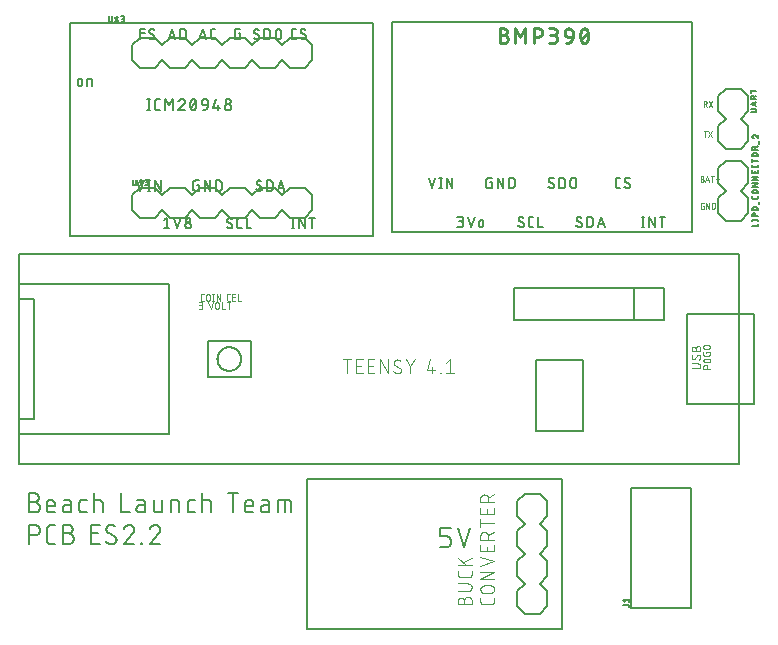
<source format=gbr>
G04 EAGLE Gerber RS-274X export*
G75*
%MOMM*%
%FSLAX34Y34*%
%LPD*%
%INSilkscreen Top*%
%IPPOS*%
%AMOC8*
5,1,8,0,0,1.08239X$1,22.5*%
G01*
%ADD10C,0.152400*%
%ADD11C,0.050800*%
%ADD12C,0.127000*%
%ADD13C,0.101600*%
%ADD14C,0.076200*%
%ADD15C,0.228600*%
%ADD16C,0.203200*%


D10*
X524002Y488442D02*
X529421Y488442D01*
X529539Y488444D01*
X529657Y488450D01*
X529775Y488459D01*
X529892Y488473D01*
X530009Y488490D01*
X530126Y488511D01*
X530241Y488536D01*
X530356Y488565D01*
X530470Y488598D01*
X530582Y488634D01*
X530693Y488674D01*
X530803Y488717D01*
X530912Y488764D01*
X531019Y488814D01*
X531124Y488869D01*
X531227Y488926D01*
X531328Y488987D01*
X531428Y489051D01*
X531525Y489118D01*
X531620Y489188D01*
X531712Y489262D01*
X531803Y489338D01*
X531890Y489418D01*
X531975Y489500D01*
X532057Y489585D01*
X532137Y489672D01*
X532213Y489763D01*
X532287Y489855D01*
X532357Y489950D01*
X532424Y490047D01*
X532488Y490147D01*
X532549Y490248D01*
X532606Y490351D01*
X532661Y490456D01*
X532711Y490563D01*
X532758Y490672D01*
X532801Y490782D01*
X532841Y490893D01*
X532877Y491005D01*
X532910Y491119D01*
X532939Y491234D01*
X532964Y491349D01*
X532985Y491466D01*
X533002Y491583D01*
X533016Y491700D01*
X533025Y491818D01*
X533031Y491936D01*
X533033Y492054D01*
X533033Y493861D01*
X533031Y493979D01*
X533025Y494097D01*
X533016Y494215D01*
X533002Y494332D01*
X532985Y494449D01*
X532964Y494566D01*
X532939Y494681D01*
X532910Y494796D01*
X532877Y494910D01*
X532841Y495022D01*
X532801Y495133D01*
X532758Y495243D01*
X532711Y495352D01*
X532661Y495459D01*
X532606Y495564D01*
X532549Y495667D01*
X532488Y495768D01*
X532424Y495868D01*
X532357Y495965D01*
X532287Y496060D01*
X532213Y496152D01*
X532137Y496243D01*
X532057Y496330D01*
X531975Y496415D01*
X531890Y496497D01*
X531803Y496577D01*
X531712Y496653D01*
X531620Y496727D01*
X531525Y496797D01*
X531428Y496864D01*
X531328Y496928D01*
X531227Y496989D01*
X531124Y497046D01*
X531019Y497101D01*
X530912Y497151D01*
X530803Y497198D01*
X530693Y497241D01*
X530582Y497281D01*
X530470Y497317D01*
X530356Y497350D01*
X530241Y497379D01*
X530126Y497404D01*
X530009Y497425D01*
X529892Y497442D01*
X529775Y497456D01*
X529657Y497465D01*
X529539Y497471D01*
X529421Y497473D01*
X524002Y497473D01*
X524002Y504698D01*
X533033Y504698D01*
X538730Y504698D02*
X544149Y488442D01*
X549567Y504698D01*
X180538Y526683D02*
X176022Y526683D01*
X180538Y526684D02*
X180671Y526682D01*
X180803Y526676D01*
X180935Y526666D01*
X181067Y526653D01*
X181199Y526635D01*
X181329Y526614D01*
X181460Y526589D01*
X181589Y526560D01*
X181717Y526527D01*
X181845Y526491D01*
X181971Y526451D01*
X182096Y526407D01*
X182220Y526359D01*
X182342Y526308D01*
X182463Y526253D01*
X182582Y526195D01*
X182700Y526133D01*
X182815Y526068D01*
X182929Y525999D01*
X183040Y525928D01*
X183149Y525852D01*
X183256Y525774D01*
X183361Y525693D01*
X183463Y525608D01*
X183563Y525521D01*
X183660Y525431D01*
X183755Y525338D01*
X183846Y525242D01*
X183935Y525144D01*
X184021Y525043D01*
X184104Y524939D01*
X184184Y524833D01*
X184260Y524725D01*
X184334Y524615D01*
X184404Y524502D01*
X184471Y524388D01*
X184534Y524271D01*
X184594Y524153D01*
X184651Y524033D01*
X184704Y523911D01*
X184753Y523788D01*
X184799Y523664D01*
X184841Y523538D01*
X184879Y523411D01*
X184914Y523283D01*
X184945Y523154D01*
X184972Y523025D01*
X184995Y522894D01*
X185015Y522763D01*
X185030Y522631D01*
X185042Y522499D01*
X185050Y522367D01*
X185054Y522234D01*
X185054Y522102D01*
X185050Y521969D01*
X185042Y521837D01*
X185030Y521705D01*
X185015Y521573D01*
X184995Y521442D01*
X184972Y521311D01*
X184945Y521182D01*
X184914Y521053D01*
X184879Y520925D01*
X184841Y520798D01*
X184799Y520672D01*
X184753Y520548D01*
X184704Y520425D01*
X184651Y520303D01*
X184594Y520183D01*
X184534Y520065D01*
X184471Y519948D01*
X184404Y519834D01*
X184334Y519721D01*
X184260Y519611D01*
X184184Y519503D01*
X184104Y519397D01*
X184021Y519293D01*
X183935Y519192D01*
X183846Y519094D01*
X183755Y518998D01*
X183660Y518905D01*
X183563Y518815D01*
X183463Y518728D01*
X183361Y518643D01*
X183256Y518562D01*
X183149Y518484D01*
X183040Y518408D01*
X182929Y518337D01*
X182815Y518268D01*
X182700Y518203D01*
X182582Y518141D01*
X182463Y518083D01*
X182342Y518028D01*
X182220Y517977D01*
X182096Y517929D01*
X181971Y517885D01*
X181845Y517845D01*
X181717Y517809D01*
X181589Y517776D01*
X181460Y517747D01*
X181329Y517722D01*
X181199Y517701D01*
X181067Y517683D01*
X180935Y517670D01*
X180803Y517660D01*
X180671Y517654D01*
X180538Y517652D01*
X176022Y517652D01*
X176022Y533908D01*
X180538Y533908D01*
X180657Y533906D01*
X180777Y533900D01*
X180896Y533890D01*
X181014Y533876D01*
X181133Y533859D01*
X181250Y533837D01*
X181367Y533812D01*
X181482Y533782D01*
X181597Y533749D01*
X181711Y533712D01*
X181823Y533672D01*
X181934Y533627D01*
X182043Y533579D01*
X182151Y533528D01*
X182257Y533473D01*
X182361Y533414D01*
X182463Y533352D01*
X182563Y533287D01*
X182661Y533218D01*
X182757Y533146D01*
X182850Y533071D01*
X182940Y532994D01*
X183028Y532913D01*
X183113Y532829D01*
X183195Y532742D01*
X183275Y532653D01*
X183351Y532561D01*
X183425Y532467D01*
X183495Y532370D01*
X183562Y532272D01*
X183626Y532171D01*
X183686Y532067D01*
X183743Y531962D01*
X183796Y531855D01*
X183846Y531747D01*
X183892Y531637D01*
X183934Y531525D01*
X183973Y531412D01*
X184008Y531298D01*
X184039Y531183D01*
X184067Y531066D01*
X184090Y530949D01*
X184110Y530832D01*
X184126Y530713D01*
X184138Y530594D01*
X184146Y530475D01*
X184150Y530356D01*
X184150Y530236D01*
X184146Y530117D01*
X184138Y529998D01*
X184126Y529879D01*
X184110Y529760D01*
X184090Y529643D01*
X184067Y529526D01*
X184039Y529409D01*
X184008Y529294D01*
X183973Y529180D01*
X183934Y529067D01*
X183892Y528955D01*
X183846Y528845D01*
X183796Y528737D01*
X183743Y528630D01*
X183686Y528525D01*
X183626Y528421D01*
X183562Y528320D01*
X183495Y528222D01*
X183425Y528125D01*
X183351Y528031D01*
X183275Y527939D01*
X183195Y527850D01*
X183113Y527763D01*
X183028Y527679D01*
X182940Y527598D01*
X182850Y527521D01*
X182757Y527446D01*
X182661Y527374D01*
X182563Y527305D01*
X182463Y527240D01*
X182361Y527178D01*
X182257Y527119D01*
X182151Y527064D01*
X182043Y527013D01*
X181934Y526965D01*
X181823Y526920D01*
X181711Y526880D01*
X181597Y526843D01*
X181482Y526810D01*
X181367Y526780D01*
X181250Y526755D01*
X181133Y526733D01*
X181014Y526716D01*
X180896Y526702D01*
X180777Y526692D01*
X180657Y526686D01*
X180538Y526684D01*
X193492Y517652D02*
X198007Y517652D01*
X193492Y517652D02*
X193391Y517654D01*
X193290Y517660D01*
X193189Y517669D01*
X193088Y517682D01*
X192988Y517699D01*
X192889Y517720D01*
X192791Y517744D01*
X192694Y517772D01*
X192597Y517804D01*
X192502Y517839D01*
X192409Y517878D01*
X192317Y517920D01*
X192226Y517966D01*
X192138Y518015D01*
X192051Y518067D01*
X191966Y518123D01*
X191883Y518181D01*
X191803Y518243D01*
X191725Y518308D01*
X191649Y518375D01*
X191576Y518445D01*
X191506Y518518D01*
X191439Y518594D01*
X191374Y518672D01*
X191312Y518752D01*
X191254Y518835D01*
X191198Y518920D01*
X191146Y519007D01*
X191097Y519095D01*
X191051Y519186D01*
X191009Y519278D01*
X190970Y519371D01*
X190935Y519466D01*
X190903Y519563D01*
X190875Y519660D01*
X190851Y519758D01*
X190830Y519857D01*
X190813Y519957D01*
X190800Y520058D01*
X190791Y520159D01*
X190785Y520260D01*
X190783Y520361D01*
X190782Y520361D02*
X190782Y524877D01*
X190783Y524877D02*
X190785Y524996D01*
X190791Y525116D01*
X190801Y525235D01*
X190815Y525353D01*
X190832Y525472D01*
X190854Y525589D01*
X190879Y525706D01*
X190909Y525821D01*
X190942Y525936D01*
X190979Y526050D01*
X191019Y526162D01*
X191064Y526273D01*
X191112Y526382D01*
X191163Y526490D01*
X191218Y526596D01*
X191277Y526700D01*
X191339Y526802D01*
X191404Y526902D01*
X191473Y527000D01*
X191545Y527096D01*
X191620Y527189D01*
X191697Y527279D01*
X191778Y527367D01*
X191862Y527452D01*
X191949Y527534D01*
X192038Y527614D01*
X192130Y527690D01*
X192224Y527764D01*
X192321Y527834D01*
X192419Y527901D01*
X192520Y527965D01*
X192624Y528025D01*
X192729Y528082D01*
X192836Y528135D01*
X192944Y528185D01*
X193054Y528231D01*
X193166Y528273D01*
X193279Y528312D01*
X193393Y528347D01*
X193508Y528378D01*
X193625Y528406D01*
X193742Y528429D01*
X193859Y528449D01*
X193978Y528465D01*
X194097Y528477D01*
X194216Y528485D01*
X194335Y528489D01*
X194455Y528489D01*
X194574Y528485D01*
X194693Y528477D01*
X194812Y528465D01*
X194931Y528449D01*
X195048Y528429D01*
X195165Y528406D01*
X195282Y528378D01*
X195397Y528347D01*
X195511Y528312D01*
X195624Y528273D01*
X195736Y528231D01*
X195846Y528185D01*
X195954Y528135D01*
X196061Y528082D01*
X196166Y528025D01*
X196270Y527965D01*
X196371Y527901D01*
X196469Y527834D01*
X196566Y527764D01*
X196660Y527690D01*
X196752Y527614D01*
X196841Y527534D01*
X196928Y527452D01*
X197012Y527367D01*
X197093Y527279D01*
X197170Y527189D01*
X197245Y527096D01*
X197317Y527000D01*
X197386Y526902D01*
X197451Y526802D01*
X197513Y526700D01*
X197572Y526596D01*
X197627Y526490D01*
X197678Y526382D01*
X197726Y526273D01*
X197771Y526162D01*
X197811Y526050D01*
X197848Y525936D01*
X197881Y525821D01*
X197911Y525706D01*
X197936Y525589D01*
X197958Y525472D01*
X197975Y525353D01*
X197989Y525235D01*
X197999Y525116D01*
X198005Y524996D01*
X198007Y524877D01*
X198007Y523071D01*
X190782Y523071D01*
X207417Y523974D02*
X211481Y523974D01*
X207417Y523974D02*
X207305Y523972D01*
X207194Y523966D01*
X207083Y523956D01*
X206972Y523943D01*
X206862Y523925D01*
X206753Y523903D01*
X206644Y523878D01*
X206536Y523849D01*
X206430Y523816D01*
X206324Y523779D01*
X206220Y523739D01*
X206118Y523695D01*
X206017Y523647D01*
X205918Y523596D01*
X205820Y523541D01*
X205725Y523483D01*
X205632Y523422D01*
X205541Y523357D01*
X205452Y523289D01*
X205366Y523218D01*
X205283Y523145D01*
X205202Y523068D01*
X205123Y522988D01*
X205048Y522906D01*
X204976Y522821D01*
X204906Y522734D01*
X204840Y522644D01*
X204777Y522552D01*
X204717Y522457D01*
X204661Y522361D01*
X204608Y522263D01*
X204559Y522163D01*
X204513Y522061D01*
X204471Y521958D01*
X204432Y521853D01*
X204397Y521747D01*
X204366Y521640D01*
X204339Y521532D01*
X204315Y521423D01*
X204296Y521313D01*
X204280Y521203D01*
X204268Y521092D01*
X204260Y520980D01*
X204256Y520869D01*
X204256Y520757D01*
X204260Y520646D01*
X204268Y520534D01*
X204280Y520423D01*
X204296Y520313D01*
X204315Y520203D01*
X204339Y520094D01*
X204366Y519986D01*
X204397Y519879D01*
X204432Y519773D01*
X204471Y519668D01*
X204513Y519565D01*
X204559Y519463D01*
X204608Y519363D01*
X204661Y519265D01*
X204717Y519169D01*
X204777Y519074D01*
X204840Y518982D01*
X204906Y518892D01*
X204976Y518805D01*
X205048Y518720D01*
X205123Y518638D01*
X205202Y518558D01*
X205283Y518481D01*
X205366Y518408D01*
X205452Y518337D01*
X205541Y518269D01*
X205632Y518204D01*
X205725Y518143D01*
X205820Y518085D01*
X205918Y518030D01*
X206017Y517979D01*
X206118Y517931D01*
X206220Y517887D01*
X206324Y517847D01*
X206430Y517810D01*
X206536Y517777D01*
X206644Y517748D01*
X206753Y517723D01*
X206862Y517701D01*
X206972Y517683D01*
X207083Y517670D01*
X207194Y517660D01*
X207305Y517654D01*
X207417Y517652D01*
X211481Y517652D01*
X211481Y525780D01*
X211479Y525881D01*
X211473Y525982D01*
X211464Y526083D01*
X211451Y526184D01*
X211434Y526284D01*
X211413Y526383D01*
X211389Y526481D01*
X211361Y526578D01*
X211329Y526675D01*
X211294Y526770D01*
X211255Y526863D01*
X211213Y526955D01*
X211167Y527046D01*
X211118Y527135D01*
X211066Y527221D01*
X211010Y527306D01*
X210952Y527389D01*
X210890Y527469D01*
X210825Y527547D01*
X210758Y527623D01*
X210688Y527696D01*
X210615Y527766D01*
X210539Y527833D01*
X210461Y527898D01*
X210381Y527960D01*
X210298Y528018D01*
X210213Y528074D01*
X210127Y528126D01*
X210038Y528175D01*
X209947Y528221D01*
X209855Y528263D01*
X209762Y528302D01*
X209667Y528337D01*
X209570Y528369D01*
X209473Y528397D01*
X209375Y528421D01*
X209276Y528442D01*
X209176Y528459D01*
X209075Y528472D01*
X208974Y528481D01*
X208873Y528487D01*
X208772Y528489D01*
X205159Y528489D01*
X221124Y517652D02*
X224737Y517652D01*
X221124Y517652D02*
X221023Y517654D01*
X220922Y517660D01*
X220821Y517669D01*
X220720Y517682D01*
X220620Y517699D01*
X220521Y517720D01*
X220423Y517744D01*
X220326Y517772D01*
X220229Y517804D01*
X220134Y517839D01*
X220041Y517878D01*
X219949Y517920D01*
X219858Y517966D01*
X219770Y518015D01*
X219683Y518067D01*
X219598Y518123D01*
X219515Y518181D01*
X219435Y518243D01*
X219357Y518308D01*
X219281Y518375D01*
X219208Y518445D01*
X219138Y518518D01*
X219071Y518594D01*
X219006Y518672D01*
X218944Y518752D01*
X218886Y518835D01*
X218830Y518920D01*
X218778Y519007D01*
X218729Y519095D01*
X218683Y519186D01*
X218641Y519278D01*
X218602Y519371D01*
X218567Y519466D01*
X218535Y519563D01*
X218507Y519660D01*
X218483Y519758D01*
X218462Y519857D01*
X218445Y519957D01*
X218432Y520058D01*
X218423Y520159D01*
X218417Y520260D01*
X218415Y520361D01*
X218415Y525780D01*
X218417Y525881D01*
X218423Y525982D01*
X218432Y526083D01*
X218445Y526184D01*
X218462Y526284D01*
X218483Y526383D01*
X218507Y526481D01*
X218535Y526578D01*
X218567Y526675D01*
X218602Y526770D01*
X218641Y526863D01*
X218683Y526955D01*
X218729Y527046D01*
X218778Y527135D01*
X218830Y527221D01*
X218886Y527306D01*
X218944Y527389D01*
X219006Y527469D01*
X219071Y527547D01*
X219138Y527623D01*
X219208Y527696D01*
X219281Y527766D01*
X219357Y527833D01*
X219435Y527898D01*
X219515Y527960D01*
X219598Y528018D01*
X219683Y528074D01*
X219770Y528126D01*
X219858Y528175D01*
X219949Y528221D01*
X220041Y528263D01*
X220134Y528302D01*
X220229Y528337D01*
X220326Y528369D01*
X220423Y528397D01*
X220521Y528421D01*
X220620Y528442D01*
X220720Y528459D01*
X220821Y528472D01*
X220922Y528481D01*
X221023Y528487D01*
X221124Y528489D01*
X224737Y528489D01*
X230902Y533908D02*
X230902Y517652D01*
X230902Y528489D02*
X235418Y528489D01*
X235522Y528487D01*
X235625Y528481D01*
X235729Y528471D01*
X235832Y528457D01*
X235934Y528439D01*
X236035Y528418D01*
X236136Y528392D01*
X236235Y528363D01*
X236334Y528330D01*
X236431Y528293D01*
X236526Y528252D01*
X236620Y528208D01*
X236712Y528160D01*
X236802Y528109D01*
X236891Y528054D01*
X236977Y527996D01*
X237060Y527934D01*
X237142Y527870D01*
X237220Y527802D01*
X237296Y527732D01*
X237370Y527659D01*
X237440Y527582D01*
X237508Y527504D01*
X237572Y527422D01*
X237634Y527339D01*
X237692Y527253D01*
X237747Y527164D01*
X237798Y527074D01*
X237846Y526982D01*
X237890Y526888D01*
X237931Y526793D01*
X237968Y526696D01*
X238001Y526597D01*
X238030Y526498D01*
X238056Y526397D01*
X238077Y526296D01*
X238095Y526194D01*
X238109Y526091D01*
X238119Y525987D01*
X238125Y525884D01*
X238127Y525780D01*
X238127Y517652D01*
X253997Y517652D02*
X253997Y533908D01*
X253997Y517652D02*
X261222Y517652D01*
X269942Y523974D02*
X274006Y523974D01*
X269942Y523974D02*
X269830Y523972D01*
X269719Y523966D01*
X269608Y523956D01*
X269497Y523943D01*
X269387Y523925D01*
X269278Y523903D01*
X269169Y523878D01*
X269061Y523849D01*
X268955Y523816D01*
X268849Y523779D01*
X268745Y523739D01*
X268643Y523695D01*
X268542Y523647D01*
X268443Y523596D01*
X268345Y523541D01*
X268250Y523483D01*
X268157Y523422D01*
X268066Y523357D01*
X267977Y523289D01*
X267891Y523218D01*
X267808Y523145D01*
X267727Y523068D01*
X267648Y522988D01*
X267573Y522906D01*
X267501Y522821D01*
X267431Y522734D01*
X267365Y522644D01*
X267302Y522552D01*
X267242Y522457D01*
X267186Y522361D01*
X267133Y522263D01*
X267084Y522163D01*
X267038Y522061D01*
X266996Y521958D01*
X266957Y521853D01*
X266922Y521747D01*
X266891Y521640D01*
X266864Y521532D01*
X266840Y521423D01*
X266821Y521313D01*
X266805Y521203D01*
X266793Y521092D01*
X266785Y520980D01*
X266781Y520869D01*
X266781Y520757D01*
X266785Y520646D01*
X266793Y520534D01*
X266805Y520423D01*
X266821Y520313D01*
X266840Y520203D01*
X266864Y520094D01*
X266891Y519986D01*
X266922Y519879D01*
X266957Y519773D01*
X266996Y519668D01*
X267038Y519565D01*
X267084Y519463D01*
X267133Y519363D01*
X267186Y519265D01*
X267242Y519169D01*
X267302Y519074D01*
X267365Y518982D01*
X267431Y518892D01*
X267501Y518805D01*
X267573Y518720D01*
X267648Y518638D01*
X267727Y518558D01*
X267808Y518481D01*
X267891Y518408D01*
X267977Y518337D01*
X268066Y518269D01*
X268157Y518204D01*
X268250Y518143D01*
X268345Y518085D01*
X268443Y518030D01*
X268542Y517979D01*
X268643Y517931D01*
X268745Y517887D01*
X268849Y517847D01*
X268955Y517810D01*
X269061Y517777D01*
X269169Y517748D01*
X269278Y517723D01*
X269387Y517701D01*
X269497Y517683D01*
X269608Y517670D01*
X269719Y517660D01*
X269830Y517654D01*
X269942Y517652D01*
X274006Y517652D01*
X274006Y525780D01*
X274005Y525780D02*
X274003Y525881D01*
X273997Y525982D01*
X273988Y526083D01*
X273975Y526184D01*
X273958Y526284D01*
X273937Y526383D01*
X273913Y526481D01*
X273885Y526578D01*
X273853Y526675D01*
X273818Y526770D01*
X273779Y526863D01*
X273737Y526955D01*
X273691Y527046D01*
X273642Y527135D01*
X273590Y527221D01*
X273534Y527306D01*
X273476Y527389D01*
X273414Y527469D01*
X273349Y527547D01*
X273282Y527623D01*
X273212Y527696D01*
X273139Y527766D01*
X273063Y527833D01*
X272985Y527898D01*
X272905Y527960D01*
X272822Y528018D01*
X272737Y528074D01*
X272651Y528126D01*
X272562Y528175D01*
X272471Y528221D01*
X272379Y528263D01*
X272286Y528302D01*
X272191Y528337D01*
X272094Y528369D01*
X271997Y528397D01*
X271899Y528421D01*
X271800Y528442D01*
X271700Y528459D01*
X271599Y528472D01*
X271498Y528481D01*
X271397Y528487D01*
X271296Y528489D01*
X267684Y528489D01*
X281443Y528489D02*
X281443Y520361D01*
X281444Y520361D02*
X281446Y520260D01*
X281452Y520159D01*
X281461Y520058D01*
X281474Y519957D01*
X281491Y519857D01*
X281512Y519758D01*
X281536Y519660D01*
X281564Y519563D01*
X281596Y519466D01*
X281631Y519371D01*
X281670Y519278D01*
X281712Y519186D01*
X281758Y519095D01*
X281807Y519007D01*
X281859Y518920D01*
X281915Y518835D01*
X281973Y518752D01*
X282035Y518672D01*
X282100Y518594D01*
X282167Y518518D01*
X282237Y518445D01*
X282310Y518375D01*
X282386Y518308D01*
X282464Y518243D01*
X282544Y518181D01*
X282627Y518123D01*
X282712Y518067D01*
X282799Y518015D01*
X282887Y517966D01*
X282978Y517920D01*
X283070Y517878D01*
X283163Y517839D01*
X283258Y517804D01*
X283355Y517772D01*
X283452Y517744D01*
X283550Y517720D01*
X283649Y517699D01*
X283749Y517682D01*
X283850Y517669D01*
X283951Y517660D01*
X284052Y517654D01*
X284153Y517652D01*
X288668Y517652D01*
X288668Y528489D01*
X296032Y528489D02*
X296032Y517652D01*
X296032Y528489D02*
X300548Y528489D01*
X300652Y528487D01*
X300755Y528481D01*
X300859Y528471D01*
X300962Y528457D01*
X301064Y528439D01*
X301165Y528418D01*
X301266Y528392D01*
X301365Y528363D01*
X301464Y528330D01*
X301561Y528293D01*
X301656Y528252D01*
X301750Y528208D01*
X301842Y528160D01*
X301932Y528109D01*
X302021Y528054D01*
X302107Y527996D01*
X302190Y527934D01*
X302272Y527870D01*
X302350Y527802D01*
X302426Y527732D01*
X302500Y527659D01*
X302570Y527582D01*
X302638Y527504D01*
X302702Y527422D01*
X302764Y527339D01*
X302822Y527253D01*
X302877Y527164D01*
X302928Y527074D01*
X302976Y526982D01*
X303020Y526888D01*
X303061Y526793D01*
X303098Y526696D01*
X303131Y526597D01*
X303160Y526498D01*
X303186Y526397D01*
X303207Y526296D01*
X303225Y526194D01*
X303239Y526091D01*
X303249Y525987D01*
X303255Y525884D01*
X303257Y525780D01*
X303257Y517652D01*
X312827Y517652D02*
X316440Y517652D01*
X312827Y517652D02*
X312726Y517654D01*
X312625Y517660D01*
X312524Y517669D01*
X312423Y517682D01*
X312323Y517699D01*
X312224Y517720D01*
X312126Y517744D01*
X312029Y517772D01*
X311932Y517804D01*
X311837Y517839D01*
X311744Y517878D01*
X311652Y517920D01*
X311561Y517966D01*
X311473Y518015D01*
X311386Y518067D01*
X311301Y518123D01*
X311218Y518181D01*
X311138Y518243D01*
X311060Y518308D01*
X310984Y518375D01*
X310911Y518445D01*
X310841Y518518D01*
X310774Y518594D01*
X310709Y518672D01*
X310647Y518752D01*
X310589Y518835D01*
X310533Y518920D01*
X310481Y519007D01*
X310432Y519095D01*
X310386Y519186D01*
X310344Y519278D01*
X310305Y519371D01*
X310270Y519466D01*
X310238Y519563D01*
X310210Y519660D01*
X310186Y519758D01*
X310165Y519857D01*
X310148Y519957D01*
X310135Y520058D01*
X310126Y520159D01*
X310120Y520260D01*
X310118Y520361D01*
X310118Y525780D01*
X310120Y525881D01*
X310126Y525982D01*
X310135Y526083D01*
X310148Y526184D01*
X310165Y526284D01*
X310186Y526383D01*
X310210Y526481D01*
X310238Y526578D01*
X310270Y526675D01*
X310305Y526770D01*
X310344Y526863D01*
X310386Y526955D01*
X310432Y527046D01*
X310481Y527135D01*
X310533Y527221D01*
X310589Y527306D01*
X310647Y527389D01*
X310709Y527469D01*
X310774Y527547D01*
X310841Y527623D01*
X310911Y527696D01*
X310984Y527766D01*
X311060Y527833D01*
X311138Y527898D01*
X311218Y527960D01*
X311301Y528018D01*
X311386Y528074D01*
X311473Y528126D01*
X311561Y528175D01*
X311652Y528221D01*
X311744Y528263D01*
X311837Y528302D01*
X311932Y528337D01*
X312029Y528369D01*
X312126Y528397D01*
X312224Y528421D01*
X312323Y528442D01*
X312423Y528459D01*
X312524Y528472D01*
X312625Y528481D01*
X312726Y528487D01*
X312827Y528489D01*
X316440Y528489D01*
X322606Y533908D02*
X322606Y517652D01*
X322606Y528489D02*
X327121Y528489D01*
X327225Y528487D01*
X327328Y528481D01*
X327432Y528471D01*
X327535Y528457D01*
X327637Y528439D01*
X327738Y528418D01*
X327839Y528392D01*
X327938Y528363D01*
X328037Y528330D01*
X328134Y528293D01*
X328229Y528252D01*
X328323Y528208D01*
X328415Y528160D01*
X328505Y528109D01*
X328594Y528054D01*
X328680Y527996D01*
X328763Y527934D01*
X328845Y527870D01*
X328923Y527802D01*
X328999Y527732D01*
X329073Y527659D01*
X329143Y527582D01*
X329211Y527504D01*
X329275Y527422D01*
X329337Y527339D01*
X329395Y527253D01*
X329450Y527164D01*
X329501Y527074D01*
X329549Y526982D01*
X329593Y526888D01*
X329634Y526793D01*
X329671Y526696D01*
X329704Y526597D01*
X329733Y526498D01*
X329759Y526397D01*
X329780Y526296D01*
X329798Y526194D01*
X329812Y526091D01*
X329822Y525987D01*
X329828Y525884D01*
X329830Y525780D01*
X329830Y517652D01*
X348623Y517652D02*
X348623Y533908D01*
X353138Y533908D02*
X344107Y533908D01*
X361267Y517652D02*
X365782Y517652D01*
X361267Y517652D02*
X361166Y517654D01*
X361065Y517660D01*
X360964Y517669D01*
X360863Y517682D01*
X360763Y517699D01*
X360664Y517720D01*
X360566Y517744D01*
X360469Y517772D01*
X360372Y517804D01*
X360277Y517839D01*
X360184Y517878D01*
X360092Y517920D01*
X360001Y517966D01*
X359913Y518015D01*
X359826Y518067D01*
X359741Y518123D01*
X359658Y518181D01*
X359578Y518243D01*
X359500Y518308D01*
X359424Y518375D01*
X359351Y518445D01*
X359281Y518518D01*
X359214Y518594D01*
X359149Y518672D01*
X359087Y518752D01*
X359029Y518835D01*
X358973Y518920D01*
X358921Y519007D01*
X358872Y519095D01*
X358826Y519186D01*
X358784Y519278D01*
X358745Y519371D01*
X358710Y519466D01*
X358678Y519563D01*
X358650Y519660D01*
X358626Y519758D01*
X358605Y519857D01*
X358588Y519957D01*
X358575Y520058D01*
X358566Y520159D01*
X358560Y520260D01*
X358558Y520361D01*
X358557Y520361D02*
X358557Y524877D01*
X358558Y524877D02*
X358560Y524996D01*
X358566Y525116D01*
X358576Y525235D01*
X358590Y525353D01*
X358607Y525472D01*
X358629Y525589D01*
X358654Y525706D01*
X358684Y525821D01*
X358717Y525936D01*
X358754Y526050D01*
X358794Y526162D01*
X358839Y526273D01*
X358887Y526382D01*
X358938Y526490D01*
X358993Y526596D01*
X359052Y526700D01*
X359114Y526802D01*
X359179Y526902D01*
X359248Y527000D01*
X359320Y527096D01*
X359395Y527189D01*
X359472Y527279D01*
X359553Y527367D01*
X359637Y527452D01*
X359724Y527534D01*
X359813Y527614D01*
X359905Y527690D01*
X359999Y527764D01*
X360096Y527834D01*
X360194Y527901D01*
X360295Y527965D01*
X360399Y528025D01*
X360504Y528082D01*
X360611Y528135D01*
X360719Y528185D01*
X360829Y528231D01*
X360941Y528273D01*
X361054Y528312D01*
X361168Y528347D01*
X361283Y528378D01*
X361400Y528406D01*
X361517Y528429D01*
X361634Y528449D01*
X361753Y528465D01*
X361872Y528477D01*
X361991Y528485D01*
X362110Y528489D01*
X362230Y528489D01*
X362349Y528485D01*
X362468Y528477D01*
X362587Y528465D01*
X362706Y528449D01*
X362823Y528429D01*
X362940Y528406D01*
X363057Y528378D01*
X363172Y528347D01*
X363286Y528312D01*
X363399Y528273D01*
X363511Y528231D01*
X363621Y528185D01*
X363729Y528135D01*
X363836Y528082D01*
X363941Y528025D01*
X364045Y527965D01*
X364146Y527901D01*
X364244Y527834D01*
X364341Y527764D01*
X364435Y527690D01*
X364527Y527614D01*
X364616Y527534D01*
X364703Y527452D01*
X364787Y527367D01*
X364868Y527279D01*
X364945Y527189D01*
X365020Y527096D01*
X365092Y527000D01*
X365161Y526902D01*
X365226Y526802D01*
X365288Y526700D01*
X365347Y526596D01*
X365402Y526490D01*
X365453Y526382D01*
X365501Y526273D01*
X365546Y526162D01*
X365586Y526050D01*
X365623Y525936D01*
X365656Y525821D01*
X365686Y525706D01*
X365711Y525589D01*
X365733Y525472D01*
X365750Y525353D01*
X365764Y525235D01*
X365774Y525116D01*
X365780Y524996D01*
X365782Y524877D01*
X365782Y523071D01*
X358557Y523071D01*
X375192Y523974D02*
X379256Y523974D01*
X375192Y523974D02*
X375080Y523972D01*
X374969Y523966D01*
X374858Y523956D01*
X374747Y523943D01*
X374637Y523925D01*
X374528Y523903D01*
X374419Y523878D01*
X374311Y523849D01*
X374205Y523816D01*
X374099Y523779D01*
X373995Y523739D01*
X373893Y523695D01*
X373792Y523647D01*
X373693Y523596D01*
X373595Y523541D01*
X373500Y523483D01*
X373407Y523422D01*
X373316Y523357D01*
X373227Y523289D01*
X373141Y523218D01*
X373058Y523145D01*
X372977Y523068D01*
X372898Y522988D01*
X372823Y522906D01*
X372751Y522821D01*
X372681Y522734D01*
X372615Y522644D01*
X372552Y522552D01*
X372492Y522457D01*
X372436Y522361D01*
X372383Y522263D01*
X372334Y522163D01*
X372288Y522061D01*
X372246Y521958D01*
X372207Y521853D01*
X372172Y521747D01*
X372141Y521640D01*
X372114Y521532D01*
X372090Y521423D01*
X372071Y521313D01*
X372055Y521203D01*
X372043Y521092D01*
X372035Y520980D01*
X372031Y520869D01*
X372031Y520757D01*
X372035Y520646D01*
X372043Y520534D01*
X372055Y520423D01*
X372071Y520313D01*
X372090Y520203D01*
X372114Y520094D01*
X372141Y519986D01*
X372172Y519879D01*
X372207Y519773D01*
X372246Y519668D01*
X372288Y519565D01*
X372334Y519463D01*
X372383Y519363D01*
X372436Y519265D01*
X372492Y519169D01*
X372552Y519074D01*
X372615Y518982D01*
X372681Y518892D01*
X372751Y518805D01*
X372823Y518720D01*
X372898Y518638D01*
X372977Y518558D01*
X373058Y518481D01*
X373141Y518408D01*
X373227Y518337D01*
X373316Y518269D01*
X373407Y518204D01*
X373500Y518143D01*
X373595Y518085D01*
X373693Y518030D01*
X373792Y517979D01*
X373893Y517931D01*
X373995Y517887D01*
X374099Y517847D01*
X374205Y517810D01*
X374311Y517777D01*
X374419Y517748D01*
X374528Y517723D01*
X374637Y517701D01*
X374747Y517683D01*
X374858Y517670D01*
X374969Y517660D01*
X375080Y517654D01*
X375192Y517652D01*
X379256Y517652D01*
X379256Y525780D01*
X379254Y525881D01*
X379248Y525982D01*
X379239Y526083D01*
X379226Y526184D01*
X379209Y526284D01*
X379188Y526383D01*
X379164Y526481D01*
X379136Y526578D01*
X379104Y526675D01*
X379069Y526770D01*
X379030Y526863D01*
X378988Y526955D01*
X378942Y527046D01*
X378893Y527135D01*
X378841Y527221D01*
X378785Y527306D01*
X378727Y527389D01*
X378665Y527469D01*
X378600Y527547D01*
X378533Y527623D01*
X378463Y527696D01*
X378390Y527766D01*
X378314Y527833D01*
X378236Y527898D01*
X378156Y527960D01*
X378073Y528018D01*
X377988Y528074D01*
X377902Y528126D01*
X377813Y528175D01*
X377722Y528221D01*
X377630Y528263D01*
X377537Y528302D01*
X377442Y528337D01*
X377345Y528369D01*
X377248Y528397D01*
X377150Y528421D01*
X377051Y528442D01*
X376951Y528459D01*
X376850Y528472D01*
X376749Y528481D01*
X376648Y528487D01*
X376547Y528489D01*
X372934Y528489D01*
X386972Y528489D02*
X386972Y517652D01*
X386972Y528489D02*
X395100Y528489D01*
X395201Y528487D01*
X395302Y528481D01*
X395403Y528472D01*
X395504Y528459D01*
X395604Y528442D01*
X395703Y528421D01*
X395801Y528397D01*
X395898Y528369D01*
X395995Y528337D01*
X396090Y528302D01*
X396183Y528263D01*
X396275Y528221D01*
X396366Y528175D01*
X396455Y528126D01*
X396541Y528074D01*
X396626Y528018D01*
X396709Y527960D01*
X396789Y527898D01*
X396867Y527833D01*
X396943Y527766D01*
X397016Y527696D01*
X397086Y527623D01*
X397153Y527547D01*
X397218Y527469D01*
X397280Y527389D01*
X397338Y527306D01*
X397394Y527221D01*
X397446Y527135D01*
X397495Y527046D01*
X397541Y526955D01*
X397583Y526863D01*
X397622Y526770D01*
X397657Y526675D01*
X397689Y526578D01*
X397717Y526481D01*
X397741Y526383D01*
X397762Y526284D01*
X397779Y526184D01*
X397792Y526083D01*
X397801Y525982D01*
X397807Y525881D01*
X397809Y525780D01*
X397809Y517652D01*
X392390Y517652D02*
X392390Y528489D01*
X176022Y507238D02*
X176022Y490982D01*
X176022Y507238D02*
X180538Y507238D01*
X180671Y507236D01*
X180803Y507230D01*
X180935Y507220D01*
X181067Y507207D01*
X181199Y507189D01*
X181329Y507168D01*
X181460Y507143D01*
X181589Y507114D01*
X181717Y507081D01*
X181845Y507045D01*
X181971Y507005D01*
X182096Y506961D01*
X182220Y506913D01*
X182342Y506862D01*
X182463Y506807D01*
X182582Y506749D01*
X182700Y506687D01*
X182815Y506622D01*
X182929Y506553D01*
X183040Y506482D01*
X183149Y506406D01*
X183256Y506328D01*
X183361Y506247D01*
X183463Y506162D01*
X183563Y506075D01*
X183660Y505985D01*
X183755Y505892D01*
X183846Y505796D01*
X183935Y505698D01*
X184021Y505597D01*
X184104Y505493D01*
X184184Y505387D01*
X184260Y505279D01*
X184334Y505169D01*
X184404Y505056D01*
X184471Y504942D01*
X184534Y504825D01*
X184594Y504707D01*
X184651Y504587D01*
X184704Y504465D01*
X184753Y504342D01*
X184799Y504218D01*
X184841Y504092D01*
X184879Y503965D01*
X184914Y503837D01*
X184945Y503708D01*
X184972Y503579D01*
X184995Y503448D01*
X185015Y503317D01*
X185030Y503185D01*
X185042Y503053D01*
X185050Y502921D01*
X185054Y502788D01*
X185054Y502656D01*
X185050Y502523D01*
X185042Y502391D01*
X185030Y502259D01*
X185015Y502127D01*
X184995Y501996D01*
X184972Y501865D01*
X184945Y501736D01*
X184914Y501607D01*
X184879Y501479D01*
X184841Y501352D01*
X184799Y501226D01*
X184753Y501102D01*
X184704Y500979D01*
X184651Y500857D01*
X184594Y500737D01*
X184534Y500619D01*
X184471Y500502D01*
X184404Y500388D01*
X184334Y500275D01*
X184260Y500165D01*
X184184Y500057D01*
X184104Y499951D01*
X184021Y499847D01*
X183935Y499746D01*
X183846Y499648D01*
X183755Y499552D01*
X183660Y499459D01*
X183563Y499369D01*
X183463Y499282D01*
X183361Y499197D01*
X183256Y499116D01*
X183149Y499038D01*
X183040Y498962D01*
X182929Y498891D01*
X182815Y498822D01*
X182700Y498757D01*
X182582Y498695D01*
X182463Y498637D01*
X182342Y498582D01*
X182220Y498531D01*
X182096Y498483D01*
X181971Y498439D01*
X181845Y498399D01*
X181717Y498363D01*
X181589Y498330D01*
X181460Y498301D01*
X181329Y498276D01*
X181199Y498255D01*
X181067Y498237D01*
X180935Y498224D01*
X180803Y498214D01*
X180671Y498208D01*
X180538Y498206D01*
X180538Y498207D02*
X176022Y498207D01*
X194494Y490982D02*
X198107Y490982D01*
X194494Y490982D02*
X194376Y490984D01*
X194258Y490990D01*
X194140Y490999D01*
X194023Y491013D01*
X193906Y491030D01*
X193789Y491051D01*
X193674Y491076D01*
X193559Y491105D01*
X193445Y491138D01*
X193333Y491174D01*
X193222Y491214D01*
X193112Y491257D01*
X193003Y491304D01*
X192896Y491354D01*
X192791Y491409D01*
X192688Y491466D01*
X192587Y491527D01*
X192487Y491591D01*
X192390Y491658D01*
X192295Y491728D01*
X192203Y491802D01*
X192112Y491878D01*
X192025Y491958D01*
X191940Y492040D01*
X191858Y492125D01*
X191778Y492212D01*
X191702Y492303D01*
X191628Y492395D01*
X191558Y492490D01*
X191491Y492587D01*
X191427Y492687D01*
X191366Y492788D01*
X191309Y492891D01*
X191254Y492996D01*
X191204Y493103D01*
X191157Y493212D01*
X191114Y493322D01*
X191074Y493433D01*
X191038Y493545D01*
X191005Y493659D01*
X190976Y493774D01*
X190951Y493889D01*
X190930Y494006D01*
X190913Y494123D01*
X190899Y494240D01*
X190890Y494358D01*
X190884Y494476D01*
X190882Y494594D01*
X190882Y503626D01*
X190884Y503744D01*
X190890Y503862D01*
X190899Y503980D01*
X190913Y504097D01*
X190930Y504214D01*
X190951Y504331D01*
X190976Y504446D01*
X191005Y504561D01*
X191038Y504675D01*
X191074Y504787D01*
X191114Y504898D01*
X191157Y505008D01*
X191204Y505117D01*
X191254Y505224D01*
X191308Y505329D01*
X191366Y505432D01*
X191427Y505533D01*
X191491Y505633D01*
X191558Y505730D01*
X191628Y505825D01*
X191702Y505917D01*
X191778Y506008D01*
X191858Y506095D01*
X191940Y506180D01*
X192025Y506262D01*
X192112Y506342D01*
X192203Y506418D01*
X192295Y506492D01*
X192390Y506562D01*
X192487Y506629D01*
X192587Y506693D01*
X192688Y506754D01*
X192791Y506811D01*
X192896Y506865D01*
X193003Y506916D01*
X193112Y506963D01*
X193222Y507006D01*
X193333Y507046D01*
X193445Y507082D01*
X193559Y507115D01*
X193674Y507144D01*
X193789Y507169D01*
X193906Y507190D01*
X194023Y507207D01*
X194140Y507221D01*
X194258Y507230D01*
X194376Y507236D01*
X194494Y507238D01*
X198107Y507238D01*
X204679Y500013D02*
X209195Y500013D01*
X209195Y500014D02*
X209328Y500012D01*
X209460Y500006D01*
X209592Y499996D01*
X209724Y499983D01*
X209856Y499965D01*
X209986Y499944D01*
X210117Y499919D01*
X210246Y499890D01*
X210374Y499857D01*
X210502Y499821D01*
X210628Y499781D01*
X210753Y499737D01*
X210877Y499689D01*
X210999Y499638D01*
X211120Y499583D01*
X211239Y499525D01*
X211357Y499463D01*
X211472Y499398D01*
X211586Y499329D01*
X211697Y499258D01*
X211806Y499182D01*
X211913Y499104D01*
X212018Y499023D01*
X212120Y498938D01*
X212220Y498851D01*
X212317Y498761D01*
X212412Y498668D01*
X212503Y498572D01*
X212592Y498474D01*
X212678Y498373D01*
X212761Y498269D01*
X212841Y498163D01*
X212917Y498055D01*
X212991Y497945D01*
X213061Y497832D01*
X213128Y497718D01*
X213191Y497601D01*
X213251Y497483D01*
X213308Y497363D01*
X213361Y497241D01*
X213410Y497118D01*
X213456Y496994D01*
X213498Y496868D01*
X213536Y496741D01*
X213571Y496613D01*
X213602Y496484D01*
X213629Y496355D01*
X213652Y496224D01*
X213672Y496093D01*
X213687Y495961D01*
X213699Y495829D01*
X213707Y495697D01*
X213711Y495564D01*
X213711Y495432D01*
X213707Y495299D01*
X213699Y495167D01*
X213687Y495035D01*
X213672Y494903D01*
X213652Y494772D01*
X213629Y494641D01*
X213602Y494512D01*
X213571Y494383D01*
X213536Y494255D01*
X213498Y494128D01*
X213456Y494002D01*
X213410Y493878D01*
X213361Y493755D01*
X213308Y493633D01*
X213251Y493513D01*
X213191Y493395D01*
X213128Y493278D01*
X213061Y493164D01*
X212991Y493051D01*
X212917Y492941D01*
X212841Y492833D01*
X212761Y492727D01*
X212678Y492623D01*
X212592Y492522D01*
X212503Y492424D01*
X212412Y492328D01*
X212317Y492235D01*
X212220Y492145D01*
X212120Y492058D01*
X212018Y491973D01*
X211913Y491892D01*
X211806Y491814D01*
X211697Y491738D01*
X211586Y491667D01*
X211472Y491598D01*
X211357Y491533D01*
X211239Y491471D01*
X211120Y491413D01*
X210999Y491358D01*
X210877Y491307D01*
X210753Y491259D01*
X210628Y491215D01*
X210502Y491175D01*
X210374Y491139D01*
X210246Y491106D01*
X210117Y491077D01*
X209986Y491052D01*
X209856Y491031D01*
X209724Y491013D01*
X209592Y491000D01*
X209460Y490990D01*
X209328Y490984D01*
X209195Y490982D01*
X204679Y490982D01*
X204679Y507238D01*
X209195Y507238D01*
X209314Y507236D01*
X209434Y507230D01*
X209553Y507220D01*
X209671Y507206D01*
X209790Y507189D01*
X209907Y507167D01*
X210024Y507142D01*
X210139Y507112D01*
X210254Y507079D01*
X210368Y507042D01*
X210480Y507002D01*
X210591Y506957D01*
X210700Y506909D01*
X210808Y506858D01*
X210914Y506803D01*
X211018Y506744D01*
X211120Y506682D01*
X211220Y506617D01*
X211318Y506548D01*
X211414Y506476D01*
X211507Y506401D01*
X211597Y506324D01*
X211685Y506243D01*
X211770Y506159D01*
X211852Y506072D01*
X211932Y505983D01*
X212008Y505891D01*
X212082Y505797D01*
X212152Y505700D01*
X212219Y505602D01*
X212283Y505501D01*
X212343Y505397D01*
X212400Y505292D01*
X212453Y505185D01*
X212503Y505077D01*
X212549Y504967D01*
X212591Y504855D01*
X212630Y504742D01*
X212665Y504628D01*
X212696Y504513D01*
X212724Y504396D01*
X212747Y504279D01*
X212767Y504162D01*
X212783Y504043D01*
X212795Y503924D01*
X212803Y503805D01*
X212807Y503686D01*
X212807Y503566D01*
X212803Y503447D01*
X212795Y503328D01*
X212783Y503209D01*
X212767Y503090D01*
X212747Y502973D01*
X212724Y502856D01*
X212696Y502739D01*
X212665Y502624D01*
X212630Y502510D01*
X212591Y502397D01*
X212549Y502285D01*
X212503Y502175D01*
X212453Y502067D01*
X212400Y501960D01*
X212343Y501855D01*
X212283Y501751D01*
X212219Y501650D01*
X212152Y501552D01*
X212082Y501455D01*
X212008Y501361D01*
X211932Y501269D01*
X211852Y501180D01*
X211770Y501093D01*
X211685Y501009D01*
X211597Y500928D01*
X211507Y500851D01*
X211414Y500776D01*
X211318Y500704D01*
X211220Y500635D01*
X211120Y500570D01*
X211018Y500508D01*
X210914Y500449D01*
X210808Y500394D01*
X210700Y500343D01*
X210591Y500295D01*
X210480Y500250D01*
X210368Y500210D01*
X210254Y500173D01*
X210139Y500140D01*
X210024Y500110D01*
X209907Y500085D01*
X209790Y500063D01*
X209671Y500046D01*
X209553Y500032D01*
X209434Y500022D01*
X209314Y500016D01*
X209195Y500014D01*
X228466Y490982D02*
X235691Y490982D01*
X228466Y490982D02*
X228466Y507238D01*
X235691Y507238D01*
X233885Y500013D02*
X228466Y500013D01*
X246360Y490982D02*
X246478Y490984D01*
X246596Y490990D01*
X246714Y490999D01*
X246831Y491013D01*
X246948Y491030D01*
X247065Y491051D01*
X247180Y491076D01*
X247295Y491105D01*
X247409Y491138D01*
X247521Y491174D01*
X247632Y491214D01*
X247742Y491257D01*
X247851Y491304D01*
X247958Y491354D01*
X248063Y491409D01*
X248166Y491466D01*
X248267Y491527D01*
X248367Y491591D01*
X248464Y491658D01*
X248559Y491728D01*
X248651Y491802D01*
X248742Y491878D01*
X248829Y491958D01*
X248914Y492040D01*
X248996Y492125D01*
X249076Y492212D01*
X249152Y492303D01*
X249226Y492395D01*
X249296Y492490D01*
X249363Y492587D01*
X249427Y492687D01*
X249488Y492788D01*
X249545Y492891D01*
X249600Y492996D01*
X249650Y493103D01*
X249697Y493212D01*
X249740Y493322D01*
X249780Y493433D01*
X249816Y493545D01*
X249849Y493659D01*
X249878Y493774D01*
X249903Y493889D01*
X249924Y494006D01*
X249941Y494123D01*
X249955Y494240D01*
X249964Y494358D01*
X249970Y494476D01*
X249972Y494594D01*
X246360Y490982D02*
X246177Y490984D01*
X245995Y490991D01*
X245813Y491002D01*
X245631Y491017D01*
X245449Y491037D01*
X245268Y491060D01*
X245088Y491089D01*
X244908Y491121D01*
X244729Y491158D01*
X244552Y491199D01*
X244375Y491245D01*
X244199Y491294D01*
X244025Y491348D01*
X243851Y491406D01*
X243680Y491468D01*
X243510Y491534D01*
X243341Y491605D01*
X243174Y491679D01*
X243009Y491757D01*
X242846Y491839D01*
X242685Y491925D01*
X242526Y492015D01*
X242369Y492109D01*
X242215Y492206D01*
X242063Y492307D01*
X241913Y492412D01*
X241766Y492520D01*
X241622Y492631D01*
X241480Y492746D01*
X241341Y492865D01*
X241205Y492987D01*
X241072Y493112D01*
X240942Y493240D01*
X241393Y503626D02*
X241395Y503744D01*
X241401Y503862D01*
X241410Y503980D01*
X241424Y504097D01*
X241441Y504214D01*
X241462Y504331D01*
X241487Y504446D01*
X241516Y504561D01*
X241549Y504675D01*
X241585Y504787D01*
X241625Y504898D01*
X241668Y505008D01*
X241715Y505117D01*
X241765Y505224D01*
X241820Y505329D01*
X241877Y505432D01*
X241938Y505533D01*
X242002Y505633D01*
X242069Y505730D01*
X242139Y505825D01*
X242213Y505917D01*
X242289Y506008D01*
X242369Y506095D01*
X242451Y506180D01*
X242536Y506262D01*
X242623Y506342D01*
X242714Y506418D01*
X242806Y506492D01*
X242901Y506562D01*
X242998Y506629D01*
X243098Y506693D01*
X243199Y506754D01*
X243302Y506812D01*
X243407Y506866D01*
X243514Y506916D01*
X243623Y506963D01*
X243733Y507007D01*
X243844Y507046D01*
X243957Y507082D01*
X244070Y507115D01*
X244185Y507144D01*
X244300Y507169D01*
X244417Y507190D01*
X244534Y507207D01*
X244651Y507221D01*
X244769Y507230D01*
X244887Y507236D01*
X245005Y507238D01*
X245166Y507236D01*
X245328Y507230D01*
X245489Y507221D01*
X245650Y507207D01*
X245810Y507190D01*
X245970Y507169D01*
X246130Y507144D01*
X246289Y507115D01*
X246447Y507083D01*
X246604Y507047D01*
X246760Y507007D01*
X246916Y506963D01*
X247070Y506915D01*
X247223Y506864D01*
X247375Y506810D01*
X247526Y506751D01*
X247675Y506690D01*
X247822Y506624D01*
X247968Y506555D01*
X248113Y506483D01*
X248255Y506407D01*
X248396Y506328D01*
X248535Y506246D01*
X248671Y506160D01*
X248806Y506071D01*
X248939Y505979D01*
X249069Y505883D01*
X243199Y500465D02*
X243098Y500527D01*
X242998Y500592D01*
X242901Y500661D01*
X242806Y500733D01*
X242713Y500807D01*
X242623Y500885D01*
X242535Y500966D01*
X242450Y501049D01*
X242368Y501135D01*
X242289Y501224D01*
X242212Y501315D01*
X242139Y501409D01*
X242068Y501505D01*
X242001Y501603D01*
X241937Y501703D01*
X241876Y501806D01*
X241819Y501910D01*
X241765Y502016D01*
X241715Y502124D01*
X241668Y502233D01*
X241624Y502344D01*
X241584Y502456D01*
X241548Y502570D01*
X241516Y502684D01*
X241487Y502800D01*
X241462Y502916D01*
X241441Y503033D01*
X241424Y503151D01*
X241410Y503269D01*
X241401Y503388D01*
X241395Y503507D01*
X241393Y503626D01*
X248166Y497755D02*
X248267Y497693D01*
X248367Y497628D01*
X248464Y497559D01*
X248559Y497487D01*
X248652Y497413D01*
X248742Y497335D01*
X248830Y497254D01*
X248915Y497171D01*
X248997Y497085D01*
X249076Y496996D01*
X249153Y496905D01*
X249226Y496811D01*
X249297Y496715D01*
X249364Y496617D01*
X249428Y496517D01*
X249489Y496414D01*
X249546Y496310D01*
X249600Y496204D01*
X249650Y496096D01*
X249697Y495987D01*
X249741Y495876D01*
X249781Y495764D01*
X249817Y495650D01*
X249849Y495536D01*
X249878Y495420D01*
X249903Y495304D01*
X249924Y495187D01*
X249941Y495069D01*
X249955Y494951D01*
X249964Y494832D01*
X249970Y494713D01*
X249972Y494594D01*
X248166Y497755D02*
X243199Y500465D01*
X261018Y507238D02*
X261143Y507236D01*
X261268Y507230D01*
X261393Y507221D01*
X261517Y507207D01*
X261641Y507190D01*
X261765Y507169D01*
X261887Y507144D01*
X262009Y507115D01*
X262130Y507083D01*
X262250Y507047D01*
X262369Y507007D01*
X262486Y506964D01*
X262602Y506917D01*
X262717Y506866D01*
X262829Y506812D01*
X262941Y506754D01*
X263050Y506694D01*
X263157Y506629D01*
X263263Y506562D01*
X263366Y506491D01*
X263467Y506417D01*
X263566Y506340D01*
X263662Y506260D01*
X263756Y506177D01*
X263847Y506092D01*
X263936Y506003D01*
X264021Y505912D01*
X264104Y505818D01*
X264184Y505722D01*
X264261Y505623D01*
X264335Y505522D01*
X264406Y505419D01*
X264473Y505313D01*
X264538Y505206D01*
X264598Y505097D01*
X264656Y504985D01*
X264710Y504873D01*
X264761Y504758D01*
X264808Y504642D01*
X264851Y504525D01*
X264891Y504406D01*
X264927Y504286D01*
X264959Y504165D01*
X264988Y504043D01*
X265013Y503921D01*
X265034Y503797D01*
X265051Y503673D01*
X265065Y503549D01*
X265074Y503424D01*
X265080Y503299D01*
X265082Y503174D01*
X261018Y507238D02*
X260875Y507236D01*
X260733Y507230D01*
X260590Y507220D01*
X260448Y507207D01*
X260307Y507189D01*
X260165Y507168D01*
X260025Y507143D01*
X259885Y507114D01*
X259746Y507081D01*
X259608Y507044D01*
X259471Y507004D01*
X259336Y506960D01*
X259201Y506912D01*
X259068Y506860D01*
X258936Y506805D01*
X258806Y506746D01*
X258678Y506684D01*
X258551Y506618D01*
X258426Y506549D01*
X258303Y506477D01*
X258183Y506401D01*
X258064Y506322D01*
X257947Y506239D01*
X257833Y506154D01*
X257721Y506065D01*
X257612Y505974D01*
X257505Y505879D01*
X257400Y505782D01*
X257299Y505681D01*
X257200Y505578D01*
X257104Y505473D01*
X257011Y505364D01*
X256921Y505253D01*
X256834Y505140D01*
X256750Y505025D01*
X256670Y504907D01*
X256592Y504787D01*
X256518Y504665D01*
X256448Y504541D01*
X256380Y504415D01*
X256317Y504287D01*
X256256Y504158D01*
X256199Y504027D01*
X256146Y503895D01*
X256097Y503761D01*
X256051Y503626D01*
X263727Y500013D02*
X263821Y500105D01*
X263911Y500199D01*
X263999Y500296D01*
X264084Y500396D01*
X264166Y500498D01*
X264245Y500603D01*
X264320Y500710D01*
X264392Y500819D01*
X264461Y500930D01*
X264527Y501044D01*
X264589Y501159D01*
X264648Y501276D01*
X264703Y501395D01*
X264754Y501515D01*
X264802Y501637D01*
X264847Y501760D01*
X264887Y501884D01*
X264924Y502010D01*
X264957Y502137D01*
X264986Y502264D01*
X265012Y502393D01*
X265033Y502522D01*
X265051Y502652D01*
X265064Y502782D01*
X265074Y502912D01*
X265080Y503043D01*
X265082Y503174D01*
X263728Y500013D02*
X256051Y490982D01*
X265082Y490982D01*
X271057Y490982D02*
X271057Y491885D01*
X271960Y491885D01*
X271960Y490982D01*
X271057Y490982D01*
X286966Y503174D02*
X286964Y503299D01*
X286958Y503424D01*
X286949Y503549D01*
X286935Y503673D01*
X286918Y503797D01*
X286897Y503921D01*
X286872Y504043D01*
X286843Y504165D01*
X286811Y504286D01*
X286775Y504406D01*
X286735Y504525D01*
X286692Y504642D01*
X286645Y504758D01*
X286594Y504873D01*
X286540Y504985D01*
X286482Y505097D01*
X286422Y505206D01*
X286357Y505313D01*
X286290Y505419D01*
X286219Y505522D01*
X286145Y505623D01*
X286068Y505722D01*
X285988Y505818D01*
X285905Y505912D01*
X285820Y506003D01*
X285731Y506092D01*
X285640Y506177D01*
X285546Y506260D01*
X285450Y506340D01*
X285351Y506417D01*
X285250Y506491D01*
X285147Y506562D01*
X285041Y506629D01*
X284934Y506694D01*
X284825Y506754D01*
X284713Y506812D01*
X284601Y506866D01*
X284486Y506917D01*
X284370Y506964D01*
X284253Y507007D01*
X284134Y507047D01*
X284014Y507083D01*
X283893Y507115D01*
X283771Y507144D01*
X283649Y507169D01*
X283525Y507190D01*
X283401Y507207D01*
X283277Y507221D01*
X283152Y507230D01*
X283027Y507236D01*
X282902Y507238D01*
X282759Y507236D01*
X282617Y507230D01*
X282474Y507220D01*
X282332Y507207D01*
X282191Y507189D01*
X282049Y507168D01*
X281909Y507143D01*
X281769Y507114D01*
X281630Y507081D01*
X281492Y507044D01*
X281355Y507004D01*
X281220Y506960D01*
X281085Y506912D01*
X280952Y506860D01*
X280820Y506805D01*
X280690Y506746D01*
X280562Y506684D01*
X280435Y506618D01*
X280310Y506549D01*
X280187Y506477D01*
X280067Y506401D01*
X279948Y506322D01*
X279831Y506239D01*
X279717Y506154D01*
X279605Y506065D01*
X279496Y505974D01*
X279389Y505879D01*
X279284Y505782D01*
X279183Y505681D01*
X279084Y505578D01*
X278988Y505473D01*
X278895Y505364D01*
X278805Y505253D01*
X278718Y505140D01*
X278634Y505025D01*
X278554Y504907D01*
X278476Y504787D01*
X278402Y504665D01*
X278332Y504541D01*
X278264Y504415D01*
X278201Y504287D01*
X278140Y504158D01*
X278083Y504027D01*
X278030Y503895D01*
X277981Y503761D01*
X277935Y503626D01*
X285611Y500013D02*
X285705Y500105D01*
X285795Y500199D01*
X285883Y500296D01*
X285968Y500396D01*
X286050Y500498D01*
X286129Y500603D01*
X286204Y500710D01*
X286276Y500819D01*
X286345Y500930D01*
X286411Y501044D01*
X286473Y501159D01*
X286532Y501276D01*
X286587Y501395D01*
X286638Y501515D01*
X286686Y501637D01*
X286731Y501760D01*
X286771Y501884D01*
X286808Y502010D01*
X286841Y502137D01*
X286870Y502264D01*
X286896Y502393D01*
X286917Y502522D01*
X286935Y502652D01*
X286948Y502782D01*
X286958Y502912D01*
X286964Y503043D01*
X286966Y503174D01*
X285611Y500013D02*
X277935Y490982D01*
X286966Y490982D01*
D11*
X746252Y777494D02*
X747014Y777494D01*
X747014Y774954D01*
X745490Y774954D01*
X745429Y774956D01*
X745368Y774961D01*
X745307Y774971D01*
X745247Y774984D01*
X745188Y775000D01*
X745130Y775020D01*
X745073Y775044D01*
X745018Y775070D01*
X744964Y775101D01*
X744913Y775134D01*
X744863Y775170D01*
X744816Y775210D01*
X744772Y775252D01*
X744730Y775296D01*
X744690Y775343D01*
X744654Y775393D01*
X744621Y775444D01*
X744590Y775498D01*
X744564Y775553D01*
X744540Y775610D01*
X744520Y775668D01*
X744504Y775727D01*
X744491Y775787D01*
X744481Y775848D01*
X744476Y775909D01*
X744474Y775970D01*
X744474Y778510D01*
X744476Y778571D01*
X744481Y778632D01*
X744491Y778693D01*
X744504Y778753D01*
X744520Y778812D01*
X744540Y778870D01*
X744564Y778927D01*
X744590Y778982D01*
X744621Y779036D01*
X744654Y779087D01*
X744690Y779137D01*
X744730Y779184D01*
X744772Y779228D01*
X744816Y779270D01*
X744863Y779310D01*
X744913Y779346D01*
X744964Y779379D01*
X745018Y779410D01*
X745073Y779436D01*
X745130Y779460D01*
X745188Y779480D01*
X745247Y779496D01*
X745307Y779509D01*
X745368Y779519D01*
X745429Y779524D01*
X745490Y779526D01*
X747014Y779526D01*
X749351Y779526D02*
X749351Y774954D01*
X751891Y774954D02*
X749351Y779526D01*
X751891Y779526D02*
X751891Y774954D01*
X754228Y774954D02*
X754228Y779526D01*
X755498Y779526D01*
X755567Y779524D01*
X755635Y779519D01*
X755703Y779509D01*
X755771Y779496D01*
X755838Y779480D01*
X755904Y779460D01*
X755968Y779436D01*
X756031Y779409D01*
X756093Y779378D01*
X756153Y779344D01*
X756211Y779307D01*
X756267Y779267D01*
X756320Y779224D01*
X756371Y779178D01*
X756420Y779129D01*
X756466Y779078D01*
X756509Y779025D01*
X756549Y778969D01*
X756586Y778911D01*
X756620Y778851D01*
X756651Y778789D01*
X756678Y778726D01*
X756702Y778662D01*
X756722Y778596D01*
X756738Y778529D01*
X756751Y778461D01*
X756761Y778393D01*
X756766Y778325D01*
X756768Y778256D01*
X756768Y776224D01*
X756766Y776155D01*
X756761Y776087D01*
X756751Y776019D01*
X756738Y775951D01*
X756722Y775884D01*
X756702Y775818D01*
X756678Y775754D01*
X756651Y775691D01*
X756620Y775629D01*
X756586Y775569D01*
X756549Y775511D01*
X756509Y775455D01*
X756466Y775402D01*
X756420Y775351D01*
X756371Y775302D01*
X756320Y775256D01*
X756267Y775213D01*
X756211Y775173D01*
X756153Y775136D01*
X756093Y775102D01*
X756031Y775071D01*
X755968Y775044D01*
X755904Y775020D01*
X755838Y775000D01*
X755771Y774984D01*
X755703Y774971D01*
X755635Y774961D01*
X755567Y774956D01*
X755498Y774954D01*
X754228Y774954D01*
X745744Y800354D02*
X744474Y800354D01*
X745744Y800354D02*
X745814Y800352D01*
X745884Y800346D01*
X745953Y800337D01*
X746022Y800323D01*
X746090Y800306D01*
X746156Y800285D01*
X746222Y800261D01*
X746286Y800233D01*
X746348Y800201D01*
X746409Y800166D01*
X746468Y800128D01*
X746524Y800086D01*
X746578Y800042D01*
X746630Y799994D01*
X746678Y799944D01*
X746724Y799891D01*
X746767Y799836D01*
X746807Y799779D01*
X746844Y799719D01*
X746877Y799657D01*
X746907Y799594D01*
X746933Y799529D01*
X746956Y799463D01*
X746975Y799396D01*
X746990Y799327D01*
X747002Y799258D01*
X747010Y799189D01*
X747014Y799119D01*
X747014Y799049D01*
X747010Y798979D01*
X747002Y798910D01*
X746990Y798841D01*
X746975Y798772D01*
X746956Y798705D01*
X746933Y798639D01*
X746907Y798574D01*
X746877Y798511D01*
X746844Y798449D01*
X746807Y798389D01*
X746767Y798332D01*
X746724Y798277D01*
X746678Y798224D01*
X746630Y798174D01*
X746578Y798126D01*
X746524Y798082D01*
X746468Y798040D01*
X746409Y798002D01*
X746348Y797967D01*
X746286Y797935D01*
X746222Y797907D01*
X746156Y797883D01*
X746090Y797862D01*
X746022Y797845D01*
X745953Y797831D01*
X745884Y797822D01*
X745814Y797816D01*
X745744Y797814D01*
X744474Y797814D01*
X744474Y802386D01*
X745744Y802386D01*
X745807Y802384D01*
X745869Y802378D01*
X745931Y802369D01*
X745992Y802355D01*
X746052Y802338D01*
X746111Y802317D01*
X746169Y802293D01*
X746225Y802265D01*
X746279Y802234D01*
X746331Y802199D01*
X746381Y802162D01*
X746428Y802121D01*
X746473Y802077D01*
X746516Y802031D01*
X746555Y801982D01*
X746591Y801931D01*
X746624Y801878D01*
X746653Y801823D01*
X746680Y801766D01*
X746702Y801708D01*
X746721Y801648D01*
X746736Y801587D01*
X746748Y801526D01*
X746756Y801464D01*
X746760Y801401D01*
X746760Y801339D01*
X746756Y801276D01*
X746748Y801214D01*
X746736Y801153D01*
X746721Y801092D01*
X746702Y801032D01*
X746680Y800974D01*
X746653Y800917D01*
X746624Y800862D01*
X746591Y800809D01*
X746555Y800758D01*
X746516Y800709D01*
X746473Y800663D01*
X746428Y800619D01*
X746381Y800578D01*
X746331Y800541D01*
X746279Y800506D01*
X746225Y800475D01*
X746169Y800447D01*
X746111Y800423D01*
X746052Y800402D01*
X745992Y800385D01*
X745931Y800371D01*
X745869Y800362D01*
X745807Y800356D01*
X745744Y800354D01*
X748563Y797814D02*
X750087Y802386D01*
X751611Y797814D01*
X751230Y798957D02*
X748944Y798957D01*
X754355Y797814D02*
X754355Y802386D01*
X753085Y802386D02*
X755625Y802386D01*
X757402Y799592D02*
X760450Y799592D01*
X758926Y798068D02*
X758926Y801116D01*
X748284Y835914D02*
X748284Y840486D01*
X747014Y840486D02*
X749554Y840486D01*
X754075Y840486D02*
X751027Y835914D01*
X754075Y835914D02*
X751027Y840486D01*
X747014Y861314D02*
X747014Y865886D01*
X748284Y865886D01*
X748354Y865884D01*
X748424Y865878D01*
X748493Y865869D01*
X748562Y865855D01*
X748630Y865838D01*
X748696Y865817D01*
X748762Y865793D01*
X748826Y865765D01*
X748888Y865733D01*
X748949Y865698D01*
X749008Y865660D01*
X749064Y865618D01*
X749118Y865574D01*
X749170Y865526D01*
X749218Y865476D01*
X749264Y865423D01*
X749307Y865368D01*
X749347Y865311D01*
X749384Y865251D01*
X749417Y865189D01*
X749447Y865126D01*
X749473Y865061D01*
X749496Y864995D01*
X749515Y864928D01*
X749530Y864859D01*
X749542Y864790D01*
X749550Y864721D01*
X749554Y864651D01*
X749554Y864581D01*
X749550Y864511D01*
X749542Y864442D01*
X749530Y864373D01*
X749515Y864304D01*
X749496Y864237D01*
X749473Y864171D01*
X749447Y864106D01*
X749417Y864043D01*
X749384Y863981D01*
X749347Y863921D01*
X749307Y863864D01*
X749264Y863809D01*
X749218Y863756D01*
X749170Y863706D01*
X749118Y863658D01*
X749064Y863614D01*
X749008Y863572D01*
X748949Y863534D01*
X748888Y863499D01*
X748826Y863467D01*
X748762Y863439D01*
X748696Y863415D01*
X748630Y863394D01*
X748562Y863377D01*
X748493Y863363D01*
X748424Y863354D01*
X748354Y863348D01*
X748284Y863346D01*
X747014Y863346D01*
X748538Y863346D02*
X749554Y861314D01*
X751299Y861314D02*
X754347Y865886D01*
X751299Y865886D02*
X754347Y861314D01*
D12*
X777240Y736600D02*
X777240Y558800D01*
X777240Y736600D02*
X167640Y736600D01*
X167640Y558800D01*
X777240Y558800D01*
X789940Y609600D02*
X789940Y685800D01*
X732790Y685800D01*
X732790Y609600D01*
X789940Y609600D01*
D13*
X445319Y635508D02*
X445319Y647192D01*
X448564Y647192D02*
X442073Y647192D01*
X453145Y635508D02*
X458338Y635508D01*
X453145Y635508D02*
X453145Y647192D01*
X458338Y647192D01*
X457039Y641999D02*
X453145Y641999D01*
X463051Y635508D02*
X468244Y635508D01*
X463051Y635508D02*
X463051Y647192D01*
X468244Y647192D01*
X466945Y641999D02*
X463051Y641999D01*
X472934Y647192D02*
X472934Y635508D01*
X479425Y635508D02*
X472934Y647192D01*
X479425Y647192D02*
X479425Y635508D01*
X488259Y635508D02*
X488358Y635510D01*
X488458Y635516D01*
X488557Y635525D01*
X488655Y635538D01*
X488753Y635555D01*
X488851Y635576D01*
X488947Y635601D01*
X489042Y635629D01*
X489136Y635661D01*
X489229Y635696D01*
X489321Y635735D01*
X489411Y635778D01*
X489499Y635823D01*
X489586Y635873D01*
X489670Y635925D01*
X489753Y635981D01*
X489833Y636039D01*
X489911Y636101D01*
X489986Y636166D01*
X490059Y636234D01*
X490129Y636304D01*
X490197Y636377D01*
X490262Y636452D01*
X490324Y636530D01*
X490382Y636610D01*
X490438Y636693D01*
X490490Y636777D01*
X490540Y636864D01*
X490585Y636952D01*
X490628Y637042D01*
X490667Y637134D01*
X490702Y637227D01*
X490734Y637321D01*
X490762Y637416D01*
X490787Y637512D01*
X490808Y637610D01*
X490825Y637708D01*
X490838Y637806D01*
X490847Y637905D01*
X490853Y638005D01*
X490855Y638104D01*
X488259Y635508D02*
X488115Y635510D01*
X487970Y635516D01*
X487826Y635525D01*
X487683Y635538D01*
X487539Y635555D01*
X487396Y635576D01*
X487254Y635601D01*
X487113Y635629D01*
X486972Y635661D01*
X486832Y635697D01*
X486693Y635736D01*
X486555Y635779D01*
X486419Y635826D01*
X486283Y635876D01*
X486149Y635930D01*
X486017Y635987D01*
X485886Y636048D01*
X485757Y636112D01*
X485629Y636180D01*
X485503Y636250D01*
X485379Y636325D01*
X485258Y636402D01*
X485138Y636483D01*
X485020Y636566D01*
X484905Y636653D01*
X484792Y636743D01*
X484681Y636836D01*
X484573Y636931D01*
X484467Y637030D01*
X484364Y637131D01*
X484689Y644596D02*
X484691Y644695D01*
X484697Y644795D01*
X484706Y644894D01*
X484719Y644992D01*
X484736Y645090D01*
X484757Y645188D01*
X484782Y645284D01*
X484810Y645379D01*
X484842Y645473D01*
X484877Y645566D01*
X484916Y645658D01*
X484959Y645748D01*
X485004Y645836D01*
X485054Y645923D01*
X485106Y646007D01*
X485162Y646090D01*
X485220Y646170D01*
X485282Y646248D01*
X485347Y646323D01*
X485415Y646396D01*
X485485Y646466D01*
X485558Y646534D01*
X485633Y646599D01*
X485711Y646661D01*
X485791Y646719D01*
X485874Y646775D01*
X485958Y646827D01*
X486045Y646877D01*
X486133Y646922D01*
X486223Y646965D01*
X486315Y647004D01*
X486408Y647039D01*
X486502Y647071D01*
X486597Y647099D01*
X486694Y647124D01*
X486791Y647145D01*
X486889Y647162D01*
X486987Y647175D01*
X487086Y647184D01*
X487186Y647190D01*
X487285Y647192D01*
X487421Y647190D01*
X487557Y647184D01*
X487693Y647175D01*
X487829Y647162D01*
X487964Y647144D01*
X488098Y647124D01*
X488232Y647099D01*
X488366Y647071D01*
X488498Y647038D01*
X488629Y647003D01*
X488760Y646963D01*
X488889Y646920D01*
X489017Y646874D01*
X489143Y646823D01*
X489269Y646770D01*
X489392Y646712D01*
X489514Y646652D01*
X489634Y646588D01*
X489753Y646520D01*
X489869Y646450D01*
X489983Y646376D01*
X490096Y646299D01*
X490206Y646218D01*
X485987Y642324D02*
X485901Y642377D01*
X485817Y642434D01*
X485735Y642493D01*
X485655Y642556D01*
X485578Y642622D01*
X485503Y642690D01*
X485431Y642762D01*
X485362Y642836D01*
X485296Y642913D01*
X485233Y642992D01*
X485173Y643074D01*
X485116Y643158D01*
X485062Y643244D01*
X485012Y643332D01*
X484965Y643422D01*
X484921Y643513D01*
X484882Y643607D01*
X484845Y643701D01*
X484813Y643797D01*
X484784Y643895D01*
X484759Y643993D01*
X484738Y644092D01*
X484720Y644192D01*
X484707Y644292D01*
X484697Y644393D01*
X484691Y644495D01*
X484689Y644596D01*
X489557Y640376D02*
X489643Y640323D01*
X489727Y640266D01*
X489809Y640207D01*
X489889Y640144D01*
X489966Y640078D01*
X490041Y640010D01*
X490113Y639938D01*
X490182Y639864D01*
X490248Y639787D01*
X490311Y639708D01*
X490371Y639626D01*
X490428Y639542D01*
X490482Y639456D01*
X490532Y639368D01*
X490579Y639278D01*
X490623Y639187D01*
X490662Y639093D01*
X490699Y638999D01*
X490731Y638903D01*
X490760Y638805D01*
X490785Y638707D01*
X490806Y638608D01*
X490824Y638508D01*
X490837Y638408D01*
X490847Y638307D01*
X490853Y638205D01*
X490855Y638104D01*
X489557Y640376D02*
X485987Y642324D01*
X494764Y647192D02*
X498659Y641675D01*
X502553Y647192D01*
X498659Y641675D02*
X498659Y635508D01*
X512939Y638104D02*
X515535Y647192D01*
X512939Y638104D02*
X519430Y638104D01*
X517483Y640701D02*
X517483Y635508D01*
X523861Y635508D02*
X523861Y636157D01*
X524510Y636157D01*
X524510Y635508D01*
X523861Y635508D01*
X528941Y644596D02*
X532186Y647192D01*
X532186Y635508D01*
X528941Y635508D02*
X535432Y635508D01*
D14*
X737010Y639722D02*
X742330Y639722D01*
X742419Y639724D01*
X742508Y639730D01*
X742597Y639740D01*
X742685Y639753D01*
X742773Y639770D01*
X742860Y639792D01*
X742945Y639817D01*
X743030Y639845D01*
X743113Y639878D01*
X743195Y639914D01*
X743275Y639953D01*
X743353Y639996D01*
X743429Y640042D01*
X743504Y640092D01*
X743576Y640145D01*
X743645Y640201D01*
X743712Y640260D01*
X743777Y640321D01*
X743838Y640386D01*
X743897Y640453D01*
X743953Y640522D01*
X744006Y640594D01*
X744056Y640669D01*
X744102Y640745D01*
X744145Y640823D01*
X744184Y640903D01*
X744220Y640985D01*
X744253Y641068D01*
X744281Y641153D01*
X744306Y641238D01*
X744328Y641325D01*
X744345Y641413D01*
X744358Y641501D01*
X744368Y641590D01*
X744374Y641679D01*
X744376Y641768D01*
X744374Y641857D01*
X744368Y641946D01*
X744358Y642035D01*
X744345Y642123D01*
X744328Y642211D01*
X744306Y642298D01*
X744281Y642383D01*
X744253Y642468D01*
X744220Y642551D01*
X744184Y642633D01*
X744145Y642713D01*
X744102Y642791D01*
X744056Y642867D01*
X744006Y642942D01*
X743953Y643014D01*
X743897Y643083D01*
X743838Y643150D01*
X743777Y643215D01*
X743712Y643276D01*
X743645Y643335D01*
X743576Y643391D01*
X743504Y643444D01*
X743429Y643494D01*
X743353Y643540D01*
X743275Y643583D01*
X743195Y643622D01*
X743113Y643658D01*
X743030Y643691D01*
X742945Y643719D01*
X742860Y643744D01*
X742773Y643766D01*
X742685Y643783D01*
X742597Y643796D01*
X742508Y643806D01*
X742419Y643812D01*
X742330Y643814D01*
X737010Y643814D01*
X742739Y651129D02*
X742817Y651127D01*
X742895Y651122D01*
X742972Y651112D01*
X743049Y651099D01*
X743125Y651083D01*
X743200Y651063D01*
X743274Y651039D01*
X743347Y651012D01*
X743419Y650981D01*
X743489Y650947D01*
X743558Y650910D01*
X743624Y650869D01*
X743689Y650825D01*
X743751Y650779D01*
X743811Y650729D01*
X743869Y650677D01*
X743924Y650622D01*
X743976Y650564D01*
X744026Y650504D01*
X744072Y650442D01*
X744116Y650377D01*
X744157Y650311D01*
X744194Y650242D01*
X744228Y650172D01*
X744259Y650100D01*
X744286Y650027D01*
X744310Y649953D01*
X744330Y649878D01*
X744346Y649802D01*
X744359Y649725D01*
X744369Y649648D01*
X744374Y649570D01*
X744376Y649492D01*
X744374Y649378D01*
X744369Y649265D01*
X744359Y649151D01*
X744346Y649038D01*
X744329Y648926D01*
X744309Y648814D01*
X744285Y648703D01*
X744257Y648592D01*
X744226Y648483D01*
X744191Y648375D01*
X744152Y648268D01*
X744110Y648162D01*
X744065Y648058D01*
X744016Y647955D01*
X743963Y647854D01*
X743908Y647755D01*
X743849Y647657D01*
X743787Y647562D01*
X743722Y647469D01*
X743654Y647377D01*
X743583Y647289D01*
X743509Y647202D01*
X743432Y647118D01*
X743353Y647037D01*
X738647Y647242D02*
X738569Y647244D01*
X738491Y647249D01*
X738414Y647259D01*
X738337Y647272D01*
X738261Y647288D01*
X738186Y647308D01*
X738112Y647332D01*
X738039Y647359D01*
X737967Y647390D01*
X737897Y647424D01*
X737829Y647461D01*
X737762Y647502D01*
X737697Y647546D01*
X737635Y647592D01*
X737575Y647642D01*
X737517Y647694D01*
X737462Y647749D01*
X737410Y647807D01*
X737360Y647867D01*
X737314Y647929D01*
X737270Y647994D01*
X737229Y648061D01*
X737192Y648129D01*
X737158Y648199D01*
X737127Y648271D01*
X737100Y648344D01*
X737076Y648418D01*
X737056Y648493D01*
X737040Y648569D01*
X737027Y648646D01*
X737017Y648723D01*
X737012Y648801D01*
X737010Y648879D01*
X737012Y648989D01*
X737018Y649098D01*
X737028Y649208D01*
X737041Y649316D01*
X737059Y649425D01*
X737080Y649532D01*
X737106Y649639D01*
X737135Y649745D01*
X737167Y649850D01*
X737204Y649953D01*
X737244Y650055D01*
X737288Y650156D01*
X737336Y650255D01*
X737386Y650352D01*
X737441Y650447D01*
X737499Y650540D01*
X737560Y650631D01*
X737624Y650720D01*
X740079Y648060D02*
X740037Y647994D01*
X739993Y647929D01*
X739945Y647867D01*
X739895Y647807D01*
X739842Y647749D01*
X739786Y647694D01*
X739728Y647641D01*
X739667Y647592D01*
X739604Y647545D01*
X739539Y647501D01*
X739472Y647461D01*
X739403Y647424D01*
X739332Y647390D01*
X739260Y647359D01*
X739186Y647332D01*
X739111Y647308D01*
X739036Y647288D01*
X738959Y647272D01*
X738882Y647259D01*
X738804Y647249D01*
X738725Y647244D01*
X738647Y647242D01*
X741306Y650311D02*
X741348Y650378D01*
X741392Y650443D01*
X741440Y650505D01*
X741490Y650565D01*
X741543Y650623D01*
X741599Y650678D01*
X741658Y650730D01*
X741718Y650780D01*
X741782Y650827D01*
X741847Y650870D01*
X741914Y650911D01*
X741983Y650948D01*
X742054Y650982D01*
X742126Y651013D01*
X742200Y651040D01*
X742274Y651064D01*
X742350Y651084D01*
X742427Y651100D01*
X742504Y651113D01*
X742582Y651123D01*
X742661Y651128D01*
X742739Y651130D01*
X741307Y650311D02*
X740079Y648060D01*
X740284Y654470D02*
X740284Y656516D01*
X740286Y656605D01*
X740292Y656694D01*
X740302Y656783D01*
X740315Y656871D01*
X740332Y656959D01*
X740354Y657046D01*
X740379Y657131D01*
X740407Y657216D01*
X740440Y657299D01*
X740476Y657381D01*
X740515Y657461D01*
X740558Y657539D01*
X740604Y657615D01*
X740654Y657690D01*
X740707Y657762D01*
X740763Y657831D01*
X740822Y657898D01*
X740883Y657963D01*
X740948Y658024D01*
X741015Y658083D01*
X741084Y658139D01*
X741156Y658192D01*
X741231Y658242D01*
X741307Y658288D01*
X741385Y658331D01*
X741465Y658370D01*
X741547Y658406D01*
X741630Y658439D01*
X741715Y658467D01*
X741800Y658492D01*
X741887Y658514D01*
X741975Y658531D01*
X742063Y658544D01*
X742152Y658554D01*
X742241Y658560D01*
X742330Y658562D01*
X742419Y658560D01*
X742508Y658554D01*
X742597Y658544D01*
X742685Y658531D01*
X742773Y658514D01*
X742860Y658492D01*
X742945Y658467D01*
X743030Y658439D01*
X743113Y658406D01*
X743195Y658370D01*
X743275Y658331D01*
X743353Y658288D01*
X743429Y658242D01*
X743504Y658192D01*
X743576Y658139D01*
X743645Y658083D01*
X743712Y658024D01*
X743777Y657963D01*
X743838Y657898D01*
X743897Y657831D01*
X743953Y657762D01*
X744006Y657690D01*
X744056Y657615D01*
X744102Y657539D01*
X744145Y657461D01*
X744184Y657381D01*
X744220Y657299D01*
X744253Y657216D01*
X744281Y657131D01*
X744306Y657046D01*
X744328Y656959D01*
X744345Y656871D01*
X744358Y656783D01*
X744368Y656694D01*
X744374Y656605D01*
X744376Y656516D01*
X744376Y654470D01*
X737010Y654470D01*
X737010Y656516D01*
X737012Y656595D01*
X737018Y656674D01*
X737027Y656753D01*
X737040Y656831D01*
X737058Y656908D01*
X737078Y656984D01*
X737103Y657059D01*
X737131Y657133D01*
X737162Y657206D01*
X737198Y657277D01*
X737236Y657346D01*
X737278Y657413D01*
X737323Y657478D01*
X737371Y657541D01*
X737422Y657602D01*
X737476Y657659D01*
X737532Y657715D01*
X737591Y657767D01*
X737653Y657817D01*
X737717Y657863D01*
X737783Y657907D01*
X737851Y657947D01*
X737921Y657983D01*
X737993Y658017D01*
X738067Y658047D01*
X738141Y658073D01*
X738217Y658096D01*
X738294Y658114D01*
X738371Y658130D01*
X738450Y658141D01*
X738528Y658149D01*
X738607Y658153D01*
X738687Y658153D01*
X738766Y658149D01*
X738844Y658141D01*
X738923Y658130D01*
X739000Y658114D01*
X739077Y658096D01*
X739153Y658073D01*
X739227Y658047D01*
X739301Y658017D01*
X739373Y657983D01*
X739443Y657947D01*
X739511Y657907D01*
X739577Y657863D01*
X739641Y657817D01*
X739703Y657767D01*
X739762Y657715D01*
X739818Y657659D01*
X739872Y657602D01*
X739923Y657541D01*
X739971Y657478D01*
X740016Y657413D01*
X740058Y657346D01*
X740096Y657277D01*
X740132Y657206D01*
X740163Y657133D01*
X740191Y657059D01*
X740216Y656984D01*
X740236Y656908D01*
X740254Y656831D01*
X740267Y656753D01*
X740276Y656674D01*
X740282Y656595D01*
X740284Y656516D01*
D11*
X321130Y690118D02*
X319577Y690118D01*
X321130Y690118D02*
X321207Y690120D01*
X321285Y690126D01*
X321361Y690135D01*
X321438Y690149D01*
X321513Y690166D01*
X321587Y690187D01*
X321661Y690212D01*
X321733Y690240D01*
X321803Y690272D01*
X321872Y690307D01*
X321939Y690346D01*
X322004Y690388D01*
X322067Y690433D01*
X322128Y690481D01*
X322186Y690532D01*
X322241Y690586D01*
X322294Y690643D01*
X322343Y690702D01*
X322390Y690764D01*
X322434Y690828D01*
X322474Y690894D01*
X322511Y690962D01*
X322545Y691032D01*
X322575Y691103D01*
X322601Y691176D01*
X322624Y691250D01*
X322643Y691325D01*
X322658Y691400D01*
X322670Y691477D01*
X322678Y691554D01*
X322682Y691631D01*
X322682Y691709D01*
X322678Y691786D01*
X322670Y691863D01*
X322658Y691940D01*
X322643Y692015D01*
X322624Y692090D01*
X322601Y692164D01*
X322575Y692237D01*
X322545Y692308D01*
X322511Y692378D01*
X322474Y692446D01*
X322434Y692512D01*
X322390Y692576D01*
X322343Y692638D01*
X322294Y692697D01*
X322241Y692754D01*
X322186Y692808D01*
X322128Y692859D01*
X322067Y692907D01*
X322004Y692952D01*
X321939Y692994D01*
X321872Y693033D01*
X321803Y693068D01*
X321733Y693100D01*
X321661Y693128D01*
X321587Y693153D01*
X321513Y693174D01*
X321438Y693191D01*
X321361Y693205D01*
X321285Y693214D01*
X321207Y693220D01*
X321130Y693222D01*
X321440Y695706D02*
X319577Y695706D01*
X321440Y695706D02*
X321510Y695704D01*
X321579Y695698D01*
X321648Y695688D01*
X321716Y695675D01*
X321784Y695657D01*
X321850Y695636D01*
X321915Y695611D01*
X321979Y695583D01*
X322041Y695551D01*
X322101Y695516D01*
X322159Y695477D01*
X322214Y695435D01*
X322268Y695390D01*
X322318Y695342D01*
X322366Y695292D01*
X322411Y695238D01*
X322453Y695183D01*
X322492Y695125D01*
X322527Y695065D01*
X322559Y695003D01*
X322587Y694939D01*
X322612Y694874D01*
X322633Y694808D01*
X322651Y694740D01*
X322664Y694672D01*
X322674Y694603D01*
X322680Y694534D01*
X322682Y694464D01*
X322680Y694394D01*
X322674Y694325D01*
X322664Y694256D01*
X322651Y694188D01*
X322633Y694120D01*
X322612Y694054D01*
X322587Y693989D01*
X322559Y693925D01*
X322527Y693863D01*
X322492Y693803D01*
X322453Y693745D01*
X322411Y693690D01*
X322366Y693636D01*
X322318Y693586D01*
X322268Y693538D01*
X322214Y693493D01*
X322159Y693451D01*
X322101Y693412D01*
X322041Y693377D01*
X321979Y693345D01*
X321915Y693317D01*
X321850Y693292D01*
X321784Y693271D01*
X321716Y693253D01*
X321648Y693240D01*
X321579Y693230D01*
X321510Y693224D01*
X321440Y693222D01*
X320198Y693222D01*
X327679Y695706D02*
X329542Y690118D01*
X331405Y695706D01*
X333476Y694154D02*
X333476Y691670D01*
X333476Y694154D02*
X333478Y694231D01*
X333484Y694309D01*
X333493Y694385D01*
X333507Y694462D01*
X333524Y694537D01*
X333545Y694611D01*
X333570Y694685D01*
X333598Y694757D01*
X333630Y694827D01*
X333665Y694896D01*
X333704Y694963D01*
X333746Y695028D01*
X333791Y695091D01*
X333839Y695152D01*
X333890Y695210D01*
X333944Y695265D01*
X334001Y695318D01*
X334060Y695367D01*
X334122Y695414D01*
X334186Y695458D01*
X334252Y695498D01*
X334320Y695535D01*
X334390Y695569D01*
X334461Y695599D01*
X334534Y695625D01*
X334608Y695648D01*
X334683Y695667D01*
X334758Y695682D01*
X334835Y695694D01*
X334912Y695702D01*
X334989Y695706D01*
X335067Y695706D01*
X335144Y695702D01*
X335221Y695694D01*
X335298Y695682D01*
X335373Y695667D01*
X335448Y695648D01*
X335522Y695625D01*
X335595Y695599D01*
X335666Y695569D01*
X335736Y695535D01*
X335804Y695498D01*
X335870Y695458D01*
X335934Y695414D01*
X335996Y695367D01*
X336055Y695318D01*
X336112Y695265D01*
X336166Y695210D01*
X336217Y695152D01*
X336265Y695091D01*
X336310Y695028D01*
X336352Y694963D01*
X336391Y694896D01*
X336426Y694827D01*
X336458Y694757D01*
X336486Y694685D01*
X336511Y694611D01*
X336532Y694537D01*
X336549Y694462D01*
X336563Y694385D01*
X336572Y694309D01*
X336578Y694231D01*
X336580Y694154D01*
X336581Y694154D02*
X336581Y691670D01*
X336580Y691670D02*
X336578Y691593D01*
X336572Y691515D01*
X336563Y691439D01*
X336549Y691362D01*
X336532Y691287D01*
X336511Y691213D01*
X336486Y691139D01*
X336458Y691067D01*
X336426Y690997D01*
X336391Y690928D01*
X336352Y690861D01*
X336310Y690796D01*
X336265Y690733D01*
X336217Y690672D01*
X336166Y690614D01*
X336112Y690559D01*
X336055Y690506D01*
X335996Y690457D01*
X335934Y690410D01*
X335870Y690366D01*
X335804Y690326D01*
X335736Y690289D01*
X335666Y690255D01*
X335595Y690225D01*
X335522Y690199D01*
X335448Y690176D01*
X335373Y690157D01*
X335298Y690142D01*
X335221Y690130D01*
X335144Y690122D01*
X335067Y690118D01*
X334989Y690118D01*
X334912Y690122D01*
X334835Y690130D01*
X334758Y690142D01*
X334683Y690157D01*
X334608Y690176D01*
X334534Y690199D01*
X334461Y690225D01*
X334390Y690255D01*
X334320Y690289D01*
X334252Y690326D01*
X334186Y690366D01*
X334122Y690410D01*
X334060Y690457D01*
X334001Y690506D01*
X333944Y690559D01*
X333890Y690614D01*
X333839Y690672D01*
X333791Y690733D01*
X333746Y690796D01*
X333704Y690861D01*
X333665Y690928D01*
X333630Y690997D01*
X333598Y691067D01*
X333570Y691139D01*
X333545Y691213D01*
X333524Y691287D01*
X333507Y691362D01*
X333493Y691439D01*
X333484Y691515D01*
X333478Y691593D01*
X333476Y691670D01*
X339156Y690118D02*
X339156Y695706D01*
X339156Y690118D02*
X341640Y690118D01*
X344904Y690118D02*
X344904Y695706D01*
X343352Y695706D02*
X346456Y695706D01*
X323681Y696976D02*
X322439Y696976D01*
X322369Y696978D01*
X322300Y696984D01*
X322231Y696994D01*
X322163Y697007D01*
X322095Y697025D01*
X322029Y697046D01*
X321964Y697071D01*
X321900Y697099D01*
X321838Y697131D01*
X321778Y697166D01*
X321720Y697205D01*
X321665Y697247D01*
X321611Y697292D01*
X321561Y697340D01*
X321513Y697390D01*
X321468Y697444D01*
X321426Y697499D01*
X321387Y697557D01*
X321352Y697617D01*
X321320Y697679D01*
X321292Y697743D01*
X321267Y697808D01*
X321246Y697874D01*
X321228Y697942D01*
X321215Y698010D01*
X321205Y698079D01*
X321199Y698148D01*
X321197Y698218D01*
X321197Y701322D01*
X321199Y701392D01*
X321205Y701461D01*
X321215Y701530D01*
X321228Y701598D01*
X321246Y701666D01*
X321267Y701732D01*
X321292Y701797D01*
X321320Y701861D01*
X321352Y701923D01*
X321387Y701983D01*
X321426Y702041D01*
X321468Y702096D01*
X321513Y702150D01*
X321561Y702200D01*
X321611Y702248D01*
X321665Y702293D01*
X321720Y702335D01*
X321778Y702374D01*
X321838Y702409D01*
X321900Y702441D01*
X321964Y702469D01*
X322029Y702494D01*
X322095Y702515D01*
X322163Y702533D01*
X322231Y702546D01*
X322300Y702556D01*
X322369Y702562D01*
X322439Y702564D01*
X323681Y702564D01*
X325785Y701012D02*
X325785Y698528D01*
X325786Y701012D02*
X325788Y701089D01*
X325794Y701167D01*
X325803Y701243D01*
X325817Y701320D01*
X325834Y701395D01*
X325855Y701469D01*
X325880Y701543D01*
X325908Y701615D01*
X325940Y701685D01*
X325975Y701754D01*
X326014Y701821D01*
X326056Y701886D01*
X326101Y701949D01*
X326149Y702010D01*
X326200Y702068D01*
X326254Y702123D01*
X326311Y702176D01*
X326370Y702225D01*
X326432Y702272D01*
X326496Y702316D01*
X326562Y702356D01*
X326630Y702393D01*
X326700Y702427D01*
X326771Y702457D01*
X326844Y702483D01*
X326918Y702506D01*
X326993Y702525D01*
X327068Y702540D01*
X327145Y702552D01*
X327222Y702560D01*
X327299Y702564D01*
X327377Y702564D01*
X327454Y702560D01*
X327531Y702552D01*
X327608Y702540D01*
X327683Y702525D01*
X327758Y702506D01*
X327832Y702483D01*
X327905Y702457D01*
X327976Y702427D01*
X328046Y702393D01*
X328114Y702356D01*
X328180Y702316D01*
X328244Y702272D01*
X328306Y702225D01*
X328365Y702176D01*
X328422Y702123D01*
X328476Y702068D01*
X328527Y702010D01*
X328575Y701949D01*
X328620Y701886D01*
X328662Y701821D01*
X328701Y701754D01*
X328736Y701685D01*
X328768Y701615D01*
X328796Y701543D01*
X328821Y701469D01*
X328842Y701395D01*
X328859Y701320D01*
X328873Y701243D01*
X328882Y701167D01*
X328888Y701089D01*
X328890Y701012D01*
X328890Y698528D01*
X328888Y698451D01*
X328882Y698373D01*
X328873Y698297D01*
X328859Y698220D01*
X328842Y698145D01*
X328821Y698071D01*
X328796Y697997D01*
X328768Y697925D01*
X328736Y697855D01*
X328701Y697786D01*
X328662Y697719D01*
X328620Y697654D01*
X328575Y697591D01*
X328527Y697530D01*
X328476Y697472D01*
X328422Y697417D01*
X328365Y697364D01*
X328306Y697315D01*
X328244Y697268D01*
X328180Y697224D01*
X328114Y697184D01*
X328046Y697147D01*
X327976Y697113D01*
X327905Y697083D01*
X327832Y697057D01*
X327758Y697034D01*
X327683Y697015D01*
X327608Y697000D01*
X327531Y696988D01*
X327454Y696980D01*
X327377Y696976D01*
X327299Y696976D01*
X327222Y696980D01*
X327145Y696988D01*
X327068Y697000D01*
X326993Y697015D01*
X326918Y697034D01*
X326844Y697057D01*
X326771Y697083D01*
X326700Y697113D01*
X326630Y697147D01*
X326562Y697184D01*
X326496Y697224D01*
X326432Y697268D01*
X326370Y697315D01*
X326311Y697364D01*
X326254Y697417D01*
X326200Y697472D01*
X326149Y697530D01*
X326101Y697591D01*
X326056Y697654D01*
X326014Y697719D01*
X325975Y697786D01*
X325940Y697855D01*
X325908Y697925D01*
X325880Y697997D01*
X325855Y698071D01*
X325834Y698145D01*
X325817Y698220D01*
X325803Y698297D01*
X325794Y698373D01*
X325788Y698451D01*
X325786Y698528D01*
X331727Y696976D02*
X331727Y702564D01*
X331106Y696976D02*
X332348Y696976D01*
X332348Y702564D02*
X331106Y702564D01*
X334747Y702564D02*
X334747Y696976D01*
X337851Y696976D02*
X334747Y702564D01*
X337851Y702564D02*
X337851Y696976D01*
X344567Y696976D02*
X345809Y696976D01*
X344567Y696976D02*
X344497Y696978D01*
X344428Y696984D01*
X344359Y696994D01*
X344291Y697007D01*
X344223Y697025D01*
X344157Y697046D01*
X344092Y697071D01*
X344028Y697099D01*
X343966Y697131D01*
X343906Y697166D01*
X343848Y697205D01*
X343793Y697247D01*
X343739Y697292D01*
X343689Y697340D01*
X343641Y697390D01*
X343596Y697444D01*
X343554Y697499D01*
X343515Y697557D01*
X343480Y697617D01*
X343448Y697679D01*
X343420Y697743D01*
X343395Y697808D01*
X343374Y697874D01*
X343356Y697942D01*
X343343Y698010D01*
X343333Y698079D01*
X343327Y698148D01*
X343325Y698218D01*
X343326Y698218D02*
X343326Y701322D01*
X343325Y701322D02*
X343327Y701392D01*
X343333Y701461D01*
X343343Y701530D01*
X343356Y701598D01*
X343374Y701666D01*
X343395Y701732D01*
X343420Y701797D01*
X343448Y701861D01*
X343480Y701923D01*
X343515Y701983D01*
X343554Y702041D01*
X343596Y702096D01*
X343641Y702150D01*
X343689Y702200D01*
X343739Y702248D01*
X343793Y702293D01*
X343848Y702335D01*
X343906Y702374D01*
X343966Y702409D01*
X344028Y702441D01*
X344092Y702469D01*
X344157Y702494D01*
X344223Y702515D01*
X344291Y702533D01*
X344359Y702546D01*
X344428Y702556D01*
X344497Y702562D01*
X344567Y702564D01*
X345809Y702564D01*
X348108Y696976D02*
X350591Y696976D01*
X348108Y696976D02*
X348108Y702564D01*
X350591Y702564D01*
X349970Y700080D02*
X348108Y700080D01*
X352862Y702564D02*
X352862Y696976D01*
X355346Y696976D01*
D12*
X363474Y663100D02*
X327406Y663100D01*
X327406Y632300D01*
X363474Y632300D01*
X363474Y663100D01*
X294640Y584200D02*
X167640Y584200D01*
X294640Y584200D02*
X294640Y711200D01*
X167640Y711200D01*
X167640Y698500D01*
X167640Y596900D01*
X180340Y596900D01*
X180340Y698500D01*
X167640Y698500D01*
X688340Y680720D02*
X713740Y680720D01*
X688340Y680720D02*
X586740Y680720D01*
X586740Y707390D01*
X688340Y707390D01*
X713740Y707390D01*
X713740Y680720D01*
X688340Y680720D02*
X688340Y707390D01*
X644840Y646500D02*
X644840Y586500D01*
X644840Y646500D02*
X604840Y646500D01*
X604840Y586500D01*
X644840Y586500D01*
X335440Y647700D02*
X335443Y647945D01*
X335452Y648191D01*
X335467Y648436D01*
X335488Y648680D01*
X335515Y648924D01*
X335548Y649167D01*
X335587Y649410D01*
X335632Y649651D01*
X335683Y649891D01*
X335740Y650130D01*
X335802Y650367D01*
X335871Y650603D01*
X335945Y650837D01*
X336025Y651069D01*
X336110Y651299D01*
X336201Y651527D01*
X336298Y651752D01*
X336400Y651976D01*
X336508Y652196D01*
X336621Y652414D01*
X336739Y652629D01*
X336863Y652841D01*
X336991Y653050D01*
X337125Y653256D01*
X337264Y653458D01*
X337408Y653657D01*
X337557Y653852D01*
X337710Y654044D01*
X337868Y654232D01*
X338030Y654416D01*
X338198Y654595D01*
X338369Y654771D01*
X338545Y654942D01*
X338724Y655110D01*
X338908Y655272D01*
X339096Y655430D01*
X339288Y655583D01*
X339483Y655732D01*
X339682Y655876D01*
X339884Y656015D01*
X340090Y656149D01*
X340299Y656277D01*
X340511Y656401D01*
X340726Y656519D01*
X340944Y656632D01*
X341164Y656740D01*
X341388Y656842D01*
X341613Y656939D01*
X341841Y657030D01*
X342071Y657115D01*
X342303Y657195D01*
X342537Y657269D01*
X342773Y657338D01*
X343010Y657400D01*
X343249Y657457D01*
X343489Y657508D01*
X343730Y657553D01*
X343973Y657592D01*
X344216Y657625D01*
X344460Y657652D01*
X344704Y657673D01*
X344949Y657688D01*
X345195Y657697D01*
X345440Y657700D01*
X345685Y657697D01*
X345931Y657688D01*
X346176Y657673D01*
X346420Y657652D01*
X346664Y657625D01*
X346907Y657592D01*
X347150Y657553D01*
X347391Y657508D01*
X347631Y657457D01*
X347870Y657400D01*
X348107Y657338D01*
X348343Y657269D01*
X348577Y657195D01*
X348809Y657115D01*
X349039Y657030D01*
X349267Y656939D01*
X349492Y656842D01*
X349716Y656740D01*
X349936Y656632D01*
X350154Y656519D01*
X350369Y656401D01*
X350581Y656277D01*
X350790Y656149D01*
X350996Y656015D01*
X351198Y655876D01*
X351397Y655732D01*
X351592Y655583D01*
X351784Y655430D01*
X351972Y655272D01*
X352156Y655110D01*
X352335Y654942D01*
X352511Y654771D01*
X352682Y654595D01*
X352850Y654416D01*
X353012Y654232D01*
X353170Y654044D01*
X353323Y653852D01*
X353472Y653657D01*
X353616Y653458D01*
X353755Y653256D01*
X353889Y653050D01*
X354017Y652841D01*
X354141Y652629D01*
X354259Y652414D01*
X354372Y652196D01*
X354480Y651976D01*
X354582Y651752D01*
X354679Y651527D01*
X354770Y651299D01*
X354855Y651069D01*
X354935Y650837D01*
X355009Y650603D01*
X355078Y650367D01*
X355140Y650130D01*
X355197Y649891D01*
X355248Y649651D01*
X355293Y649410D01*
X355332Y649167D01*
X355365Y648924D01*
X355392Y648680D01*
X355413Y648436D01*
X355428Y648191D01*
X355437Y647945D01*
X355440Y647700D01*
X355437Y647455D01*
X355428Y647209D01*
X355413Y646964D01*
X355392Y646720D01*
X355365Y646476D01*
X355332Y646233D01*
X355293Y645990D01*
X355248Y645749D01*
X355197Y645509D01*
X355140Y645270D01*
X355078Y645033D01*
X355009Y644797D01*
X354935Y644563D01*
X354855Y644331D01*
X354770Y644101D01*
X354679Y643873D01*
X354582Y643648D01*
X354480Y643424D01*
X354372Y643204D01*
X354259Y642986D01*
X354141Y642771D01*
X354017Y642559D01*
X353889Y642350D01*
X353755Y642144D01*
X353616Y641942D01*
X353472Y641743D01*
X353323Y641548D01*
X353170Y641356D01*
X353012Y641168D01*
X352850Y640984D01*
X352682Y640805D01*
X352511Y640629D01*
X352335Y640458D01*
X352156Y640290D01*
X351972Y640128D01*
X351784Y639970D01*
X351592Y639817D01*
X351397Y639668D01*
X351198Y639524D01*
X350996Y639385D01*
X350790Y639251D01*
X350581Y639123D01*
X350369Y638999D01*
X350154Y638881D01*
X349936Y638768D01*
X349716Y638660D01*
X349492Y638558D01*
X349267Y638461D01*
X349039Y638370D01*
X348809Y638285D01*
X348577Y638205D01*
X348343Y638131D01*
X348107Y638062D01*
X347870Y638000D01*
X347631Y637943D01*
X347391Y637892D01*
X347150Y637847D01*
X346907Y637808D01*
X346664Y637775D01*
X346420Y637748D01*
X346176Y637727D01*
X345931Y637712D01*
X345685Y637703D01*
X345440Y637700D01*
X345195Y637703D01*
X344949Y637712D01*
X344704Y637727D01*
X344460Y637748D01*
X344216Y637775D01*
X343973Y637808D01*
X343730Y637847D01*
X343489Y637892D01*
X343249Y637943D01*
X343010Y638000D01*
X342773Y638062D01*
X342537Y638131D01*
X342303Y638205D01*
X342071Y638285D01*
X341841Y638370D01*
X341613Y638461D01*
X341388Y638558D01*
X341164Y638660D01*
X340944Y638768D01*
X340726Y638881D01*
X340511Y638999D01*
X340299Y639123D01*
X340090Y639251D01*
X339884Y639385D01*
X339682Y639524D01*
X339483Y639668D01*
X339288Y639817D01*
X339096Y639970D01*
X338908Y640128D01*
X338724Y640290D01*
X338545Y640458D01*
X338369Y640629D01*
X338198Y640805D01*
X338030Y640984D01*
X337868Y641168D01*
X337710Y641356D01*
X337557Y641548D01*
X337408Y641743D01*
X337264Y641942D01*
X337125Y642144D01*
X336991Y642350D01*
X336863Y642559D01*
X336739Y642771D01*
X336621Y642986D01*
X336508Y643204D01*
X336400Y643424D01*
X336298Y643648D01*
X336201Y643873D01*
X336110Y644101D01*
X336025Y644331D01*
X335945Y644563D01*
X335871Y644797D01*
X335802Y645033D01*
X335740Y645270D01*
X335683Y645509D01*
X335632Y645749D01*
X335587Y645990D01*
X335548Y646233D01*
X335515Y646476D01*
X335488Y646720D01*
X335467Y646964D01*
X335452Y647209D01*
X335443Y647455D01*
X335440Y647700D01*
D11*
X746815Y639528D02*
X752403Y639528D01*
X746815Y639528D02*
X746815Y641080D01*
X746817Y641157D01*
X746823Y641235D01*
X746832Y641311D01*
X746846Y641388D01*
X746863Y641463D01*
X746884Y641537D01*
X746909Y641611D01*
X746937Y641683D01*
X746969Y641753D01*
X747004Y641822D01*
X747043Y641889D01*
X747085Y641954D01*
X747130Y642017D01*
X747178Y642078D01*
X747229Y642136D01*
X747283Y642191D01*
X747340Y642244D01*
X747399Y642293D01*
X747461Y642340D01*
X747525Y642384D01*
X747591Y642424D01*
X747659Y642461D01*
X747729Y642495D01*
X747800Y642525D01*
X747873Y642551D01*
X747947Y642574D01*
X748022Y642593D01*
X748097Y642608D01*
X748174Y642620D01*
X748251Y642628D01*
X748328Y642632D01*
X748406Y642632D01*
X748483Y642628D01*
X748560Y642620D01*
X748637Y642608D01*
X748712Y642593D01*
X748787Y642574D01*
X748861Y642551D01*
X748934Y642525D01*
X749005Y642495D01*
X749075Y642461D01*
X749143Y642424D01*
X749209Y642384D01*
X749273Y642340D01*
X749335Y642293D01*
X749394Y642244D01*
X749451Y642191D01*
X749505Y642136D01*
X749556Y642078D01*
X749604Y642017D01*
X749649Y641954D01*
X749691Y641889D01*
X749730Y641822D01*
X749765Y641753D01*
X749797Y641683D01*
X749825Y641611D01*
X749850Y641537D01*
X749871Y641463D01*
X749888Y641388D01*
X749902Y641311D01*
X749911Y641235D01*
X749917Y641157D01*
X749919Y641080D01*
X749919Y639528D01*
X750850Y644748D02*
X748367Y644748D01*
X748290Y644750D01*
X748212Y644756D01*
X748136Y644765D01*
X748059Y644779D01*
X747984Y644796D01*
X747910Y644817D01*
X747836Y644842D01*
X747764Y644870D01*
X747694Y644902D01*
X747625Y644937D01*
X747558Y644976D01*
X747493Y645018D01*
X747430Y645063D01*
X747369Y645111D01*
X747311Y645162D01*
X747256Y645216D01*
X747203Y645273D01*
X747154Y645332D01*
X747107Y645394D01*
X747063Y645458D01*
X747023Y645524D01*
X746986Y645592D01*
X746952Y645662D01*
X746922Y645733D01*
X746896Y645806D01*
X746873Y645880D01*
X746854Y645955D01*
X746839Y646030D01*
X746827Y646107D01*
X746819Y646184D01*
X746815Y646261D01*
X746815Y646339D01*
X746819Y646416D01*
X746827Y646493D01*
X746839Y646570D01*
X746854Y646645D01*
X746873Y646720D01*
X746896Y646794D01*
X746922Y646867D01*
X746952Y646938D01*
X746986Y647008D01*
X747023Y647076D01*
X747063Y647142D01*
X747107Y647206D01*
X747154Y647268D01*
X747203Y647327D01*
X747256Y647384D01*
X747311Y647438D01*
X747369Y647489D01*
X747430Y647537D01*
X747493Y647582D01*
X747558Y647624D01*
X747625Y647663D01*
X747694Y647698D01*
X747764Y647730D01*
X747836Y647758D01*
X747910Y647783D01*
X747984Y647804D01*
X748059Y647821D01*
X748136Y647835D01*
X748212Y647844D01*
X748290Y647850D01*
X748367Y647852D01*
X748367Y647853D02*
X750850Y647853D01*
X750850Y647852D02*
X750927Y647850D01*
X751005Y647844D01*
X751081Y647835D01*
X751158Y647821D01*
X751233Y647804D01*
X751307Y647783D01*
X751381Y647758D01*
X751453Y647730D01*
X751523Y647698D01*
X751592Y647663D01*
X751659Y647624D01*
X751724Y647582D01*
X751787Y647537D01*
X751848Y647489D01*
X751906Y647438D01*
X751961Y647384D01*
X752014Y647327D01*
X752063Y647268D01*
X752110Y647206D01*
X752154Y647142D01*
X752194Y647076D01*
X752231Y647008D01*
X752265Y646938D01*
X752295Y646867D01*
X752321Y646794D01*
X752344Y646720D01*
X752363Y646645D01*
X752378Y646570D01*
X752390Y646493D01*
X752398Y646416D01*
X752402Y646339D01*
X752402Y646261D01*
X752398Y646184D01*
X752390Y646107D01*
X752378Y646030D01*
X752363Y645955D01*
X752344Y645880D01*
X752321Y645806D01*
X752295Y645733D01*
X752265Y645662D01*
X752231Y645592D01*
X752194Y645524D01*
X752154Y645458D01*
X752110Y645394D01*
X752063Y645332D01*
X752014Y645273D01*
X751961Y645216D01*
X751906Y645162D01*
X751848Y645111D01*
X751787Y645063D01*
X751724Y645018D01*
X751659Y644976D01*
X751592Y644937D01*
X751523Y644902D01*
X751453Y644870D01*
X751381Y644842D01*
X751307Y644817D01*
X751233Y644796D01*
X751158Y644779D01*
X751081Y644765D01*
X751005Y644756D01*
X750927Y644750D01*
X750850Y644748D01*
X749298Y652590D02*
X749298Y653522D01*
X752403Y653522D01*
X752403Y651659D01*
X752401Y651589D01*
X752395Y651520D01*
X752385Y651451D01*
X752372Y651383D01*
X752354Y651315D01*
X752333Y651249D01*
X752308Y651184D01*
X752280Y651120D01*
X752248Y651058D01*
X752213Y650998D01*
X752174Y650940D01*
X752132Y650885D01*
X752087Y650831D01*
X752039Y650781D01*
X751989Y650733D01*
X751935Y650688D01*
X751880Y650646D01*
X751822Y650607D01*
X751762Y650572D01*
X751700Y650540D01*
X751636Y650512D01*
X751571Y650487D01*
X751505Y650466D01*
X751437Y650448D01*
X751369Y650435D01*
X751300Y650425D01*
X751231Y650419D01*
X751161Y650417D01*
X748056Y650417D01*
X747986Y650419D01*
X747917Y650425D01*
X747848Y650435D01*
X747780Y650448D01*
X747712Y650466D01*
X747646Y650487D01*
X747581Y650512D01*
X747517Y650540D01*
X747455Y650572D01*
X747395Y650607D01*
X747337Y650646D01*
X747282Y650688D01*
X747228Y650733D01*
X747178Y650781D01*
X747130Y650831D01*
X747085Y650885D01*
X747043Y650940D01*
X747004Y650998D01*
X746969Y651058D01*
X746937Y651120D01*
X746909Y651184D01*
X746884Y651249D01*
X746863Y651315D01*
X746845Y651383D01*
X746832Y651451D01*
X746822Y651520D01*
X746816Y651589D01*
X746814Y651659D01*
X746815Y651659D02*
X746815Y653522D01*
X748367Y656087D02*
X750850Y656087D01*
X748367Y656087D02*
X748290Y656089D01*
X748212Y656095D01*
X748136Y656104D01*
X748059Y656118D01*
X747984Y656135D01*
X747910Y656156D01*
X747836Y656181D01*
X747764Y656209D01*
X747694Y656241D01*
X747625Y656276D01*
X747558Y656315D01*
X747493Y656357D01*
X747430Y656402D01*
X747369Y656450D01*
X747311Y656501D01*
X747256Y656555D01*
X747203Y656612D01*
X747154Y656671D01*
X747107Y656733D01*
X747063Y656797D01*
X747023Y656863D01*
X746986Y656931D01*
X746952Y657001D01*
X746922Y657072D01*
X746896Y657145D01*
X746873Y657219D01*
X746854Y657294D01*
X746839Y657369D01*
X746827Y657446D01*
X746819Y657523D01*
X746815Y657600D01*
X746815Y657678D01*
X746819Y657755D01*
X746827Y657832D01*
X746839Y657909D01*
X746854Y657984D01*
X746873Y658059D01*
X746896Y658133D01*
X746922Y658206D01*
X746952Y658277D01*
X746986Y658347D01*
X747023Y658415D01*
X747063Y658481D01*
X747107Y658545D01*
X747154Y658607D01*
X747203Y658666D01*
X747256Y658723D01*
X747311Y658777D01*
X747369Y658828D01*
X747430Y658876D01*
X747493Y658921D01*
X747558Y658963D01*
X747625Y659002D01*
X747694Y659037D01*
X747764Y659069D01*
X747836Y659097D01*
X747910Y659122D01*
X747984Y659143D01*
X748059Y659160D01*
X748136Y659174D01*
X748212Y659183D01*
X748290Y659189D01*
X748367Y659191D01*
X750850Y659191D01*
X750927Y659189D01*
X751005Y659183D01*
X751081Y659174D01*
X751158Y659160D01*
X751233Y659143D01*
X751307Y659122D01*
X751381Y659097D01*
X751453Y659069D01*
X751523Y659037D01*
X751592Y659002D01*
X751659Y658963D01*
X751724Y658921D01*
X751787Y658876D01*
X751848Y658828D01*
X751906Y658777D01*
X751961Y658723D01*
X752014Y658666D01*
X752063Y658607D01*
X752110Y658545D01*
X752154Y658481D01*
X752194Y658415D01*
X752231Y658347D01*
X752265Y658277D01*
X752295Y658206D01*
X752321Y658133D01*
X752344Y658059D01*
X752363Y657984D01*
X752378Y657909D01*
X752390Y657832D01*
X752398Y657755D01*
X752402Y657678D01*
X752402Y657600D01*
X752398Y657523D01*
X752390Y657446D01*
X752378Y657369D01*
X752363Y657294D01*
X752344Y657219D01*
X752321Y657145D01*
X752295Y657072D01*
X752265Y657001D01*
X752231Y656931D01*
X752194Y656863D01*
X752154Y656797D01*
X752110Y656733D01*
X752063Y656671D01*
X752014Y656612D01*
X751961Y656555D01*
X751906Y656501D01*
X751848Y656450D01*
X751787Y656402D01*
X751724Y656357D01*
X751659Y656315D01*
X751592Y656276D01*
X751523Y656241D01*
X751453Y656209D01*
X751381Y656181D01*
X751307Y656156D01*
X751233Y656135D01*
X751158Y656118D01*
X751081Y656104D01*
X751005Y656095D01*
X750927Y656089D01*
X750850Y656087D01*
D12*
X618623Y792353D02*
X618709Y792355D01*
X618795Y792361D01*
X618881Y792370D01*
X618966Y792383D01*
X619051Y792400D01*
X619134Y792420D01*
X619217Y792444D01*
X619299Y792472D01*
X619379Y792503D01*
X619458Y792538D01*
X619535Y792576D01*
X619611Y792618D01*
X619685Y792662D01*
X619756Y792710D01*
X619826Y792761D01*
X619893Y792815D01*
X619958Y792872D01*
X620020Y792932D01*
X620080Y792994D01*
X620137Y793059D01*
X620191Y793126D01*
X620242Y793196D01*
X620290Y793267D01*
X620334Y793341D01*
X620376Y793417D01*
X620414Y793494D01*
X620449Y793573D01*
X620480Y793653D01*
X620508Y793735D01*
X620532Y793818D01*
X620552Y793901D01*
X620569Y793986D01*
X620582Y794071D01*
X620591Y794157D01*
X620597Y794243D01*
X620599Y794329D01*
X618623Y792353D02*
X618496Y792355D01*
X618370Y792361D01*
X618243Y792370D01*
X618117Y792384D01*
X617992Y792401D01*
X617867Y792422D01*
X617743Y792447D01*
X617619Y792476D01*
X617497Y792508D01*
X617375Y792544D01*
X617255Y792584D01*
X617136Y792627D01*
X617018Y792674D01*
X616902Y792725D01*
X616787Y792779D01*
X616674Y792836D01*
X616563Y792897D01*
X616454Y792961D01*
X616347Y793029D01*
X616241Y793099D01*
X616138Y793173D01*
X616038Y793250D01*
X615940Y793330D01*
X615844Y793413D01*
X615751Y793499D01*
X615660Y793588D01*
X615906Y799267D02*
X615908Y799353D01*
X615914Y799439D01*
X615923Y799525D01*
X615936Y799610D01*
X615953Y799695D01*
X615973Y799778D01*
X615997Y799861D01*
X616025Y799943D01*
X616056Y800023D01*
X616091Y800102D01*
X616129Y800179D01*
X616171Y800255D01*
X616215Y800329D01*
X616263Y800400D01*
X616314Y800470D01*
X616368Y800537D01*
X616425Y800602D01*
X616485Y800664D01*
X616547Y800724D01*
X616612Y800781D01*
X616679Y800835D01*
X616749Y800886D01*
X616820Y800934D01*
X616894Y800978D01*
X616970Y801020D01*
X617047Y801058D01*
X617126Y801093D01*
X617206Y801124D01*
X617288Y801152D01*
X617371Y801176D01*
X617454Y801196D01*
X617539Y801213D01*
X617624Y801226D01*
X617710Y801235D01*
X617796Y801241D01*
X617882Y801243D01*
X618001Y801241D01*
X618120Y801235D01*
X618239Y801226D01*
X618357Y801212D01*
X618475Y801195D01*
X618593Y801174D01*
X618709Y801149D01*
X618825Y801121D01*
X618940Y801089D01*
X619053Y801053D01*
X619166Y801013D01*
X619277Y800970D01*
X619387Y800924D01*
X619495Y800874D01*
X619601Y800820D01*
X619706Y800763D01*
X619808Y800703D01*
X619909Y800639D01*
X620008Y800572D01*
X620104Y800502D01*
X616895Y797539D02*
X616821Y797584D01*
X616749Y797633D01*
X616679Y797685D01*
X616612Y797740D01*
X616547Y797798D01*
X616485Y797858D01*
X616426Y797921D01*
X616369Y797987D01*
X616315Y798055D01*
X616264Y798125D01*
X616216Y798197D01*
X616171Y798272D01*
X616130Y798348D01*
X616092Y798426D01*
X616057Y798506D01*
X616026Y798587D01*
X615998Y798669D01*
X615974Y798752D01*
X615954Y798836D01*
X615937Y798922D01*
X615924Y799007D01*
X615915Y799094D01*
X615909Y799180D01*
X615907Y799267D01*
X619610Y796057D02*
X619684Y796012D01*
X619756Y795963D01*
X619826Y795911D01*
X619893Y795856D01*
X619958Y795798D01*
X620020Y795738D01*
X620080Y795675D01*
X620136Y795609D01*
X620190Y795541D01*
X620241Y795471D01*
X620289Y795399D01*
X620334Y795324D01*
X620375Y795248D01*
X620413Y795170D01*
X620448Y795090D01*
X620479Y795009D01*
X620507Y794927D01*
X620531Y794844D01*
X620551Y794760D01*
X620568Y794674D01*
X620581Y794589D01*
X620590Y794502D01*
X620596Y794416D01*
X620598Y794329D01*
X619610Y796057D02*
X616894Y797539D01*
X624803Y801243D02*
X624803Y792353D01*
X624803Y801243D02*
X627273Y801243D01*
X627370Y801241D01*
X627467Y801235D01*
X627563Y801226D01*
X627659Y801213D01*
X627755Y801196D01*
X627849Y801175D01*
X627943Y801150D01*
X628036Y801122D01*
X628128Y801090D01*
X628218Y801055D01*
X628307Y801016D01*
X628394Y800974D01*
X628479Y800928D01*
X628563Y800879D01*
X628645Y800827D01*
X628724Y800771D01*
X628802Y800713D01*
X628876Y800651D01*
X628949Y800587D01*
X629019Y800520D01*
X629086Y800450D01*
X629150Y800377D01*
X629212Y800303D01*
X629270Y800225D01*
X629326Y800146D01*
X629378Y800064D01*
X629427Y799980D01*
X629473Y799895D01*
X629515Y799808D01*
X629554Y799719D01*
X629589Y799629D01*
X629621Y799537D01*
X629649Y799444D01*
X629674Y799350D01*
X629695Y799256D01*
X629712Y799160D01*
X629725Y799064D01*
X629734Y798968D01*
X629740Y798871D01*
X629742Y798774D01*
X629742Y794822D01*
X629740Y794725D01*
X629734Y794628D01*
X629725Y794532D01*
X629712Y794436D01*
X629695Y794340D01*
X629674Y794246D01*
X629649Y794152D01*
X629621Y794059D01*
X629589Y793967D01*
X629554Y793877D01*
X629515Y793788D01*
X629473Y793701D01*
X629427Y793616D01*
X629378Y793532D01*
X629326Y793450D01*
X629270Y793371D01*
X629212Y793293D01*
X629150Y793219D01*
X629086Y793146D01*
X629019Y793076D01*
X628949Y793009D01*
X628876Y792945D01*
X628802Y792883D01*
X628724Y792825D01*
X628645Y792769D01*
X628563Y792717D01*
X628479Y792668D01*
X628394Y792622D01*
X628307Y792580D01*
X628218Y792541D01*
X628128Y792506D01*
X628036Y792474D01*
X627943Y792446D01*
X627849Y792421D01*
X627755Y792400D01*
X627659Y792383D01*
X627563Y792370D01*
X627467Y792361D01*
X627370Y792355D01*
X627273Y792353D01*
X624803Y792353D01*
X634252Y794822D02*
X634252Y798774D01*
X634253Y798774D02*
X634255Y798872D01*
X634261Y798970D01*
X634271Y799068D01*
X634284Y799165D01*
X634302Y799262D01*
X634323Y799358D01*
X634348Y799452D01*
X634377Y799546D01*
X634409Y799639D01*
X634446Y799730D01*
X634485Y799820D01*
X634529Y799908D01*
X634576Y799994D01*
X634626Y800079D01*
X634679Y800161D01*
X634736Y800241D01*
X634796Y800319D01*
X634859Y800394D01*
X634925Y800467D01*
X634994Y800537D01*
X635065Y800604D01*
X635139Y800669D01*
X635216Y800730D01*
X635295Y800789D01*
X635376Y800844D01*
X635459Y800896D01*
X635545Y800944D01*
X635632Y800989D01*
X635721Y801031D01*
X635811Y801069D01*
X635903Y801103D01*
X635996Y801134D01*
X636091Y801161D01*
X636186Y801184D01*
X636283Y801204D01*
X636379Y801219D01*
X636477Y801231D01*
X636575Y801239D01*
X636673Y801243D01*
X636771Y801243D01*
X636869Y801239D01*
X636967Y801231D01*
X637065Y801219D01*
X637161Y801204D01*
X637258Y801184D01*
X637353Y801161D01*
X637448Y801134D01*
X637541Y801103D01*
X637633Y801069D01*
X637723Y801031D01*
X637812Y800989D01*
X637899Y800944D01*
X637985Y800896D01*
X638068Y800844D01*
X638149Y800789D01*
X638228Y800730D01*
X638305Y800669D01*
X638379Y800604D01*
X638450Y800537D01*
X638519Y800467D01*
X638585Y800394D01*
X638648Y800319D01*
X638708Y800241D01*
X638765Y800161D01*
X638818Y800079D01*
X638868Y799994D01*
X638915Y799908D01*
X638959Y799820D01*
X638998Y799730D01*
X639035Y799639D01*
X639067Y799546D01*
X639096Y799452D01*
X639121Y799358D01*
X639142Y799262D01*
X639160Y799165D01*
X639173Y799068D01*
X639183Y798970D01*
X639189Y798872D01*
X639191Y798774D01*
X639191Y794822D01*
X639189Y794724D01*
X639183Y794626D01*
X639173Y794528D01*
X639160Y794431D01*
X639142Y794334D01*
X639121Y794238D01*
X639096Y794144D01*
X639067Y794050D01*
X639035Y793957D01*
X638998Y793866D01*
X638959Y793776D01*
X638915Y793688D01*
X638868Y793602D01*
X638818Y793517D01*
X638765Y793435D01*
X638708Y793355D01*
X638648Y793277D01*
X638585Y793202D01*
X638519Y793129D01*
X638450Y793059D01*
X638379Y792992D01*
X638305Y792927D01*
X638228Y792866D01*
X638149Y792807D01*
X638068Y792752D01*
X637985Y792700D01*
X637899Y792652D01*
X637812Y792607D01*
X637723Y792565D01*
X637633Y792527D01*
X637541Y792493D01*
X637448Y792462D01*
X637353Y792435D01*
X637258Y792412D01*
X637161Y792392D01*
X637065Y792377D01*
X636967Y792365D01*
X636869Y792357D01*
X636771Y792353D01*
X636673Y792353D01*
X636575Y792357D01*
X636477Y792365D01*
X636379Y792377D01*
X636283Y792392D01*
X636186Y792412D01*
X636091Y792435D01*
X635996Y792462D01*
X635903Y792493D01*
X635811Y792527D01*
X635721Y792565D01*
X635632Y792607D01*
X635545Y792652D01*
X635459Y792700D01*
X635376Y792752D01*
X635295Y792807D01*
X635216Y792866D01*
X635139Y792927D01*
X635065Y792992D01*
X634994Y793059D01*
X634925Y793129D01*
X634859Y793202D01*
X634796Y793277D01*
X634736Y793355D01*
X634679Y793435D01*
X634626Y793517D01*
X634576Y793602D01*
X634529Y793688D01*
X634485Y793776D01*
X634446Y793866D01*
X634409Y793957D01*
X634377Y794050D01*
X634348Y794144D01*
X634323Y794238D01*
X634302Y794334D01*
X634284Y794431D01*
X634271Y794528D01*
X634261Y794626D01*
X634255Y794724D01*
X634253Y794822D01*
X674598Y792353D02*
X676574Y792353D01*
X674598Y792353D02*
X674512Y792355D01*
X674426Y792361D01*
X674340Y792370D01*
X674255Y792383D01*
X674170Y792400D01*
X674087Y792420D01*
X674004Y792444D01*
X673922Y792472D01*
X673842Y792503D01*
X673763Y792538D01*
X673686Y792576D01*
X673610Y792618D01*
X673536Y792662D01*
X673465Y792710D01*
X673395Y792761D01*
X673328Y792815D01*
X673263Y792872D01*
X673201Y792932D01*
X673141Y792994D01*
X673084Y793059D01*
X673030Y793126D01*
X672979Y793196D01*
X672931Y793267D01*
X672887Y793341D01*
X672845Y793417D01*
X672807Y793494D01*
X672772Y793573D01*
X672741Y793653D01*
X672713Y793735D01*
X672689Y793818D01*
X672669Y793901D01*
X672652Y793986D01*
X672639Y794071D01*
X672630Y794157D01*
X672624Y794243D01*
X672622Y794329D01*
X672623Y794329D02*
X672623Y799267D01*
X672625Y799356D01*
X672631Y799444D01*
X672641Y799532D01*
X672655Y799620D01*
X672673Y799707D01*
X672694Y799793D01*
X672720Y799878D01*
X672749Y799961D01*
X672782Y800044D01*
X672819Y800124D01*
X672859Y800203D01*
X672903Y800280D01*
X672950Y800356D01*
X673000Y800428D01*
X673054Y800499D01*
X673111Y800567D01*
X673171Y800633D01*
X673233Y800695D01*
X673299Y800755D01*
X673367Y800812D01*
X673438Y800866D01*
X673510Y800916D01*
X673585Y800963D01*
X673663Y801007D01*
X673742Y801047D01*
X673822Y801084D01*
X673905Y801117D01*
X673988Y801146D01*
X674073Y801172D01*
X674159Y801193D01*
X674246Y801211D01*
X674334Y801225D01*
X674422Y801235D01*
X674510Y801241D01*
X674599Y801243D01*
X674598Y801243D02*
X676574Y801243D01*
X684911Y794329D02*
X684909Y794243D01*
X684903Y794157D01*
X684894Y794071D01*
X684881Y793986D01*
X684864Y793901D01*
X684844Y793818D01*
X684820Y793735D01*
X684792Y793653D01*
X684761Y793573D01*
X684726Y793494D01*
X684688Y793417D01*
X684646Y793341D01*
X684602Y793267D01*
X684554Y793196D01*
X684503Y793126D01*
X684449Y793059D01*
X684392Y792994D01*
X684332Y792932D01*
X684270Y792872D01*
X684205Y792815D01*
X684138Y792761D01*
X684068Y792710D01*
X683997Y792662D01*
X683923Y792618D01*
X683847Y792576D01*
X683770Y792538D01*
X683691Y792503D01*
X683611Y792472D01*
X683529Y792444D01*
X683446Y792420D01*
X683363Y792400D01*
X683278Y792383D01*
X683193Y792370D01*
X683107Y792361D01*
X683021Y792355D01*
X682935Y792353D01*
X682936Y792353D02*
X682809Y792355D01*
X682683Y792361D01*
X682556Y792370D01*
X682430Y792384D01*
X682305Y792401D01*
X682180Y792422D01*
X682056Y792447D01*
X681932Y792476D01*
X681810Y792508D01*
X681688Y792544D01*
X681568Y792584D01*
X681449Y792627D01*
X681331Y792674D01*
X681215Y792725D01*
X681100Y792779D01*
X680987Y792836D01*
X680876Y792897D01*
X680767Y792961D01*
X680660Y793029D01*
X680554Y793099D01*
X680451Y793173D01*
X680351Y793250D01*
X680253Y793330D01*
X680157Y793413D01*
X680064Y793499D01*
X679973Y793588D01*
X680219Y799267D02*
X680221Y799353D01*
X680227Y799439D01*
X680236Y799525D01*
X680249Y799610D01*
X680266Y799695D01*
X680286Y799778D01*
X680310Y799861D01*
X680338Y799943D01*
X680369Y800023D01*
X680404Y800102D01*
X680442Y800179D01*
X680484Y800255D01*
X680528Y800329D01*
X680576Y800400D01*
X680627Y800470D01*
X680681Y800537D01*
X680738Y800602D01*
X680798Y800664D01*
X680860Y800724D01*
X680925Y800781D01*
X680992Y800835D01*
X681062Y800886D01*
X681133Y800934D01*
X681207Y800978D01*
X681283Y801020D01*
X681360Y801058D01*
X681439Y801093D01*
X681519Y801124D01*
X681601Y801152D01*
X681684Y801176D01*
X681767Y801196D01*
X681852Y801213D01*
X681937Y801226D01*
X682023Y801235D01*
X682109Y801241D01*
X682195Y801243D01*
X682314Y801241D01*
X682433Y801235D01*
X682552Y801226D01*
X682670Y801212D01*
X682788Y801195D01*
X682906Y801174D01*
X683022Y801149D01*
X683138Y801121D01*
X683253Y801089D01*
X683366Y801053D01*
X683479Y801013D01*
X683590Y800970D01*
X683700Y800924D01*
X683808Y800874D01*
X683914Y800820D01*
X684019Y800763D01*
X684121Y800703D01*
X684222Y800639D01*
X684321Y800572D01*
X684417Y800502D01*
X681208Y797539D02*
X681134Y797584D01*
X681062Y797633D01*
X680992Y797685D01*
X680925Y797740D01*
X680860Y797798D01*
X680798Y797858D01*
X680739Y797921D01*
X680682Y797987D01*
X680628Y798055D01*
X680577Y798125D01*
X680529Y798197D01*
X680484Y798272D01*
X680443Y798348D01*
X680405Y798426D01*
X680370Y798506D01*
X680339Y798587D01*
X680311Y798669D01*
X680287Y798752D01*
X680267Y798836D01*
X680250Y798922D01*
X680237Y799007D01*
X680228Y799094D01*
X680222Y799180D01*
X680220Y799267D01*
X683923Y796057D02*
X683997Y796012D01*
X684069Y795963D01*
X684139Y795911D01*
X684206Y795856D01*
X684271Y795798D01*
X684333Y795738D01*
X684393Y795675D01*
X684449Y795609D01*
X684503Y795541D01*
X684554Y795471D01*
X684602Y795399D01*
X684647Y795324D01*
X684688Y795248D01*
X684726Y795170D01*
X684761Y795090D01*
X684792Y795009D01*
X684820Y794927D01*
X684844Y794844D01*
X684864Y794760D01*
X684881Y794674D01*
X684894Y794589D01*
X684903Y794502D01*
X684909Y794416D01*
X684911Y794329D01*
X683923Y796057D02*
X681207Y797539D01*
D10*
X517028Y792480D02*
X514150Y801116D01*
X519907Y801116D02*
X517028Y792480D01*
X524343Y792480D02*
X524343Y801116D01*
X523384Y792480D02*
X525303Y792480D01*
X525303Y801116D02*
X523384Y801116D01*
X529565Y801116D02*
X529565Y792480D01*
X534362Y792480D02*
X529565Y801116D01*
X534362Y801116D02*
X534362Y792480D01*
X538658Y759460D02*
X541057Y759460D01*
X541154Y759462D01*
X541250Y759468D01*
X541346Y759477D01*
X541442Y759491D01*
X541537Y759508D01*
X541631Y759530D01*
X541724Y759555D01*
X541817Y759583D01*
X541908Y759616D01*
X541997Y759652D01*
X542085Y759692D01*
X542172Y759735D01*
X542257Y759781D01*
X542339Y759831D01*
X542420Y759885D01*
X542498Y759941D01*
X542574Y760001D01*
X542648Y760063D01*
X542719Y760129D01*
X542787Y760197D01*
X542853Y760268D01*
X542915Y760342D01*
X542975Y760418D01*
X543031Y760496D01*
X543085Y760577D01*
X543135Y760660D01*
X543181Y760744D01*
X543224Y760831D01*
X543264Y760919D01*
X543300Y761008D01*
X543333Y761099D01*
X543361Y761192D01*
X543386Y761285D01*
X543408Y761379D01*
X543425Y761474D01*
X543439Y761570D01*
X543448Y761666D01*
X543454Y761762D01*
X543456Y761859D01*
X543454Y761956D01*
X543448Y762052D01*
X543439Y762148D01*
X543425Y762244D01*
X543408Y762339D01*
X543386Y762433D01*
X543361Y762526D01*
X543333Y762619D01*
X543300Y762710D01*
X543264Y762799D01*
X543224Y762887D01*
X543181Y762974D01*
X543135Y763059D01*
X543085Y763141D01*
X543031Y763222D01*
X542975Y763300D01*
X542915Y763376D01*
X542853Y763450D01*
X542787Y763521D01*
X542719Y763589D01*
X542648Y763655D01*
X542574Y763717D01*
X542498Y763777D01*
X542420Y763833D01*
X542339Y763887D01*
X542257Y763937D01*
X542172Y763983D01*
X542085Y764026D01*
X541997Y764066D01*
X541908Y764102D01*
X541817Y764135D01*
X541724Y764163D01*
X541631Y764188D01*
X541537Y764210D01*
X541442Y764227D01*
X541346Y764241D01*
X541250Y764250D01*
X541154Y764256D01*
X541057Y764258D01*
X541537Y768096D02*
X538658Y768096D01*
X541537Y768096D02*
X541623Y768094D01*
X541709Y768088D01*
X541795Y768079D01*
X541880Y768065D01*
X541964Y768048D01*
X542048Y768027D01*
X542130Y768002D01*
X542211Y767974D01*
X542291Y767942D01*
X542370Y767906D01*
X542446Y767867D01*
X542521Y767824D01*
X542594Y767779D01*
X542665Y767730D01*
X542733Y767677D01*
X542800Y767622D01*
X542863Y767564D01*
X542924Y767503D01*
X542982Y767440D01*
X543037Y767373D01*
X543090Y767305D01*
X543139Y767234D01*
X543184Y767161D01*
X543227Y767086D01*
X543266Y767010D01*
X543302Y766931D01*
X543334Y766851D01*
X543362Y766770D01*
X543387Y766688D01*
X543408Y766604D01*
X543425Y766520D01*
X543439Y766435D01*
X543448Y766349D01*
X543454Y766263D01*
X543456Y766177D01*
X543454Y766091D01*
X543448Y766005D01*
X543439Y765919D01*
X543425Y765834D01*
X543408Y765750D01*
X543387Y765666D01*
X543362Y765584D01*
X543334Y765503D01*
X543302Y765423D01*
X543266Y765344D01*
X543227Y765268D01*
X543184Y765193D01*
X543139Y765120D01*
X543090Y765049D01*
X543037Y764981D01*
X542982Y764914D01*
X542924Y764851D01*
X542863Y764790D01*
X542800Y764732D01*
X542733Y764677D01*
X542665Y764624D01*
X542594Y764575D01*
X542521Y764530D01*
X542446Y764487D01*
X542370Y764448D01*
X542291Y764412D01*
X542211Y764380D01*
X542130Y764352D01*
X542048Y764327D01*
X541964Y764306D01*
X541880Y764289D01*
X541795Y764275D01*
X541709Y764266D01*
X541623Y764260D01*
X541537Y764258D01*
X539617Y764258D01*
X547322Y768096D02*
X550201Y759460D01*
X553079Y768096D01*
X556816Y763298D02*
X556816Y761379D01*
X556816Y763298D02*
X556818Y763384D01*
X556824Y763470D01*
X556833Y763556D01*
X556847Y763641D01*
X556864Y763725D01*
X556885Y763809D01*
X556910Y763891D01*
X556938Y763972D01*
X556970Y764052D01*
X557006Y764131D01*
X557045Y764207D01*
X557088Y764282D01*
X557133Y764355D01*
X557182Y764426D01*
X557235Y764494D01*
X557290Y764561D01*
X557348Y764624D01*
X557409Y764685D01*
X557472Y764743D01*
X557539Y764798D01*
X557607Y764851D01*
X557678Y764900D01*
X557751Y764945D01*
X557826Y764988D01*
X557902Y765027D01*
X557981Y765063D01*
X558061Y765095D01*
X558142Y765123D01*
X558224Y765148D01*
X558308Y765169D01*
X558392Y765186D01*
X558477Y765200D01*
X558563Y765209D01*
X558649Y765215D01*
X558735Y765217D01*
X558821Y765215D01*
X558907Y765209D01*
X558993Y765200D01*
X559078Y765186D01*
X559162Y765169D01*
X559246Y765148D01*
X559328Y765123D01*
X559409Y765095D01*
X559489Y765063D01*
X559568Y765027D01*
X559644Y764988D01*
X559719Y764945D01*
X559792Y764900D01*
X559863Y764851D01*
X559931Y764798D01*
X559998Y764743D01*
X560061Y764685D01*
X560122Y764624D01*
X560180Y764561D01*
X560235Y764494D01*
X560288Y764426D01*
X560337Y764355D01*
X560382Y764282D01*
X560425Y764207D01*
X560464Y764131D01*
X560500Y764052D01*
X560532Y763972D01*
X560560Y763891D01*
X560585Y763809D01*
X560606Y763725D01*
X560623Y763641D01*
X560637Y763556D01*
X560646Y763470D01*
X560652Y763384D01*
X560654Y763298D01*
X560654Y761379D01*
X560652Y761293D01*
X560646Y761207D01*
X560637Y761121D01*
X560623Y761036D01*
X560606Y760952D01*
X560585Y760868D01*
X560560Y760786D01*
X560532Y760705D01*
X560500Y760625D01*
X560464Y760546D01*
X560425Y760470D01*
X560382Y760395D01*
X560337Y760322D01*
X560288Y760251D01*
X560235Y760183D01*
X560180Y760116D01*
X560122Y760053D01*
X560061Y759992D01*
X559998Y759934D01*
X559931Y759879D01*
X559863Y759826D01*
X559792Y759777D01*
X559719Y759732D01*
X559644Y759689D01*
X559568Y759650D01*
X559489Y759614D01*
X559409Y759582D01*
X559328Y759554D01*
X559246Y759529D01*
X559162Y759508D01*
X559078Y759491D01*
X558993Y759477D01*
X558907Y759468D01*
X558821Y759462D01*
X558735Y759460D01*
X558649Y759462D01*
X558563Y759468D01*
X558477Y759477D01*
X558392Y759491D01*
X558308Y759508D01*
X558224Y759529D01*
X558142Y759554D01*
X558061Y759582D01*
X557981Y759614D01*
X557902Y759650D01*
X557826Y759689D01*
X557751Y759732D01*
X557678Y759777D01*
X557607Y759826D01*
X557539Y759879D01*
X557472Y759934D01*
X557409Y759992D01*
X557348Y760053D01*
X557290Y760116D01*
X557235Y760183D01*
X557182Y760251D01*
X557133Y760322D01*
X557088Y760395D01*
X557045Y760470D01*
X557006Y760546D01*
X556970Y760625D01*
X556938Y760705D01*
X556910Y760786D01*
X556885Y760868D01*
X556864Y760952D01*
X556847Y761036D01*
X556833Y761121D01*
X556824Y761207D01*
X556818Y761293D01*
X556816Y761379D01*
X566262Y797278D02*
X567701Y797278D01*
X567701Y792480D01*
X564823Y792480D01*
X564737Y792482D01*
X564651Y792488D01*
X564565Y792497D01*
X564480Y792511D01*
X564396Y792528D01*
X564312Y792549D01*
X564230Y792574D01*
X564149Y792602D01*
X564069Y792634D01*
X563990Y792670D01*
X563914Y792709D01*
X563839Y792752D01*
X563766Y792797D01*
X563695Y792846D01*
X563627Y792899D01*
X563560Y792954D01*
X563497Y793012D01*
X563436Y793073D01*
X563378Y793136D01*
X563323Y793203D01*
X563270Y793271D01*
X563221Y793342D01*
X563176Y793415D01*
X563133Y793490D01*
X563094Y793566D01*
X563058Y793645D01*
X563026Y793725D01*
X562998Y793806D01*
X562973Y793888D01*
X562952Y793972D01*
X562935Y794056D01*
X562921Y794141D01*
X562912Y794227D01*
X562906Y794313D01*
X562904Y794399D01*
X562904Y799197D01*
X562906Y799283D01*
X562912Y799369D01*
X562921Y799455D01*
X562935Y799540D01*
X562952Y799624D01*
X562973Y799708D01*
X562998Y799790D01*
X563026Y799871D01*
X563058Y799951D01*
X563094Y800030D01*
X563133Y800106D01*
X563176Y800181D01*
X563221Y800254D01*
X563270Y800325D01*
X563323Y800393D01*
X563378Y800460D01*
X563436Y800523D01*
X563497Y800584D01*
X563560Y800642D01*
X563627Y800697D01*
X563695Y800749D01*
X563766Y800799D01*
X563839Y800844D01*
X563914Y800887D01*
X563990Y800926D01*
X564069Y800962D01*
X564149Y800994D01*
X564230Y801022D01*
X564312Y801047D01*
X564396Y801068D01*
X564480Y801085D01*
X564565Y801099D01*
X564651Y801108D01*
X564737Y801114D01*
X564823Y801116D01*
X567701Y801116D01*
X572657Y801116D02*
X572657Y792480D01*
X577455Y792480D02*
X572657Y801116D01*
X577455Y801116D02*
X577455Y792480D01*
X582411Y792480D02*
X582411Y801116D01*
X584810Y801116D01*
X584907Y801114D01*
X585003Y801108D01*
X585099Y801099D01*
X585195Y801085D01*
X585290Y801068D01*
X585384Y801046D01*
X585477Y801021D01*
X585570Y800993D01*
X585661Y800960D01*
X585750Y800924D01*
X585838Y800884D01*
X585925Y800841D01*
X586010Y800795D01*
X586092Y800745D01*
X586173Y800691D01*
X586251Y800635D01*
X586327Y800575D01*
X586401Y800513D01*
X586472Y800447D01*
X586540Y800379D01*
X586606Y800308D01*
X586668Y800234D01*
X586728Y800158D01*
X586784Y800080D01*
X586838Y799999D01*
X586888Y799917D01*
X586934Y799832D01*
X586977Y799745D01*
X587017Y799657D01*
X587053Y799568D01*
X587086Y799477D01*
X587114Y799384D01*
X587139Y799291D01*
X587161Y799197D01*
X587178Y799102D01*
X587192Y799006D01*
X587201Y798910D01*
X587207Y798814D01*
X587209Y798717D01*
X587208Y798717D02*
X587208Y794879D01*
X587209Y794879D02*
X587207Y794782D01*
X587201Y794686D01*
X587192Y794590D01*
X587178Y794494D01*
X587161Y794399D01*
X587139Y794305D01*
X587114Y794212D01*
X587086Y794119D01*
X587053Y794028D01*
X587017Y793939D01*
X586977Y793851D01*
X586934Y793764D01*
X586888Y793680D01*
X586838Y793597D01*
X586784Y793516D01*
X586728Y793438D01*
X586668Y793362D01*
X586606Y793288D01*
X586540Y793217D01*
X586472Y793149D01*
X586401Y793083D01*
X586327Y793021D01*
X586251Y792961D01*
X586173Y792905D01*
X586092Y792851D01*
X586010Y792801D01*
X585925Y792755D01*
X585838Y792712D01*
X585750Y792672D01*
X585661Y792636D01*
X585570Y792603D01*
X585477Y792575D01*
X585384Y792550D01*
X585290Y792528D01*
X585195Y792511D01*
X585099Y792497D01*
X585003Y792488D01*
X584907Y792482D01*
X584810Y792480D01*
X582411Y792480D01*
X594940Y761379D02*
X594938Y761293D01*
X594932Y761207D01*
X594923Y761121D01*
X594909Y761036D01*
X594892Y760952D01*
X594871Y760868D01*
X594846Y760786D01*
X594818Y760705D01*
X594786Y760625D01*
X594750Y760546D01*
X594711Y760470D01*
X594668Y760395D01*
X594623Y760322D01*
X594574Y760251D01*
X594521Y760183D01*
X594466Y760116D01*
X594408Y760053D01*
X594347Y759992D01*
X594284Y759934D01*
X594217Y759879D01*
X594149Y759827D01*
X594078Y759777D01*
X594005Y759732D01*
X593930Y759689D01*
X593854Y759650D01*
X593775Y759614D01*
X593695Y759582D01*
X593614Y759554D01*
X593532Y759529D01*
X593448Y759508D01*
X593364Y759491D01*
X593279Y759477D01*
X593193Y759468D01*
X593107Y759462D01*
X593021Y759460D01*
X592898Y759462D01*
X592775Y759467D01*
X592652Y759477D01*
X592530Y759490D01*
X592408Y759507D01*
X592286Y759527D01*
X592166Y759551D01*
X592046Y759579D01*
X591927Y759610D01*
X591809Y759645D01*
X591692Y759684D01*
X591576Y759726D01*
X591462Y759772D01*
X591349Y759821D01*
X591238Y759873D01*
X591128Y759929D01*
X591020Y759988D01*
X590914Y760051D01*
X590809Y760116D01*
X590707Y760185D01*
X590607Y760257D01*
X590510Y760332D01*
X590414Y760409D01*
X590321Y760490D01*
X590230Y760573D01*
X590142Y760659D01*
X590382Y766177D02*
X590384Y766263D01*
X590390Y766349D01*
X590399Y766435D01*
X590413Y766520D01*
X590430Y766604D01*
X590451Y766688D01*
X590476Y766770D01*
X590504Y766851D01*
X590536Y766931D01*
X590572Y767010D01*
X590611Y767086D01*
X590654Y767161D01*
X590699Y767234D01*
X590748Y767305D01*
X590801Y767373D01*
X590856Y767440D01*
X590914Y767503D01*
X590975Y767564D01*
X591038Y767622D01*
X591105Y767677D01*
X591173Y767730D01*
X591244Y767779D01*
X591317Y767824D01*
X591392Y767867D01*
X591468Y767906D01*
X591547Y767942D01*
X591627Y767974D01*
X591708Y768002D01*
X591790Y768027D01*
X591874Y768048D01*
X591958Y768065D01*
X592043Y768079D01*
X592129Y768088D01*
X592215Y768094D01*
X592301Y768096D01*
X592417Y768094D01*
X592532Y768089D01*
X592648Y768079D01*
X592763Y768066D01*
X592877Y768050D01*
X592991Y768029D01*
X593105Y768005D01*
X593217Y767977D01*
X593328Y767946D01*
X593439Y767911D01*
X593548Y767873D01*
X593656Y767831D01*
X593762Y767786D01*
X593868Y767737D01*
X593971Y767685D01*
X594073Y767630D01*
X594172Y767571D01*
X594270Y767509D01*
X594366Y767444D01*
X594460Y767376D01*
X591341Y764498D02*
X591267Y764544D01*
X591194Y764594D01*
X591124Y764647D01*
X591056Y764703D01*
X590991Y764762D01*
X590928Y764824D01*
X590869Y764889D01*
X590812Y764956D01*
X590758Y765026D01*
X590708Y765098D01*
X590661Y765172D01*
X590617Y765248D01*
X590577Y765327D01*
X590541Y765407D01*
X590508Y765488D01*
X590479Y765571D01*
X590453Y765656D01*
X590431Y765741D01*
X590414Y765827D01*
X590400Y765914D01*
X590390Y766001D01*
X590384Y766089D01*
X590382Y766177D01*
X593981Y763058D02*
X594055Y763012D01*
X594128Y762962D01*
X594198Y762909D01*
X594266Y762853D01*
X594331Y762794D01*
X594394Y762732D01*
X594453Y762667D01*
X594510Y762600D01*
X594564Y762530D01*
X594614Y762458D01*
X594661Y762384D01*
X594705Y762308D01*
X594745Y762229D01*
X594781Y762149D01*
X594814Y762068D01*
X594843Y761985D01*
X594869Y761900D01*
X594891Y761815D01*
X594908Y761729D01*
X594922Y761642D01*
X594932Y761555D01*
X594938Y761467D01*
X594940Y761379D01*
X593980Y763058D02*
X591341Y764498D01*
X600862Y759460D02*
X602781Y759460D01*
X600862Y759460D02*
X600776Y759462D01*
X600690Y759468D01*
X600604Y759477D01*
X600519Y759491D01*
X600435Y759508D01*
X600351Y759529D01*
X600269Y759554D01*
X600188Y759582D01*
X600108Y759614D01*
X600029Y759650D01*
X599953Y759689D01*
X599878Y759732D01*
X599805Y759777D01*
X599734Y759826D01*
X599666Y759879D01*
X599599Y759934D01*
X599536Y759992D01*
X599475Y760053D01*
X599417Y760116D01*
X599362Y760183D01*
X599309Y760251D01*
X599260Y760322D01*
X599215Y760395D01*
X599172Y760470D01*
X599133Y760546D01*
X599097Y760625D01*
X599065Y760705D01*
X599037Y760786D01*
X599012Y760868D01*
X598991Y760952D01*
X598974Y761036D01*
X598960Y761121D01*
X598951Y761207D01*
X598945Y761293D01*
X598943Y761379D01*
X598943Y766177D01*
X598945Y766263D01*
X598951Y766349D01*
X598960Y766435D01*
X598974Y766520D01*
X598991Y766604D01*
X599012Y766688D01*
X599037Y766770D01*
X599065Y766851D01*
X599097Y766931D01*
X599133Y767010D01*
X599172Y767086D01*
X599215Y767161D01*
X599260Y767234D01*
X599309Y767305D01*
X599362Y767373D01*
X599417Y767440D01*
X599475Y767503D01*
X599536Y767564D01*
X599599Y767622D01*
X599666Y767677D01*
X599734Y767729D01*
X599805Y767779D01*
X599878Y767824D01*
X599953Y767867D01*
X600029Y767906D01*
X600108Y767942D01*
X600188Y767974D01*
X600269Y768002D01*
X600351Y768027D01*
X600435Y768048D01*
X600519Y768065D01*
X600604Y768079D01*
X600690Y768088D01*
X600776Y768094D01*
X600862Y768096D01*
X602781Y768096D01*
X606932Y768096D02*
X606932Y759460D01*
X610770Y759460D01*
X642200Y759460D02*
X642286Y759462D01*
X642372Y759468D01*
X642458Y759477D01*
X642543Y759491D01*
X642627Y759508D01*
X642711Y759529D01*
X642793Y759554D01*
X642874Y759582D01*
X642954Y759614D01*
X643033Y759650D01*
X643109Y759689D01*
X643184Y759732D01*
X643257Y759777D01*
X643328Y759827D01*
X643396Y759879D01*
X643463Y759934D01*
X643526Y759992D01*
X643587Y760053D01*
X643645Y760116D01*
X643700Y760183D01*
X643753Y760251D01*
X643802Y760322D01*
X643847Y760395D01*
X643890Y760470D01*
X643929Y760546D01*
X643965Y760625D01*
X643997Y760705D01*
X644025Y760786D01*
X644050Y760868D01*
X644071Y760952D01*
X644088Y761036D01*
X644102Y761121D01*
X644111Y761207D01*
X644117Y761293D01*
X644119Y761379D01*
X642199Y759460D02*
X642076Y759462D01*
X641953Y759467D01*
X641830Y759477D01*
X641708Y759490D01*
X641586Y759507D01*
X641464Y759527D01*
X641344Y759551D01*
X641224Y759579D01*
X641105Y759610D01*
X640987Y759645D01*
X640870Y759684D01*
X640754Y759726D01*
X640640Y759772D01*
X640527Y759821D01*
X640416Y759873D01*
X640306Y759929D01*
X640198Y759988D01*
X640092Y760051D01*
X639987Y760116D01*
X639885Y760185D01*
X639785Y760257D01*
X639688Y760332D01*
X639592Y760409D01*
X639499Y760490D01*
X639408Y760573D01*
X639320Y760659D01*
X639561Y766177D02*
X639563Y766263D01*
X639569Y766349D01*
X639578Y766435D01*
X639592Y766520D01*
X639609Y766604D01*
X639630Y766688D01*
X639655Y766770D01*
X639683Y766851D01*
X639715Y766931D01*
X639751Y767010D01*
X639790Y767086D01*
X639833Y767161D01*
X639878Y767234D01*
X639927Y767305D01*
X639980Y767373D01*
X640035Y767440D01*
X640093Y767503D01*
X640154Y767564D01*
X640217Y767622D01*
X640284Y767677D01*
X640352Y767730D01*
X640423Y767779D01*
X640496Y767824D01*
X640571Y767867D01*
X640647Y767906D01*
X640726Y767942D01*
X640806Y767974D01*
X640887Y768002D01*
X640969Y768027D01*
X641053Y768048D01*
X641137Y768065D01*
X641222Y768079D01*
X641308Y768088D01*
X641394Y768094D01*
X641480Y768096D01*
X641596Y768094D01*
X641711Y768089D01*
X641827Y768079D01*
X641942Y768066D01*
X642056Y768050D01*
X642170Y768029D01*
X642284Y768005D01*
X642396Y767977D01*
X642507Y767946D01*
X642618Y767911D01*
X642727Y767873D01*
X642835Y767831D01*
X642941Y767786D01*
X643047Y767737D01*
X643150Y767685D01*
X643252Y767630D01*
X643351Y767571D01*
X643449Y767509D01*
X643545Y767444D01*
X643639Y767376D01*
X640520Y764498D02*
X640446Y764544D01*
X640373Y764594D01*
X640303Y764647D01*
X640235Y764703D01*
X640170Y764762D01*
X640107Y764824D01*
X640048Y764889D01*
X639991Y764956D01*
X639937Y765026D01*
X639887Y765098D01*
X639840Y765172D01*
X639796Y765248D01*
X639756Y765327D01*
X639720Y765407D01*
X639687Y765488D01*
X639658Y765571D01*
X639632Y765656D01*
X639610Y765741D01*
X639593Y765827D01*
X639579Y765914D01*
X639569Y766001D01*
X639563Y766089D01*
X639561Y766177D01*
X643160Y763058D02*
X643234Y763012D01*
X643307Y762962D01*
X643377Y762909D01*
X643445Y762853D01*
X643510Y762794D01*
X643573Y762732D01*
X643632Y762667D01*
X643689Y762600D01*
X643743Y762530D01*
X643793Y762458D01*
X643840Y762384D01*
X643884Y762308D01*
X643924Y762229D01*
X643960Y762149D01*
X643993Y762068D01*
X644022Y761985D01*
X644048Y761900D01*
X644070Y761815D01*
X644087Y761729D01*
X644101Y761642D01*
X644111Y761555D01*
X644117Y761467D01*
X644119Y761379D01*
X643159Y763058D02*
X640520Y764498D01*
X648465Y768096D02*
X648465Y759460D01*
X648465Y768096D02*
X650864Y768096D01*
X650961Y768094D01*
X651057Y768088D01*
X651153Y768079D01*
X651249Y768065D01*
X651344Y768048D01*
X651438Y768026D01*
X651531Y768001D01*
X651624Y767973D01*
X651715Y767940D01*
X651804Y767904D01*
X651892Y767864D01*
X651979Y767821D01*
X652064Y767775D01*
X652146Y767725D01*
X652227Y767671D01*
X652305Y767615D01*
X652381Y767555D01*
X652455Y767493D01*
X652526Y767427D01*
X652594Y767359D01*
X652660Y767288D01*
X652722Y767214D01*
X652782Y767138D01*
X652838Y767060D01*
X652892Y766979D01*
X652942Y766897D01*
X652988Y766812D01*
X653031Y766725D01*
X653071Y766637D01*
X653107Y766548D01*
X653140Y766457D01*
X653168Y766364D01*
X653193Y766271D01*
X653215Y766177D01*
X653232Y766082D01*
X653246Y765986D01*
X653255Y765890D01*
X653261Y765794D01*
X653263Y765697D01*
X653263Y761859D01*
X653261Y761762D01*
X653255Y761666D01*
X653246Y761570D01*
X653232Y761474D01*
X653215Y761379D01*
X653193Y761285D01*
X653168Y761192D01*
X653140Y761099D01*
X653107Y761008D01*
X653071Y760919D01*
X653031Y760831D01*
X652988Y760744D01*
X652942Y760660D01*
X652892Y760577D01*
X652838Y760496D01*
X652782Y760418D01*
X652722Y760342D01*
X652660Y760268D01*
X652594Y760197D01*
X652526Y760129D01*
X652455Y760063D01*
X652381Y760001D01*
X652305Y759941D01*
X652227Y759885D01*
X652146Y759831D01*
X652064Y759781D01*
X651979Y759735D01*
X651892Y759692D01*
X651804Y759652D01*
X651715Y759616D01*
X651624Y759583D01*
X651531Y759555D01*
X651438Y759530D01*
X651344Y759508D01*
X651249Y759491D01*
X651153Y759477D01*
X651057Y759468D01*
X650961Y759462D01*
X650864Y759460D01*
X648465Y759460D01*
X657434Y759460D02*
X660312Y768096D01*
X663191Y759460D01*
X662471Y761619D02*
X658153Y761619D01*
X695647Y759460D02*
X695647Y768096D01*
X694687Y759460D02*
X696606Y759460D01*
X696606Y768096D02*
X694687Y768096D01*
X700868Y768096D02*
X700868Y759460D01*
X705666Y759460D02*
X700868Y768096D01*
X705666Y768096D02*
X705666Y759460D01*
X712106Y759460D02*
X712106Y768096D01*
X709707Y768096D02*
X714505Y768096D01*
D15*
X577779Y921949D02*
X574321Y921949D01*
X577779Y921949D02*
X577896Y921947D01*
X578012Y921941D01*
X578129Y921931D01*
X578245Y921917D01*
X578360Y921900D01*
X578475Y921878D01*
X578589Y921853D01*
X578702Y921824D01*
X578814Y921790D01*
X578925Y921754D01*
X579034Y921713D01*
X579142Y921669D01*
X579249Y921621D01*
X579354Y921570D01*
X579457Y921515D01*
X579558Y921456D01*
X579657Y921394D01*
X579754Y921329D01*
X579849Y921261D01*
X579941Y921190D01*
X580031Y921115D01*
X580118Y921037D01*
X580203Y920957D01*
X580285Y920874D01*
X580364Y920788D01*
X580440Y920699D01*
X580513Y920608D01*
X580583Y920515D01*
X580649Y920419D01*
X580713Y920321D01*
X580773Y920221D01*
X580830Y920118D01*
X580883Y920014D01*
X580932Y919909D01*
X580978Y919801D01*
X581021Y919693D01*
X581060Y919582D01*
X581094Y919471D01*
X581126Y919359D01*
X581153Y919245D01*
X581177Y919131D01*
X581196Y919015D01*
X581212Y918900D01*
X581224Y918784D01*
X581232Y918667D01*
X581236Y918550D01*
X581236Y918434D01*
X581232Y918317D01*
X581224Y918200D01*
X581212Y918084D01*
X581196Y917969D01*
X581177Y917853D01*
X581153Y917739D01*
X581126Y917625D01*
X581094Y917513D01*
X581060Y917402D01*
X581021Y917291D01*
X580978Y917183D01*
X580932Y917075D01*
X580883Y916970D01*
X580830Y916866D01*
X580773Y916764D01*
X580713Y916663D01*
X580649Y916565D01*
X580583Y916469D01*
X580513Y916376D01*
X580440Y916285D01*
X580364Y916196D01*
X580285Y916110D01*
X580203Y916027D01*
X580118Y915947D01*
X580031Y915869D01*
X579941Y915794D01*
X579849Y915723D01*
X579754Y915655D01*
X579657Y915590D01*
X579558Y915528D01*
X579457Y915469D01*
X579354Y915414D01*
X579249Y915363D01*
X579142Y915315D01*
X579034Y915271D01*
X578925Y915230D01*
X578814Y915194D01*
X578702Y915160D01*
X578589Y915131D01*
X578475Y915106D01*
X578360Y915084D01*
X578245Y915067D01*
X578129Y915053D01*
X578012Y915043D01*
X577896Y915037D01*
X577779Y915035D01*
X574321Y915035D01*
X574321Y927481D01*
X577779Y927481D01*
X577882Y927479D01*
X577986Y927473D01*
X578089Y927464D01*
X578191Y927450D01*
X578293Y927433D01*
X578394Y927412D01*
X578495Y927387D01*
X578594Y927358D01*
X578693Y927326D01*
X578790Y927290D01*
X578885Y927250D01*
X578979Y927207D01*
X579071Y927160D01*
X579162Y927110D01*
X579251Y927057D01*
X579337Y927000D01*
X579422Y926941D01*
X579504Y926878D01*
X579583Y926812D01*
X579660Y926743D01*
X579735Y926671D01*
X579807Y926596D01*
X579876Y926519D01*
X579942Y926440D01*
X580005Y926358D01*
X580064Y926273D01*
X580121Y926187D01*
X580174Y926098D01*
X580224Y926007D01*
X580271Y925915D01*
X580314Y925821D01*
X580354Y925726D01*
X580390Y925629D01*
X580422Y925530D01*
X580451Y925431D01*
X580476Y925330D01*
X580497Y925229D01*
X580514Y925127D01*
X580528Y925025D01*
X580537Y924922D01*
X580543Y924818D01*
X580545Y924715D01*
X580543Y924612D01*
X580537Y924508D01*
X580528Y924405D01*
X580514Y924303D01*
X580497Y924201D01*
X580476Y924100D01*
X580451Y923999D01*
X580422Y923900D01*
X580390Y923801D01*
X580354Y923704D01*
X580314Y923609D01*
X580271Y923515D01*
X580224Y923423D01*
X580174Y923332D01*
X580121Y923243D01*
X580064Y923157D01*
X580005Y923072D01*
X579942Y922990D01*
X579876Y922911D01*
X579807Y922834D01*
X579735Y922759D01*
X579660Y922687D01*
X579583Y922618D01*
X579504Y922552D01*
X579422Y922489D01*
X579337Y922430D01*
X579251Y922373D01*
X579162Y922320D01*
X579071Y922270D01*
X578979Y922223D01*
X578885Y922180D01*
X578790Y922140D01*
X578693Y922104D01*
X578594Y922072D01*
X578495Y922043D01*
X578394Y922018D01*
X578293Y921997D01*
X578191Y921980D01*
X578089Y921966D01*
X577986Y921957D01*
X577882Y921951D01*
X577779Y921949D01*
X587484Y927481D02*
X587484Y915035D01*
X591633Y920567D02*
X587484Y927481D01*
X591633Y920567D02*
X595781Y927481D01*
X595781Y915035D01*
X603491Y915035D02*
X603491Y927481D01*
X606948Y927481D01*
X607065Y927479D01*
X607181Y927473D01*
X607298Y927463D01*
X607414Y927449D01*
X607529Y927432D01*
X607644Y927410D01*
X607758Y927385D01*
X607871Y927356D01*
X607983Y927322D01*
X608094Y927286D01*
X608203Y927245D01*
X608311Y927201D01*
X608418Y927153D01*
X608523Y927102D01*
X608626Y927047D01*
X608727Y926988D01*
X608826Y926926D01*
X608923Y926861D01*
X609018Y926793D01*
X609110Y926722D01*
X609200Y926647D01*
X609287Y926569D01*
X609372Y926489D01*
X609454Y926406D01*
X609533Y926320D01*
X609609Y926231D01*
X609682Y926140D01*
X609752Y926047D01*
X609818Y925951D01*
X609882Y925853D01*
X609942Y925753D01*
X609999Y925650D01*
X610052Y925546D01*
X610101Y925441D01*
X610147Y925333D01*
X610190Y925225D01*
X610229Y925114D01*
X610263Y925003D01*
X610295Y924891D01*
X610322Y924777D01*
X610346Y924663D01*
X610365Y924547D01*
X610381Y924432D01*
X610393Y924316D01*
X610401Y924199D01*
X610405Y924082D01*
X610405Y923966D01*
X610401Y923849D01*
X610393Y923732D01*
X610381Y923616D01*
X610365Y923501D01*
X610346Y923385D01*
X610322Y923271D01*
X610295Y923157D01*
X610263Y923045D01*
X610229Y922934D01*
X610190Y922823D01*
X610147Y922715D01*
X610101Y922607D01*
X610052Y922502D01*
X609999Y922398D01*
X609942Y922296D01*
X609882Y922195D01*
X609818Y922097D01*
X609752Y922001D01*
X609682Y921908D01*
X609609Y921817D01*
X609533Y921728D01*
X609454Y921642D01*
X609372Y921559D01*
X609287Y921479D01*
X609200Y921401D01*
X609110Y921326D01*
X609018Y921255D01*
X608923Y921187D01*
X608826Y921122D01*
X608727Y921060D01*
X608626Y921001D01*
X608523Y920946D01*
X608418Y920895D01*
X608311Y920847D01*
X608203Y920803D01*
X608094Y920762D01*
X607983Y920726D01*
X607871Y920692D01*
X607758Y920663D01*
X607644Y920638D01*
X607529Y920616D01*
X607414Y920599D01*
X607298Y920585D01*
X607181Y920575D01*
X607065Y920569D01*
X606948Y920567D01*
X603491Y920567D01*
X616019Y915035D02*
X619476Y915035D01*
X619593Y915037D01*
X619709Y915043D01*
X619826Y915053D01*
X619942Y915067D01*
X620057Y915084D01*
X620172Y915106D01*
X620286Y915131D01*
X620399Y915160D01*
X620511Y915194D01*
X620622Y915230D01*
X620731Y915271D01*
X620839Y915315D01*
X620946Y915363D01*
X621051Y915414D01*
X621154Y915469D01*
X621255Y915528D01*
X621354Y915590D01*
X621451Y915655D01*
X621546Y915723D01*
X621638Y915794D01*
X621728Y915869D01*
X621815Y915947D01*
X621900Y916027D01*
X621982Y916110D01*
X622061Y916196D01*
X622137Y916285D01*
X622210Y916376D01*
X622280Y916469D01*
X622346Y916565D01*
X622410Y916663D01*
X622470Y916764D01*
X622527Y916866D01*
X622580Y916970D01*
X622629Y917075D01*
X622675Y917183D01*
X622718Y917291D01*
X622757Y917402D01*
X622791Y917513D01*
X622823Y917625D01*
X622850Y917739D01*
X622874Y917853D01*
X622893Y917969D01*
X622909Y918084D01*
X622921Y918200D01*
X622929Y918317D01*
X622933Y918434D01*
X622933Y918550D01*
X622929Y918667D01*
X622921Y918784D01*
X622909Y918900D01*
X622893Y919015D01*
X622874Y919131D01*
X622850Y919245D01*
X622823Y919359D01*
X622791Y919471D01*
X622757Y919582D01*
X622718Y919693D01*
X622675Y919801D01*
X622629Y919909D01*
X622580Y920014D01*
X622527Y920118D01*
X622470Y920221D01*
X622410Y920321D01*
X622346Y920419D01*
X622280Y920515D01*
X622210Y920608D01*
X622137Y920699D01*
X622061Y920788D01*
X621982Y920874D01*
X621900Y920957D01*
X621815Y921037D01*
X621728Y921115D01*
X621638Y921190D01*
X621546Y921261D01*
X621451Y921329D01*
X621354Y921394D01*
X621255Y921456D01*
X621154Y921515D01*
X621051Y921570D01*
X620946Y921621D01*
X620839Y921669D01*
X620731Y921713D01*
X620622Y921754D01*
X620511Y921790D01*
X620399Y921824D01*
X620286Y921853D01*
X620172Y921878D01*
X620057Y921900D01*
X619942Y921917D01*
X619826Y921931D01*
X619709Y921941D01*
X619593Y921947D01*
X619476Y921949D01*
X620167Y927481D02*
X616019Y927481D01*
X620167Y927481D02*
X620270Y927479D01*
X620374Y927473D01*
X620477Y927464D01*
X620579Y927450D01*
X620681Y927433D01*
X620782Y927412D01*
X620883Y927387D01*
X620982Y927358D01*
X621081Y927326D01*
X621178Y927290D01*
X621273Y927250D01*
X621367Y927207D01*
X621459Y927160D01*
X621550Y927110D01*
X621639Y927057D01*
X621725Y927000D01*
X621810Y926941D01*
X621892Y926878D01*
X621971Y926812D01*
X622048Y926743D01*
X622123Y926671D01*
X622195Y926596D01*
X622264Y926519D01*
X622330Y926440D01*
X622393Y926358D01*
X622452Y926273D01*
X622509Y926187D01*
X622562Y926098D01*
X622612Y926007D01*
X622659Y925915D01*
X622702Y925821D01*
X622742Y925726D01*
X622778Y925629D01*
X622810Y925530D01*
X622839Y925431D01*
X622864Y925330D01*
X622885Y925229D01*
X622902Y925127D01*
X622916Y925025D01*
X622925Y924922D01*
X622931Y924818D01*
X622933Y924715D01*
X622931Y924612D01*
X622925Y924508D01*
X622916Y924405D01*
X622902Y924303D01*
X622885Y924201D01*
X622864Y924100D01*
X622839Y923999D01*
X622810Y923900D01*
X622778Y923801D01*
X622742Y923704D01*
X622702Y923609D01*
X622659Y923515D01*
X622612Y923423D01*
X622562Y923332D01*
X622509Y923243D01*
X622452Y923157D01*
X622393Y923072D01*
X622330Y922990D01*
X622264Y922911D01*
X622195Y922834D01*
X622123Y922759D01*
X622048Y922687D01*
X621971Y922618D01*
X621892Y922552D01*
X621810Y922489D01*
X621725Y922430D01*
X621639Y922373D01*
X621550Y922320D01*
X621459Y922270D01*
X621367Y922223D01*
X621273Y922180D01*
X621178Y922140D01*
X621081Y922104D01*
X620982Y922072D01*
X620883Y922043D01*
X620782Y922018D01*
X620681Y921997D01*
X620579Y921980D01*
X620477Y921966D01*
X620374Y921957D01*
X620270Y921951D01*
X620167Y921949D01*
X617402Y921949D01*
X632043Y920567D02*
X636192Y920567D01*
X632043Y920566D02*
X631940Y920568D01*
X631836Y920574D01*
X631733Y920583D01*
X631631Y920597D01*
X631529Y920614D01*
X631428Y920635D01*
X631327Y920660D01*
X631228Y920689D01*
X631129Y920721D01*
X631032Y920757D01*
X630937Y920797D01*
X630843Y920840D01*
X630751Y920887D01*
X630660Y920937D01*
X630571Y920990D01*
X630485Y921047D01*
X630400Y921106D01*
X630318Y921169D01*
X630239Y921235D01*
X630162Y921304D01*
X630087Y921376D01*
X630015Y921451D01*
X629946Y921528D01*
X629880Y921607D01*
X629817Y921690D01*
X629758Y921774D01*
X629701Y921860D01*
X629648Y921949D01*
X629598Y922040D01*
X629551Y922132D01*
X629508Y922226D01*
X629468Y922321D01*
X629432Y922418D01*
X629400Y922517D01*
X629371Y922616D01*
X629346Y922717D01*
X629325Y922818D01*
X629308Y922920D01*
X629294Y923022D01*
X629285Y923125D01*
X629279Y923229D01*
X629277Y923332D01*
X629277Y924024D01*
X629278Y924024D02*
X629280Y924141D01*
X629286Y924257D01*
X629296Y924374D01*
X629310Y924490D01*
X629327Y924605D01*
X629349Y924720D01*
X629374Y924834D01*
X629403Y924947D01*
X629437Y925059D01*
X629473Y925170D01*
X629514Y925279D01*
X629558Y925387D01*
X629606Y925494D01*
X629657Y925599D01*
X629712Y925702D01*
X629771Y925803D01*
X629833Y925902D01*
X629898Y925999D01*
X629966Y926094D01*
X630037Y926186D01*
X630112Y926276D01*
X630190Y926363D01*
X630270Y926448D01*
X630353Y926530D01*
X630439Y926609D01*
X630528Y926685D01*
X630619Y926758D01*
X630712Y926828D01*
X630808Y926894D01*
X630906Y926958D01*
X631007Y927018D01*
X631109Y927075D01*
X631213Y927128D01*
X631318Y927177D01*
X631426Y927223D01*
X631534Y927266D01*
X631645Y927305D01*
X631756Y927339D01*
X631868Y927371D01*
X631982Y927398D01*
X632096Y927422D01*
X632212Y927441D01*
X632327Y927457D01*
X632443Y927469D01*
X632560Y927477D01*
X632677Y927481D01*
X632793Y927481D01*
X632910Y927477D01*
X633027Y927469D01*
X633143Y927457D01*
X633258Y927441D01*
X633374Y927422D01*
X633488Y927398D01*
X633602Y927371D01*
X633714Y927339D01*
X633825Y927305D01*
X633936Y927266D01*
X634044Y927223D01*
X634152Y927177D01*
X634257Y927128D01*
X634361Y927075D01*
X634464Y927018D01*
X634564Y926958D01*
X634662Y926894D01*
X634758Y926828D01*
X634851Y926758D01*
X634942Y926685D01*
X635031Y926609D01*
X635117Y926530D01*
X635200Y926448D01*
X635280Y926363D01*
X635358Y926276D01*
X635433Y926186D01*
X635504Y926094D01*
X635572Y925999D01*
X635637Y925902D01*
X635699Y925803D01*
X635758Y925702D01*
X635813Y925599D01*
X635864Y925494D01*
X635912Y925387D01*
X635956Y925279D01*
X635997Y925170D01*
X636033Y925059D01*
X636067Y924947D01*
X636096Y924834D01*
X636121Y924720D01*
X636143Y924605D01*
X636160Y924490D01*
X636174Y924374D01*
X636184Y924257D01*
X636190Y924141D01*
X636192Y924024D01*
X636192Y920567D01*
X636190Y920420D01*
X636184Y920273D01*
X636174Y920126D01*
X636161Y919979D01*
X636143Y919833D01*
X636122Y919687D01*
X636096Y919542D01*
X636067Y919398D01*
X636034Y919254D01*
X635997Y919112D01*
X635956Y918970D01*
X635912Y918830D01*
X635864Y918690D01*
X635812Y918552D01*
X635757Y918416D01*
X635698Y918281D01*
X635635Y918148D01*
X635569Y918016D01*
X635499Y917886D01*
X635426Y917759D01*
X635350Y917633D01*
X635270Y917509D01*
X635187Y917387D01*
X635101Y917268D01*
X635011Y917151D01*
X634919Y917036D01*
X634823Y916924D01*
X634725Y916815D01*
X634623Y916708D01*
X634519Y916604D01*
X634412Y916502D01*
X634303Y916404D01*
X634191Y916308D01*
X634076Y916216D01*
X633959Y916126D01*
X633840Y916040D01*
X633718Y915957D01*
X633594Y915877D01*
X633468Y915801D01*
X633341Y915728D01*
X633211Y915658D01*
X633079Y915592D01*
X632946Y915529D01*
X632811Y915470D01*
X632675Y915415D01*
X632537Y915363D01*
X632397Y915315D01*
X632257Y915271D01*
X632115Y915230D01*
X631973Y915193D01*
X631829Y915160D01*
X631685Y915131D01*
X631540Y915105D01*
X631394Y915084D01*
X631248Y915066D01*
X631101Y915053D01*
X630954Y915043D01*
X630807Y915037D01*
X630660Y915035D01*
X642537Y921258D02*
X642540Y921503D01*
X642549Y921748D01*
X642563Y921992D01*
X642584Y922236D01*
X642610Y922479D01*
X642642Y922722D01*
X642680Y922964D01*
X642723Y923205D01*
X642773Y923445D01*
X642828Y923683D01*
X642889Y923920D01*
X642955Y924156D01*
X643027Y924390D01*
X643105Y924622D01*
X643188Y924853D01*
X643276Y925081D01*
X643370Y925307D01*
X643469Y925531D01*
X643574Y925752D01*
X643573Y925753D02*
X643607Y925846D01*
X643645Y925938D01*
X643686Y926028D01*
X643730Y926116D01*
X643778Y926203D01*
X643830Y926288D01*
X643884Y926371D01*
X643942Y926451D01*
X644003Y926530D01*
X644066Y926606D01*
X644133Y926679D01*
X644203Y926750D01*
X644275Y926818D01*
X644349Y926883D01*
X644427Y926945D01*
X644506Y927005D01*
X644588Y927061D01*
X644672Y927113D01*
X644758Y927163D01*
X644846Y927209D01*
X644935Y927252D01*
X645026Y927291D01*
X645119Y927327D01*
X645212Y927359D01*
X645307Y927387D01*
X645403Y927412D01*
X645500Y927433D01*
X645598Y927450D01*
X645696Y927464D01*
X645795Y927473D01*
X645894Y927479D01*
X645993Y927481D01*
X646092Y927479D01*
X646191Y927473D01*
X646290Y927464D01*
X646388Y927450D01*
X646486Y927433D01*
X646583Y927412D01*
X646679Y927387D01*
X646774Y927359D01*
X646867Y927327D01*
X646960Y927291D01*
X647051Y927252D01*
X647141Y927209D01*
X647228Y927163D01*
X647314Y927113D01*
X647398Y927061D01*
X647480Y927005D01*
X647559Y926945D01*
X647637Y926883D01*
X647711Y926818D01*
X647783Y926750D01*
X647853Y926679D01*
X647920Y926606D01*
X647983Y926530D01*
X648044Y926451D01*
X648102Y926371D01*
X648156Y926288D01*
X648208Y926203D01*
X648256Y926116D01*
X648300Y926028D01*
X648341Y925937D01*
X648379Y925846D01*
X648413Y925753D01*
X648413Y925752D02*
X648517Y925531D01*
X648617Y925307D01*
X648711Y925081D01*
X648799Y924853D01*
X648882Y924622D01*
X648960Y924390D01*
X649032Y924156D01*
X649098Y923921D01*
X649159Y923683D01*
X649214Y923445D01*
X649264Y923205D01*
X649307Y922964D01*
X649345Y922722D01*
X649377Y922479D01*
X649403Y922236D01*
X649424Y921992D01*
X649438Y921748D01*
X649447Y921503D01*
X649450Y921258D01*
X642536Y921258D02*
X642539Y921013D01*
X642548Y920768D01*
X642562Y920524D01*
X642583Y920280D01*
X642609Y920037D01*
X642641Y919794D01*
X642679Y919552D01*
X642722Y919311D01*
X642772Y919071D01*
X642827Y918833D01*
X642888Y918595D01*
X642954Y918360D01*
X643026Y918126D01*
X643104Y917893D01*
X643187Y917663D01*
X643275Y917435D01*
X643369Y917209D01*
X643469Y916985D01*
X643573Y916763D01*
X643607Y916670D01*
X643645Y916578D01*
X643686Y916488D01*
X643730Y916400D01*
X643778Y916313D01*
X643830Y916228D01*
X643884Y916145D01*
X643942Y916065D01*
X644003Y915986D01*
X644066Y915910D01*
X644133Y915837D01*
X644203Y915766D01*
X644275Y915698D01*
X644349Y915633D01*
X644427Y915571D01*
X644506Y915511D01*
X644588Y915455D01*
X644672Y915403D01*
X644758Y915353D01*
X644846Y915307D01*
X644935Y915264D01*
X645026Y915225D01*
X645119Y915189D01*
X645212Y915157D01*
X645307Y915129D01*
X645403Y915104D01*
X645500Y915083D01*
X645598Y915066D01*
X645696Y915052D01*
X645795Y915043D01*
X645894Y915037D01*
X645993Y915035D01*
X648413Y916764D02*
X648518Y916985D01*
X648617Y917209D01*
X648711Y917435D01*
X648799Y917663D01*
X648882Y917894D01*
X648960Y918126D01*
X649032Y918360D01*
X649098Y918596D01*
X649159Y918833D01*
X649214Y919071D01*
X649264Y919311D01*
X649307Y919552D01*
X649345Y919794D01*
X649377Y920037D01*
X649403Y920280D01*
X649424Y920524D01*
X649438Y920768D01*
X649447Y921013D01*
X649450Y921258D01*
X648413Y916763D02*
X648379Y916670D01*
X648341Y916578D01*
X648300Y916488D01*
X648256Y916400D01*
X648208Y916313D01*
X648156Y916228D01*
X648102Y916145D01*
X648044Y916065D01*
X647983Y915986D01*
X647920Y915910D01*
X647853Y915837D01*
X647783Y915766D01*
X647711Y915698D01*
X647637Y915633D01*
X647559Y915571D01*
X647480Y915511D01*
X647398Y915455D01*
X647314Y915403D01*
X647228Y915353D01*
X647141Y915307D01*
X647051Y915264D01*
X646960Y915225D01*
X646867Y915189D01*
X646774Y915157D01*
X646679Y915129D01*
X646583Y915104D01*
X646486Y915083D01*
X646388Y915066D01*
X646290Y915052D01*
X646191Y915043D01*
X646092Y915037D01*
X645993Y915035D01*
X643228Y917801D02*
X648759Y924715D01*
D12*
X483616Y932688D02*
X483616Y754888D01*
X737616Y754888D02*
X737616Y932688D01*
X483616Y932688D01*
X483616Y754888D02*
X737616Y754888D01*
D16*
X614680Y450850D02*
X614680Y438150D01*
X608330Y431800D01*
X595630Y431800D02*
X589280Y438150D01*
X614680Y476250D02*
X608330Y482600D01*
X614680Y476250D02*
X614680Y463550D01*
X608330Y457200D01*
X595630Y457200D02*
X589280Y463550D01*
X589280Y476250D01*
X595630Y482600D01*
X608330Y457200D02*
X614680Y450850D01*
X595630Y457200D02*
X589280Y450850D01*
X589280Y438150D01*
X614680Y514350D02*
X614680Y527050D01*
X614680Y514350D02*
X608330Y508000D01*
X595630Y508000D02*
X589280Y514350D01*
X608330Y508000D02*
X614680Y501650D01*
X614680Y488950D01*
X608330Y482600D01*
X595630Y482600D02*
X589280Y488950D01*
X589280Y501650D01*
X595630Y508000D01*
X595630Y533400D02*
X608330Y533400D01*
X614680Y527050D01*
X595630Y533400D02*
X589280Y527050D01*
X589280Y514350D01*
X595630Y431800D02*
X608330Y431800D01*
D12*
X627380Y419100D02*
X627380Y546100D01*
X411480Y546100D01*
X411480Y419100D01*
X627380Y419100D01*
D13*
X544181Y439807D02*
X544181Y443053D01*
X544180Y443053D02*
X544182Y443166D01*
X544188Y443279D01*
X544198Y443392D01*
X544212Y443505D01*
X544229Y443617D01*
X544251Y443728D01*
X544276Y443838D01*
X544306Y443948D01*
X544339Y444056D01*
X544376Y444163D01*
X544416Y444269D01*
X544461Y444373D01*
X544509Y444476D01*
X544560Y444577D01*
X544615Y444676D01*
X544673Y444773D01*
X544735Y444868D01*
X544800Y444961D01*
X544868Y445051D01*
X544939Y445139D01*
X545014Y445225D01*
X545091Y445308D01*
X545171Y445388D01*
X545254Y445465D01*
X545340Y445540D01*
X545428Y445611D01*
X545518Y445679D01*
X545611Y445744D01*
X545706Y445806D01*
X545803Y445864D01*
X545902Y445919D01*
X546003Y445970D01*
X546106Y446018D01*
X546210Y446063D01*
X546316Y446103D01*
X546423Y446140D01*
X546531Y446173D01*
X546641Y446203D01*
X546751Y446228D01*
X546862Y446250D01*
X546974Y446267D01*
X547087Y446281D01*
X547200Y446291D01*
X547313Y446297D01*
X547426Y446299D01*
X547539Y446297D01*
X547652Y446291D01*
X547765Y446281D01*
X547878Y446267D01*
X547990Y446250D01*
X548101Y446228D01*
X548211Y446203D01*
X548321Y446173D01*
X548429Y446140D01*
X548536Y446103D01*
X548642Y446063D01*
X548746Y446018D01*
X548849Y445970D01*
X548950Y445919D01*
X549049Y445864D01*
X549146Y445806D01*
X549241Y445744D01*
X549334Y445679D01*
X549424Y445611D01*
X549512Y445540D01*
X549598Y445465D01*
X549681Y445388D01*
X549761Y445308D01*
X549838Y445225D01*
X549913Y445139D01*
X549984Y445051D01*
X550052Y444961D01*
X550117Y444868D01*
X550179Y444773D01*
X550237Y444676D01*
X550292Y444577D01*
X550343Y444476D01*
X550391Y444373D01*
X550436Y444269D01*
X550476Y444163D01*
X550513Y444056D01*
X550546Y443948D01*
X550576Y443838D01*
X550601Y443728D01*
X550623Y443617D01*
X550640Y443505D01*
X550654Y443392D01*
X550664Y443279D01*
X550670Y443166D01*
X550672Y443053D01*
X550672Y439807D01*
X538988Y439807D01*
X538988Y443053D01*
X538990Y443154D01*
X538996Y443254D01*
X539006Y443354D01*
X539019Y443454D01*
X539037Y443553D01*
X539058Y443652D01*
X539083Y443749D01*
X539112Y443846D01*
X539145Y443941D01*
X539181Y444035D01*
X539221Y444127D01*
X539264Y444218D01*
X539311Y444307D01*
X539361Y444394D01*
X539415Y444480D01*
X539472Y444563D01*
X539532Y444643D01*
X539595Y444722D01*
X539662Y444798D01*
X539731Y444871D01*
X539803Y444941D01*
X539877Y445009D01*
X539954Y445074D01*
X540034Y445135D01*
X540116Y445194D01*
X540200Y445249D01*
X540286Y445301D01*
X540374Y445350D01*
X540464Y445395D01*
X540556Y445437D01*
X540649Y445475D01*
X540744Y445509D01*
X540839Y445540D01*
X540936Y445567D01*
X541034Y445590D01*
X541133Y445610D01*
X541233Y445625D01*
X541333Y445637D01*
X541433Y445645D01*
X541534Y445649D01*
X541634Y445649D01*
X541735Y445645D01*
X541835Y445637D01*
X541935Y445625D01*
X542035Y445610D01*
X542134Y445590D01*
X542232Y445567D01*
X542329Y445540D01*
X542424Y445509D01*
X542519Y445475D01*
X542612Y445437D01*
X542704Y445395D01*
X542794Y445350D01*
X542882Y445301D01*
X542968Y445249D01*
X543052Y445194D01*
X543134Y445135D01*
X543214Y445074D01*
X543291Y445009D01*
X543365Y444941D01*
X543437Y444871D01*
X543506Y444798D01*
X543573Y444722D01*
X543636Y444643D01*
X543696Y444563D01*
X543753Y444480D01*
X543807Y444394D01*
X543857Y444307D01*
X543904Y444218D01*
X543947Y444127D01*
X543987Y444035D01*
X544023Y443941D01*
X544056Y443846D01*
X544085Y443749D01*
X544110Y443652D01*
X544131Y443553D01*
X544149Y443454D01*
X544162Y443354D01*
X544172Y443254D01*
X544178Y443154D01*
X544180Y443053D01*
X547426Y451068D02*
X538988Y451068D01*
X547426Y451067D02*
X547539Y451069D01*
X547652Y451075D01*
X547765Y451085D01*
X547878Y451099D01*
X547990Y451116D01*
X548101Y451138D01*
X548211Y451163D01*
X548321Y451193D01*
X548429Y451226D01*
X548536Y451263D01*
X548642Y451303D01*
X548746Y451348D01*
X548849Y451396D01*
X548950Y451447D01*
X549049Y451502D01*
X549146Y451560D01*
X549241Y451622D01*
X549334Y451687D01*
X549424Y451755D01*
X549512Y451826D01*
X549598Y451901D01*
X549681Y451978D01*
X549761Y452058D01*
X549838Y452141D01*
X549913Y452227D01*
X549984Y452315D01*
X550052Y452405D01*
X550117Y452498D01*
X550179Y452593D01*
X550237Y452690D01*
X550292Y452789D01*
X550343Y452890D01*
X550391Y452993D01*
X550436Y453097D01*
X550476Y453203D01*
X550513Y453310D01*
X550546Y453418D01*
X550576Y453528D01*
X550601Y453638D01*
X550623Y453749D01*
X550640Y453861D01*
X550654Y453974D01*
X550664Y454087D01*
X550670Y454200D01*
X550672Y454313D01*
X550670Y454426D01*
X550664Y454539D01*
X550654Y454652D01*
X550640Y454765D01*
X550623Y454877D01*
X550601Y454988D01*
X550576Y455098D01*
X550546Y455208D01*
X550513Y455316D01*
X550476Y455423D01*
X550436Y455529D01*
X550391Y455633D01*
X550343Y455736D01*
X550292Y455837D01*
X550237Y455936D01*
X550179Y456033D01*
X550117Y456128D01*
X550052Y456221D01*
X549984Y456311D01*
X549913Y456399D01*
X549838Y456485D01*
X549761Y456568D01*
X549681Y456648D01*
X549598Y456725D01*
X549512Y456800D01*
X549424Y456871D01*
X549334Y456939D01*
X549241Y457004D01*
X549146Y457066D01*
X549049Y457124D01*
X548950Y457179D01*
X548849Y457230D01*
X548746Y457278D01*
X548642Y457323D01*
X548536Y457363D01*
X548429Y457400D01*
X548321Y457433D01*
X548211Y457463D01*
X548101Y457488D01*
X547990Y457510D01*
X547878Y457527D01*
X547765Y457541D01*
X547652Y457551D01*
X547539Y457557D01*
X547426Y457559D01*
X538988Y457559D01*
X550672Y465442D02*
X550672Y468039D01*
X550672Y465442D02*
X550670Y465343D01*
X550664Y465243D01*
X550655Y465144D01*
X550642Y465046D01*
X550625Y464948D01*
X550604Y464850D01*
X550579Y464754D01*
X550551Y464659D01*
X550519Y464565D01*
X550484Y464472D01*
X550445Y464380D01*
X550402Y464290D01*
X550357Y464202D01*
X550307Y464115D01*
X550255Y464031D01*
X550199Y463948D01*
X550141Y463868D01*
X550079Y463790D01*
X550014Y463715D01*
X549946Y463642D01*
X549876Y463572D01*
X549803Y463504D01*
X549728Y463439D01*
X549650Y463377D01*
X549570Y463319D01*
X549487Y463263D01*
X549403Y463211D01*
X549316Y463161D01*
X549228Y463116D01*
X549138Y463073D01*
X549046Y463034D01*
X548953Y462999D01*
X548859Y462967D01*
X548764Y462939D01*
X548668Y462914D01*
X548570Y462893D01*
X548472Y462876D01*
X548374Y462863D01*
X548275Y462854D01*
X548175Y462848D01*
X548076Y462846D01*
X541584Y462846D01*
X541584Y462845D02*
X541485Y462847D01*
X541385Y462853D01*
X541286Y462862D01*
X541188Y462875D01*
X541090Y462893D01*
X540992Y462913D01*
X540896Y462938D01*
X540800Y462966D01*
X540706Y462998D01*
X540613Y463033D01*
X540522Y463072D01*
X540432Y463115D01*
X540343Y463160D01*
X540257Y463210D01*
X540172Y463262D01*
X540090Y463318D01*
X540010Y463377D01*
X539932Y463438D01*
X539856Y463503D01*
X539783Y463571D01*
X539713Y463641D01*
X539645Y463714D01*
X539580Y463790D01*
X539519Y463868D01*
X539460Y463948D01*
X539404Y464030D01*
X539352Y464115D01*
X539303Y464201D01*
X539257Y464290D01*
X539214Y464380D01*
X539175Y464471D01*
X539140Y464564D01*
X539108Y464658D01*
X539080Y464754D01*
X539055Y464850D01*
X539035Y464948D01*
X539017Y465046D01*
X539004Y465144D01*
X538995Y465243D01*
X538989Y465342D01*
X538987Y465442D01*
X538988Y465442D02*
X538988Y468039D01*
X538988Y472954D02*
X550672Y472954D01*
X546128Y472954D02*
X538988Y479445D01*
X543532Y475551D02*
X550672Y479445D01*
X569722Y445000D02*
X569722Y442404D01*
X569720Y442305D01*
X569714Y442205D01*
X569705Y442106D01*
X569692Y442008D01*
X569675Y441910D01*
X569654Y441812D01*
X569629Y441716D01*
X569601Y441621D01*
X569569Y441527D01*
X569534Y441434D01*
X569495Y441342D01*
X569452Y441252D01*
X569407Y441164D01*
X569357Y441077D01*
X569305Y440993D01*
X569249Y440910D01*
X569191Y440830D01*
X569129Y440752D01*
X569064Y440677D01*
X568996Y440604D01*
X568926Y440534D01*
X568853Y440466D01*
X568778Y440401D01*
X568700Y440339D01*
X568620Y440281D01*
X568537Y440225D01*
X568453Y440173D01*
X568366Y440123D01*
X568278Y440078D01*
X568188Y440035D01*
X568096Y439996D01*
X568003Y439961D01*
X567909Y439929D01*
X567814Y439901D01*
X567718Y439876D01*
X567620Y439855D01*
X567522Y439838D01*
X567424Y439825D01*
X567325Y439816D01*
X567225Y439810D01*
X567126Y439808D01*
X567126Y439807D02*
X560634Y439807D01*
X560535Y439809D01*
X560435Y439815D01*
X560336Y439824D01*
X560238Y439837D01*
X560140Y439855D01*
X560042Y439875D01*
X559946Y439900D01*
X559850Y439928D01*
X559756Y439960D01*
X559663Y439995D01*
X559572Y440034D01*
X559482Y440077D01*
X559393Y440122D01*
X559307Y440172D01*
X559222Y440224D01*
X559140Y440280D01*
X559060Y440339D01*
X558982Y440400D01*
X558906Y440465D01*
X558833Y440533D01*
X558763Y440603D01*
X558695Y440676D01*
X558630Y440752D01*
X558569Y440830D01*
X558510Y440910D01*
X558454Y440992D01*
X558402Y441077D01*
X558353Y441163D01*
X558307Y441252D01*
X558264Y441342D01*
X558225Y441433D01*
X558190Y441526D01*
X558158Y441620D01*
X558130Y441716D01*
X558105Y441812D01*
X558085Y441910D01*
X558067Y442008D01*
X558054Y442106D01*
X558045Y442205D01*
X558039Y442304D01*
X558037Y442404D01*
X558038Y442404D02*
X558038Y445000D01*
X561284Y449365D02*
X566476Y449365D01*
X561284Y449365D02*
X561171Y449367D01*
X561058Y449373D01*
X560945Y449383D01*
X560832Y449397D01*
X560720Y449414D01*
X560609Y449436D01*
X560499Y449461D01*
X560389Y449491D01*
X560281Y449524D01*
X560174Y449561D01*
X560068Y449601D01*
X559964Y449646D01*
X559861Y449694D01*
X559760Y449745D01*
X559661Y449800D01*
X559564Y449858D01*
X559469Y449920D01*
X559376Y449985D01*
X559286Y450053D01*
X559198Y450124D01*
X559112Y450199D01*
X559029Y450276D01*
X558949Y450356D01*
X558872Y450439D01*
X558797Y450525D01*
X558726Y450613D01*
X558658Y450703D01*
X558593Y450796D01*
X558531Y450891D01*
X558473Y450988D01*
X558418Y451087D01*
X558367Y451188D01*
X558319Y451291D01*
X558274Y451395D01*
X558234Y451501D01*
X558197Y451608D01*
X558164Y451716D01*
X558134Y451826D01*
X558109Y451936D01*
X558087Y452047D01*
X558070Y452159D01*
X558056Y452272D01*
X558046Y452385D01*
X558040Y452498D01*
X558038Y452611D01*
X558040Y452724D01*
X558046Y452837D01*
X558056Y452950D01*
X558070Y453063D01*
X558087Y453175D01*
X558109Y453286D01*
X558134Y453396D01*
X558164Y453506D01*
X558197Y453614D01*
X558234Y453721D01*
X558274Y453827D01*
X558319Y453931D01*
X558367Y454034D01*
X558418Y454135D01*
X558473Y454234D01*
X558531Y454331D01*
X558593Y454426D01*
X558658Y454519D01*
X558726Y454609D01*
X558797Y454697D01*
X558872Y454783D01*
X558949Y454866D01*
X559029Y454946D01*
X559112Y455023D01*
X559198Y455098D01*
X559286Y455169D01*
X559376Y455237D01*
X559469Y455302D01*
X559564Y455364D01*
X559661Y455422D01*
X559760Y455477D01*
X559861Y455528D01*
X559964Y455576D01*
X560068Y455621D01*
X560174Y455661D01*
X560281Y455698D01*
X560389Y455731D01*
X560499Y455761D01*
X560609Y455786D01*
X560720Y455808D01*
X560832Y455825D01*
X560945Y455839D01*
X561058Y455849D01*
X561171Y455855D01*
X561284Y455857D01*
X566476Y455857D01*
X566589Y455855D01*
X566702Y455849D01*
X566815Y455839D01*
X566928Y455825D01*
X567040Y455808D01*
X567151Y455786D01*
X567261Y455761D01*
X567371Y455731D01*
X567479Y455698D01*
X567586Y455661D01*
X567692Y455621D01*
X567796Y455576D01*
X567899Y455528D01*
X568000Y455477D01*
X568099Y455422D01*
X568196Y455364D01*
X568291Y455302D01*
X568384Y455237D01*
X568474Y455169D01*
X568562Y455098D01*
X568648Y455023D01*
X568731Y454946D01*
X568811Y454866D01*
X568888Y454783D01*
X568963Y454697D01*
X569034Y454609D01*
X569102Y454519D01*
X569167Y454426D01*
X569229Y454331D01*
X569287Y454234D01*
X569342Y454135D01*
X569393Y454034D01*
X569441Y453931D01*
X569486Y453827D01*
X569526Y453721D01*
X569563Y453614D01*
X569596Y453506D01*
X569626Y453396D01*
X569651Y453286D01*
X569673Y453175D01*
X569690Y453063D01*
X569704Y452950D01*
X569714Y452837D01*
X569720Y452724D01*
X569722Y452611D01*
X569720Y452498D01*
X569714Y452385D01*
X569704Y452272D01*
X569690Y452159D01*
X569673Y452047D01*
X569651Y451936D01*
X569626Y451826D01*
X569596Y451716D01*
X569563Y451608D01*
X569526Y451501D01*
X569486Y451395D01*
X569441Y451291D01*
X569393Y451188D01*
X569342Y451087D01*
X569287Y450988D01*
X569229Y450891D01*
X569167Y450796D01*
X569102Y450703D01*
X569034Y450613D01*
X568963Y450525D01*
X568888Y450439D01*
X568811Y450356D01*
X568731Y450276D01*
X568648Y450199D01*
X568562Y450124D01*
X568474Y450053D01*
X568384Y449985D01*
X568291Y449920D01*
X568196Y449858D01*
X568099Y449800D01*
X568000Y449745D01*
X567899Y449694D01*
X567796Y449646D01*
X567692Y449601D01*
X567586Y449561D01*
X567479Y449524D01*
X567371Y449491D01*
X567261Y449461D01*
X567151Y449436D01*
X567040Y449414D01*
X566928Y449397D01*
X566815Y449383D01*
X566702Y449373D01*
X566589Y449367D01*
X566476Y449365D01*
X569722Y461176D02*
X558038Y461176D01*
X569722Y467667D01*
X558038Y467667D01*
X558038Y472338D02*
X569722Y476233D01*
X558038Y480128D01*
X569722Y484821D02*
X569722Y490014D01*
X569722Y484821D02*
X558038Y484821D01*
X558038Y490014D01*
X563231Y488716D02*
X563231Y484821D01*
X558038Y494778D02*
X569722Y494778D01*
X558038Y494778D02*
X558038Y498024D01*
X558040Y498137D01*
X558046Y498250D01*
X558056Y498363D01*
X558070Y498476D01*
X558087Y498588D01*
X558109Y498699D01*
X558134Y498809D01*
X558164Y498919D01*
X558197Y499027D01*
X558234Y499134D01*
X558274Y499240D01*
X558319Y499344D01*
X558367Y499447D01*
X558418Y499548D01*
X558473Y499647D01*
X558531Y499744D01*
X558593Y499839D01*
X558658Y499932D01*
X558726Y500022D01*
X558797Y500110D01*
X558872Y500196D01*
X558949Y500279D01*
X559029Y500359D01*
X559112Y500436D01*
X559198Y500511D01*
X559286Y500582D01*
X559376Y500650D01*
X559469Y500715D01*
X559564Y500777D01*
X559661Y500835D01*
X559760Y500890D01*
X559861Y500941D01*
X559964Y500989D01*
X560068Y501034D01*
X560174Y501074D01*
X560281Y501111D01*
X560389Y501144D01*
X560499Y501174D01*
X560609Y501199D01*
X560720Y501221D01*
X560832Y501238D01*
X560945Y501252D01*
X561058Y501262D01*
X561171Y501268D01*
X561284Y501270D01*
X561397Y501268D01*
X561510Y501262D01*
X561623Y501252D01*
X561736Y501238D01*
X561848Y501221D01*
X561959Y501199D01*
X562069Y501174D01*
X562179Y501144D01*
X562287Y501111D01*
X562394Y501074D01*
X562500Y501034D01*
X562604Y500989D01*
X562707Y500941D01*
X562808Y500890D01*
X562907Y500835D01*
X563004Y500777D01*
X563099Y500715D01*
X563192Y500650D01*
X563282Y500582D01*
X563370Y500511D01*
X563456Y500436D01*
X563539Y500359D01*
X563619Y500279D01*
X563696Y500196D01*
X563771Y500110D01*
X563842Y500022D01*
X563910Y499932D01*
X563975Y499839D01*
X564037Y499744D01*
X564095Y499647D01*
X564150Y499548D01*
X564201Y499447D01*
X564249Y499344D01*
X564294Y499240D01*
X564334Y499134D01*
X564371Y499027D01*
X564404Y498919D01*
X564434Y498809D01*
X564459Y498699D01*
X564481Y498588D01*
X564498Y498476D01*
X564512Y498363D01*
X564522Y498250D01*
X564528Y498137D01*
X564530Y498024D01*
X564529Y498024D02*
X564529Y494778D01*
X564529Y498673D02*
X569722Y501269D01*
X569722Y508618D02*
X558038Y508618D01*
X558038Y511863D02*
X558038Y505372D01*
X569722Y516444D02*
X569722Y521637D01*
X569722Y516444D02*
X558038Y516444D01*
X558038Y521637D01*
X563231Y520339D02*
X563231Y516444D01*
X558038Y526401D02*
X569722Y526401D01*
X558038Y526401D02*
X558038Y529646D01*
X558040Y529759D01*
X558046Y529872D01*
X558056Y529985D01*
X558070Y530098D01*
X558087Y530210D01*
X558109Y530321D01*
X558134Y530431D01*
X558164Y530541D01*
X558197Y530649D01*
X558234Y530756D01*
X558274Y530862D01*
X558319Y530966D01*
X558367Y531069D01*
X558418Y531170D01*
X558473Y531269D01*
X558531Y531366D01*
X558593Y531461D01*
X558658Y531554D01*
X558726Y531644D01*
X558797Y531732D01*
X558872Y531818D01*
X558949Y531901D01*
X559029Y531981D01*
X559112Y532058D01*
X559198Y532133D01*
X559286Y532204D01*
X559376Y532272D01*
X559469Y532337D01*
X559564Y532399D01*
X559661Y532457D01*
X559760Y532512D01*
X559861Y532563D01*
X559964Y532611D01*
X560068Y532656D01*
X560174Y532696D01*
X560281Y532733D01*
X560389Y532766D01*
X560499Y532796D01*
X560609Y532821D01*
X560720Y532843D01*
X560832Y532860D01*
X560945Y532874D01*
X561058Y532884D01*
X561171Y532890D01*
X561284Y532892D01*
X561397Y532890D01*
X561510Y532884D01*
X561623Y532874D01*
X561736Y532860D01*
X561848Y532843D01*
X561959Y532821D01*
X562069Y532796D01*
X562179Y532766D01*
X562287Y532733D01*
X562394Y532696D01*
X562500Y532656D01*
X562604Y532611D01*
X562707Y532563D01*
X562808Y532512D01*
X562907Y532457D01*
X563004Y532399D01*
X563099Y532337D01*
X563192Y532272D01*
X563282Y532204D01*
X563370Y532133D01*
X563456Y532058D01*
X563539Y531981D01*
X563619Y531901D01*
X563696Y531818D01*
X563771Y531732D01*
X563842Y531644D01*
X563910Y531554D01*
X563975Y531461D01*
X564037Y531366D01*
X564095Y531269D01*
X564150Y531170D01*
X564201Y531069D01*
X564249Y530966D01*
X564294Y530862D01*
X564334Y530756D01*
X564371Y530649D01*
X564404Y530541D01*
X564434Y530431D01*
X564459Y530321D01*
X564481Y530210D01*
X564498Y530098D01*
X564512Y529985D01*
X564522Y529872D01*
X564528Y529759D01*
X564530Y529646D01*
X564529Y529646D02*
X564529Y526401D01*
X564529Y530296D02*
X569722Y532892D01*
D16*
X759460Y770890D02*
X759460Y783590D01*
X765810Y789940D01*
X778510Y789940D02*
X784860Y783590D01*
X765810Y789940D02*
X759460Y796290D01*
X759460Y808990D01*
X765810Y815340D01*
X778510Y815340D02*
X784860Y808990D01*
X784860Y796290D01*
X778510Y789940D01*
X778510Y764540D02*
X765810Y764540D01*
X759460Y770890D01*
X778510Y764540D02*
X784860Y770890D01*
X784860Y783590D01*
X778510Y815340D02*
X765810Y815340D01*
D12*
X788289Y760095D02*
X793115Y760095D01*
X793115Y762240D01*
X793115Y764891D02*
X788289Y764891D01*
X793115Y764354D02*
X793115Y765427D01*
X788289Y765427D02*
X788289Y764354D01*
X788289Y768269D02*
X793115Y768269D01*
X788289Y768269D02*
X788289Y769609D01*
X788291Y769680D01*
X788297Y769752D01*
X788306Y769822D01*
X788319Y769892D01*
X788336Y769962D01*
X788357Y770030D01*
X788381Y770097D01*
X788409Y770163D01*
X788440Y770227D01*
X788475Y770290D01*
X788513Y770350D01*
X788554Y770409D01*
X788598Y770465D01*
X788645Y770519D01*
X788694Y770570D01*
X788747Y770618D01*
X788802Y770664D01*
X788859Y770706D01*
X788919Y770746D01*
X788980Y770782D01*
X789044Y770815D01*
X789109Y770844D01*
X789175Y770870D01*
X789243Y770893D01*
X789312Y770912D01*
X789382Y770927D01*
X789452Y770938D01*
X789523Y770946D01*
X789594Y770950D01*
X789666Y770950D01*
X789737Y770946D01*
X789808Y770938D01*
X789878Y770927D01*
X789948Y770912D01*
X790017Y770893D01*
X790085Y770870D01*
X790151Y770844D01*
X790216Y770815D01*
X790280Y770782D01*
X790341Y770746D01*
X790401Y770706D01*
X790458Y770664D01*
X790513Y770618D01*
X790566Y770570D01*
X790615Y770519D01*
X790662Y770465D01*
X790706Y770409D01*
X790747Y770350D01*
X790785Y770290D01*
X790820Y770227D01*
X790851Y770163D01*
X790879Y770097D01*
X790903Y770030D01*
X790924Y769962D01*
X790941Y769892D01*
X790954Y769822D01*
X790963Y769752D01*
X790969Y769680D01*
X790971Y769609D01*
X790970Y769609D02*
X790970Y768269D01*
X791774Y773426D02*
X789630Y773426D01*
X789630Y773425D02*
X789559Y773427D01*
X789487Y773433D01*
X789417Y773442D01*
X789347Y773455D01*
X789277Y773472D01*
X789209Y773493D01*
X789142Y773517D01*
X789076Y773545D01*
X789012Y773576D01*
X788949Y773611D01*
X788889Y773649D01*
X788830Y773690D01*
X788774Y773734D01*
X788720Y773781D01*
X788669Y773830D01*
X788621Y773883D01*
X788575Y773938D01*
X788533Y773995D01*
X788493Y774055D01*
X788457Y774116D01*
X788424Y774180D01*
X788395Y774245D01*
X788369Y774311D01*
X788346Y774379D01*
X788327Y774448D01*
X788312Y774518D01*
X788301Y774588D01*
X788293Y774659D01*
X788289Y774730D01*
X788289Y774802D01*
X788293Y774873D01*
X788301Y774944D01*
X788312Y775014D01*
X788327Y775084D01*
X788346Y775153D01*
X788369Y775221D01*
X788395Y775287D01*
X788424Y775352D01*
X788457Y775416D01*
X788493Y775477D01*
X788533Y775537D01*
X788575Y775594D01*
X788621Y775649D01*
X788669Y775702D01*
X788720Y775751D01*
X788774Y775798D01*
X788830Y775842D01*
X788889Y775883D01*
X788949Y775921D01*
X789012Y775956D01*
X789076Y775987D01*
X789142Y776015D01*
X789209Y776039D01*
X789277Y776060D01*
X789347Y776077D01*
X789417Y776090D01*
X789487Y776099D01*
X789559Y776105D01*
X789630Y776107D01*
X791774Y776107D01*
X791845Y776105D01*
X791917Y776099D01*
X791987Y776090D01*
X792057Y776077D01*
X792127Y776060D01*
X792195Y776039D01*
X792262Y776015D01*
X792328Y775987D01*
X792392Y775956D01*
X792455Y775921D01*
X792515Y775883D01*
X792574Y775842D01*
X792630Y775798D01*
X792684Y775751D01*
X792735Y775702D01*
X792783Y775649D01*
X792829Y775594D01*
X792871Y775537D01*
X792911Y775477D01*
X792947Y775416D01*
X792980Y775352D01*
X793009Y775287D01*
X793035Y775221D01*
X793058Y775153D01*
X793077Y775084D01*
X793092Y775014D01*
X793103Y774944D01*
X793111Y774873D01*
X793115Y774802D01*
X793115Y774730D01*
X793111Y774659D01*
X793103Y774588D01*
X793092Y774518D01*
X793077Y774448D01*
X793058Y774379D01*
X793035Y774311D01*
X793009Y774245D01*
X792980Y774180D01*
X792947Y774116D01*
X792911Y774055D01*
X792871Y773995D01*
X792829Y773938D01*
X792783Y773883D01*
X792735Y773830D01*
X792684Y773781D01*
X792630Y773734D01*
X792574Y773690D01*
X792515Y773649D01*
X792455Y773611D01*
X792392Y773576D01*
X792328Y773545D01*
X792262Y773517D01*
X792195Y773493D01*
X792127Y773472D01*
X792057Y773455D01*
X791987Y773442D01*
X791917Y773433D01*
X791845Y773427D01*
X791774Y773425D01*
X793651Y778631D02*
X793651Y780776D01*
X793115Y784345D02*
X793115Y785417D01*
X793115Y784345D02*
X793113Y784280D01*
X793107Y784216D01*
X793097Y784152D01*
X793084Y784088D01*
X793066Y784026D01*
X793045Y783965D01*
X793021Y783905D01*
X792992Y783847D01*
X792960Y783790D01*
X792925Y783736D01*
X792887Y783684D01*
X792845Y783634D01*
X792801Y783587D01*
X792754Y783543D01*
X792704Y783501D01*
X792652Y783463D01*
X792598Y783428D01*
X792541Y783396D01*
X792483Y783367D01*
X792423Y783343D01*
X792362Y783322D01*
X792300Y783304D01*
X792236Y783291D01*
X792172Y783281D01*
X792108Y783275D01*
X792043Y783273D01*
X792043Y783272D02*
X789361Y783272D01*
X789296Y783274D01*
X789232Y783280D01*
X789168Y783290D01*
X789104Y783303D01*
X789042Y783321D01*
X788981Y783342D01*
X788921Y783367D01*
X788862Y783395D01*
X788806Y783427D01*
X788751Y783462D01*
X788699Y783500D01*
X788649Y783542D01*
X788602Y783586D01*
X788558Y783633D01*
X788516Y783683D01*
X788478Y783735D01*
X788443Y783790D01*
X788411Y783846D01*
X788383Y783905D01*
X788358Y783964D01*
X788337Y784026D01*
X788319Y784088D01*
X788306Y784152D01*
X788296Y784216D01*
X788290Y784280D01*
X788288Y784345D01*
X788289Y784345D02*
X788289Y785417D01*
X789630Y787873D02*
X791774Y787873D01*
X789630Y787873D02*
X789559Y787875D01*
X789487Y787881D01*
X789417Y787890D01*
X789347Y787903D01*
X789277Y787920D01*
X789209Y787941D01*
X789142Y787965D01*
X789076Y787993D01*
X789012Y788024D01*
X788949Y788059D01*
X788889Y788097D01*
X788830Y788138D01*
X788774Y788182D01*
X788720Y788229D01*
X788669Y788278D01*
X788621Y788331D01*
X788575Y788386D01*
X788533Y788443D01*
X788493Y788503D01*
X788457Y788564D01*
X788424Y788628D01*
X788395Y788693D01*
X788369Y788759D01*
X788346Y788827D01*
X788327Y788896D01*
X788312Y788966D01*
X788301Y789036D01*
X788293Y789107D01*
X788289Y789178D01*
X788289Y789250D01*
X788293Y789321D01*
X788301Y789392D01*
X788312Y789462D01*
X788327Y789532D01*
X788346Y789601D01*
X788369Y789669D01*
X788395Y789735D01*
X788424Y789800D01*
X788457Y789864D01*
X788493Y789925D01*
X788533Y789985D01*
X788575Y790042D01*
X788621Y790097D01*
X788669Y790150D01*
X788720Y790199D01*
X788774Y790246D01*
X788830Y790290D01*
X788889Y790331D01*
X788949Y790369D01*
X789012Y790404D01*
X789076Y790435D01*
X789142Y790463D01*
X789209Y790487D01*
X789277Y790508D01*
X789347Y790525D01*
X789417Y790538D01*
X789487Y790547D01*
X789559Y790553D01*
X789630Y790555D01*
X789630Y790554D02*
X791774Y790554D01*
X791774Y790555D02*
X791845Y790553D01*
X791917Y790547D01*
X791987Y790538D01*
X792057Y790525D01*
X792127Y790508D01*
X792195Y790487D01*
X792262Y790463D01*
X792328Y790435D01*
X792392Y790404D01*
X792455Y790369D01*
X792515Y790331D01*
X792574Y790290D01*
X792630Y790246D01*
X792684Y790199D01*
X792735Y790150D01*
X792783Y790097D01*
X792829Y790042D01*
X792871Y789985D01*
X792911Y789925D01*
X792947Y789864D01*
X792980Y789800D01*
X793009Y789735D01*
X793035Y789669D01*
X793058Y789601D01*
X793077Y789532D01*
X793092Y789462D01*
X793103Y789392D01*
X793111Y789321D01*
X793115Y789250D01*
X793115Y789178D01*
X793111Y789107D01*
X793103Y789036D01*
X793092Y788966D01*
X793077Y788896D01*
X793058Y788827D01*
X793035Y788759D01*
X793009Y788693D01*
X792980Y788628D01*
X792947Y788564D01*
X792911Y788503D01*
X792871Y788443D01*
X792829Y788386D01*
X792783Y788331D01*
X792735Y788278D01*
X792684Y788229D01*
X792630Y788182D01*
X792574Y788138D01*
X792515Y788097D01*
X792455Y788059D01*
X792392Y788024D01*
X792328Y787993D01*
X792262Y787965D01*
X792195Y787941D01*
X792127Y787920D01*
X792057Y787903D01*
X791987Y787890D01*
X791917Y787881D01*
X791845Y787875D01*
X791774Y787873D01*
X793115Y793542D02*
X788289Y793542D01*
X793115Y796223D01*
X788289Y796223D01*
X788289Y799394D02*
X793115Y799394D01*
X793115Y802075D02*
X788289Y799394D01*
X788289Y802075D02*
X793115Y802075D01*
X793115Y805266D02*
X793115Y807411D01*
X793115Y805266D02*
X788289Y805266D01*
X788289Y807411D01*
X790434Y806875D02*
X790434Y805266D01*
X793115Y810862D02*
X793115Y811935D01*
X793115Y810862D02*
X793113Y810797D01*
X793107Y810733D01*
X793097Y810669D01*
X793084Y810605D01*
X793066Y810543D01*
X793045Y810482D01*
X793021Y810422D01*
X792992Y810364D01*
X792960Y810307D01*
X792925Y810253D01*
X792887Y810201D01*
X792845Y810151D01*
X792801Y810104D01*
X792754Y810060D01*
X792704Y810018D01*
X792652Y809980D01*
X792598Y809945D01*
X792541Y809913D01*
X792483Y809884D01*
X792423Y809860D01*
X792362Y809839D01*
X792300Y809821D01*
X792236Y809808D01*
X792172Y809798D01*
X792108Y809792D01*
X792043Y809790D01*
X789361Y809790D01*
X789361Y809789D02*
X789296Y809791D01*
X789232Y809797D01*
X789168Y809807D01*
X789104Y809820D01*
X789042Y809838D01*
X788981Y809859D01*
X788921Y809884D01*
X788862Y809912D01*
X788806Y809944D01*
X788751Y809979D01*
X788699Y810017D01*
X788649Y810059D01*
X788602Y810103D01*
X788558Y810150D01*
X788516Y810200D01*
X788478Y810252D01*
X788443Y810307D01*
X788411Y810363D01*
X788383Y810422D01*
X788358Y810481D01*
X788337Y810543D01*
X788319Y810605D01*
X788306Y810669D01*
X788296Y810733D01*
X788290Y810797D01*
X788288Y810862D01*
X788289Y810862D02*
X788289Y811935D01*
X788289Y815365D02*
X793115Y815365D01*
X788289Y814025D02*
X788289Y816706D01*
X789630Y819145D02*
X791774Y819145D01*
X789630Y819145D02*
X789559Y819147D01*
X789487Y819153D01*
X789417Y819162D01*
X789347Y819175D01*
X789277Y819192D01*
X789209Y819213D01*
X789142Y819237D01*
X789076Y819265D01*
X789012Y819296D01*
X788949Y819331D01*
X788889Y819369D01*
X788830Y819410D01*
X788774Y819454D01*
X788720Y819501D01*
X788669Y819550D01*
X788621Y819603D01*
X788575Y819658D01*
X788533Y819715D01*
X788493Y819775D01*
X788457Y819836D01*
X788424Y819900D01*
X788395Y819965D01*
X788369Y820031D01*
X788346Y820099D01*
X788327Y820168D01*
X788312Y820238D01*
X788301Y820308D01*
X788293Y820379D01*
X788289Y820450D01*
X788289Y820522D01*
X788293Y820593D01*
X788301Y820664D01*
X788312Y820734D01*
X788327Y820804D01*
X788346Y820873D01*
X788369Y820941D01*
X788395Y821007D01*
X788424Y821072D01*
X788457Y821136D01*
X788493Y821197D01*
X788533Y821257D01*
X788575Y821314D01*
X788621Y821369D01*
X788669Y821422D01*
X788720Y821471D01*
X788774Y821518D01*
X788830Y821562D01*
X788889Y821603D01*
X788949Y821641D01*
X789012Y821676D01*
X789076Y821707D01*
X789142Y821735D01*
X789209Y821759D01*
X789277Y821780D01*
X789347Y821797D01*
X789417Y821810D01*
X789487Y821819D01*
X789559Y821825D01*
X789630Y821827D01*
X789630Y821826D02*
X791774Y821826D01*
X791774Y821827D02*
X791845Y821825D01*
X791917Y821819D01*
X791987Y821810D01*
X792057Y821797D01*
X792127Y821780D01*
X792195Y821759D01*
X792262Y821735D01*
X792328Y821707D01*
X792392Y821676D01*
X792455Y821641D01*
X792515Y821603D01*
X792574Y821562D01*
X792630Y821518D01*
X792684Y821471D01*
X792735Y821422D01*
X792783Y821369D01*
X792829Y821314D01*
X792871Y821257D01*
X792911Y821197D01*
X792947Y821136D01*
X792980Y821072D01*
X793009Y821007D01*
X793035Y820941D01*
X793058Y820873D01*
X793077Y820804D01*
X793092Y820734D01*
X793103Y820664D01*
X793111Y820593D01*
X793115Y820522D01*
X793115Y820450D01*
X793111Y820379D01*
X793103Y820308D01*
X793092Y820238D01*
X793077Y820168D01*
X793058Y820099D01*
X793035Y820031D01*
X793009Y819965D01*
X792980Y819900D01*
X792947Y819836D01*
X792911Y819775D01*
X792871Y819715D01*
X792829Y819658D01*
X792783Y819603D01*
X792735Y819550D01*
X792684Y819501D01*
X792630Y819454D01*
X792574Y819410D01*
X792515Y819369D01*
X792455Y819331D01*
X792392Y819296D01*
X792328Y819265D01*
X792262Y819237D01*
X792195Y819213D01*
X792127Y819192D01*
X792057Y819175D01*
X791987Y819162D01*
X791917Y819153D01*
X791845Y819147D01*
X791774Y819145D01*
X793115Y824878D02*
X788289Y824878D01*
X788289Y826219D01*
X788291Y826290D01*
X788297Y826362D01*
X788306Y826432D01*
X788319Y826502D01*
X788336Y826572D01*
X788357Y826640D01*
X788381Y826707D01*
X788409Y826773D01*
X788440Y826837D01*
X788475Y826900D01*
X788513Y826960D01*
X788554Y827019D01*
X788598Y827075D01*
X788645Y827129D01*
X788694Y827180D01*
X788747Y827228D01*
X788802Y827274D01*
X788859Y827316D01*
X788919Y827356D01*
X788980Y827392D01*
X789044Y827425D01*
X789109Y827454D01*
X789175Y827480D01*
X789243Y827503D01*
X789312Y827522D01*
X789382Y827537D01*
X789452Y827548D01*
X789523Y827556D01*
X789594Y827560D01*
X789666Y827560D01*
X789737Y827556D01*
X789808Y827548D01*
X789878Y827537D01*
X789948Y827522D01*
X790017Y827503D01*
X790085Y827480D01*
X790151Y827454D01*
X790216Y827425D01*
X790280Y827392D01*
X790341Y827356D01*
X790401Y827316D01*
X790458Y827274D01*
X790513Y827228D01*
X790566Y827180D01*
X790615Y827129D01*
X790662Y827075D01*
X790706Y827019D01*
X790747Y826960D01*
X790785Y826900D01*
X790820Y826837D01*
X790851Y826773D01*
X790879Y826707D01*
X790903Y826640D01*
X790924Y826572D01*
X790941Y826502D01*
X790954Y826432D01*
X790963Y826362D01*
X790969Y826290D01*
X790971Y826219D01*
X790970Y826219D02*
X790970Y824878D01*
X790970Y826487D02*
X793115Y827559D01*
X793651Y830020D02*
X793651Y832165D01*
X789496Y837371D02*
X789428Y837369D01*
X789361Y837363D01*
X789294Y837354D01*
X789227Y837341D01*
X789162Y837324D01*
X789097Y837303D01*
X789034Y837279D01*
X788972Y837251D01*
X788912Y837220D01*
X788854Y837186D01*
X788798Y837148D01*
X788743Y837108D01*
X788692Y837064D01*
X788643Y837017D01*
X788596Y836968D01*
X788552Y836917D01*
X788512Y836862D01*
X788474Y836806D01*
X788440Y836748D01*
X788409Y836688D01*
X788381Y836626D01*
X788357Y836563D01*
X788336Y836498D01*
X788319Y836433D01*
X788306Y836366D01*
X788297Y836299D01*
X788291Y836232D01*
X788289Y836164D01*
X788291Y836086D01*
X788297Y836008D01*
X788307Y835931D01*
X788320Y835854D01*
X788338Y835778D01*
X788359Y835703D01*
X788384Y835629D01*
X788413Y835557D01*
X788445Y835486D01*
X788481Y835417D01*
X788520Y835349D01*
X788563Y835284D01*
X788609Y835221D01*
X788658Y835160D01*
X788710Y835102D01*
X788765Y835047D01*
X788822Y834994D01*
X788882Y834945D01*
X788945Y834898D01*
X789010Y834855D01*
X789076Y834815D01*
X789145Y834778D01*
X789216Y834745D01*
X789288Y834715D01*
X789362Y834689D01*
X790434Y836969D02*
X790385Y837018D01*
X790333Y837065D01*
X790278Y837108D01*
X790221Y837149D01*
X790162Y837187D01*
X790101Y837221D01*
X790038Y837252D01*
X789974Y837280D01*
X789908Y837304D01*
X789842Y837324D01*
X789774Y837341D01*
X789705Y837354D01*
X789636Y837363D01*
X789566Y837369D01*
X789496Y837371D01*
X790434Y836969D02*
X793115Y834690D01*
X793115Y837371D01*
X277269Y858266D02*
X277269Y867918D01*
X276196Y858266D02*
X278341Y858266D01*
X278341Y867918D02*
X276196Y867918D01*
X284561Y858266D02*
X286706Y858266D01*
X284561Y858266D02*
X284470Y858268D01*
X284379Y858274D01*
X284289Y858283D01*
X284198Y858297D01*
X284109Y858314D01*
X284021Y858335D01*
X283933Y858360D01*
X283846Y858389D01*
X283761Y858421D01*
X283677Y858456D01*
X283595Y858496D01*
X283515Y858538D01*
X283436Y858584D01*
X283360Y858634D01*
X283286Y858686D01*
X283213Y858742D01*
X283144Y858801D01*
X283077Y858862D01*
X283012Y858927D01*
X282951Y858994D01*
X282892Y859063D01*
X282836Y859136D01*
X282784Y859210D01*
X282734Y859286D01*
X282688Y859365D01*
X282646Y859445D01*
X282606Y859527D01*
X282571Y859611D01*
X282539Y859696D01*
X282510Y859783D01*
X282485Y859871D01*
X282464Y859959D01*
X282447Y860048D01*
X282433Y860139D01*
X282424Y860229D01*
X282418Y860320D01*
X282416Y860411D01*
X282416Y865773D01*
X282418Y865864D01*
X282424Y865955D01*
X282433Y866045D01*
X282447Y866136D01*
X282464Y866225D01*
X282485Y866313D01*
X282510Y866401D01*
X282539Y866488D01*
X282571Y866573D01*
X282606Y866657D01*
X282646Y866739D01*
X282688Y866819D01*
X282734Y866898D01*
X282784Y866974D01*
X282836Y867048D01*
X282892Y867121D01*
X282951Y867190D01*
X283012Y867257D01*
X283077Y867322D01*
X283144Y867383D01*
X283213Y867442D01*
X283285Y867498D01*
X283360Y867550D01*
X283436Y867600D01*
X283515Y867646D01*
X283595Y867688D01*
X283677Y867728D01*
X283761Y867763D01*
X283846Y867795D01*
X283933Y867824D01*
X284020Y867849D01*
X284109Y867870D01*
X284198Y867887D01*
X284289Y867901D01*
X284379Y867910D01*
X284470Y867916D01*
X284561Y867918D01*
X286706Y867918D01*
X291090Y867918D02*
X291090Y858266D01*
X294307Y862556D02*
X291090Y867918D01*
X294307Y862556D02*
X297524Y867918D01*
X297524Y858266D01*
X305388Y867918D02*
X305485Y867916D01*
X305582Y867910D01*
X305679Y867900D01*
X305775Y867887D01*
X305871Y867869D01*
X305965Y867848D01*
X306059Y867823D01*
X306152Y867794D01*
X306244Y867761D01*
X306334Y867725D01*
X306422Y867685D01*
X306509Y867642D01*
X306595Y867595D01*
X306678Y867544D01*
X306759Y867491D01*
X306838Y867434D01*
X306914Y867374D01*
X306988Y867311D01*
X307060Y867245D01*
X307128Y867177D01*
X307194Y867105D01*
X307257Y867031D01*
X307317Y866955D01*
X307374Y866876D01*
X307427Y866795D01*
X307478Y866712D01*
X307525Y866626D01*
X307568Y866539D01*
X307608Y866451D01*
X307644Y866361D01*
X307677Y866269D01*
X307706Y866176D01*
X307731Y866082D01*
X307752Y865988D01*
X307770Y865892D01*
X307783Y865796D01*
X307793Y865699D01*
X307799Y865602D01*
X307801Y865505D01*
X305388Y867918D02*
X305280Y867916D01*
X305172Y867910D01*
X305064Y867901D01*
X304956Y867888D01*
X304849Y867871D01*
X304743Y867850D01*
X304637Y867826D01*
X304533Y867798D01*
X304429Y867766D01*
X304327Y867731D01*
X304226Y867692D01*
X304126Y867650D01*
X304028Y867604D01*
X303932Y867555D01*
X303837Y867502D01*
X303744Y867446D01*
X303653Y867387D01*
X303565Y867325D01*
X303478Y867260D01*
X303394Y867192D01*
X303312Y867121D01*
X303233Y867047D01*
X303157Y866970D01*
X303083Y866891D01*
X303012Y866809D01*
X302944Y866725D01*
X302879Y866638D01*
X302817Y866550D01*
X302758Y866459D01*
X302702Y866366D01*
X302650Y866271D01*
X302601Y866175D01*
X302555Y866076D01*
X302513Y865977D01*
X302474Y865876D01*
X302439Y865773D01*
X306997Y863628D02*
X307068Y863698D01*
X307136Y863771D01*
X307201Y863847D01*
X307264Y863925D01*
X307323Y864005D01*
X307379Y864088D01*
X307432Y864173D01*
X307482Y864259D01*
X307528Y864348D01*
X307571Y864438D01*
X307611Y864530D01*
X307646Y864623D01*
X307679Y864718D01*
X307707Y864814D01*
X307732Y864911D01*
X307753Y865008D01*
X307770Y865107D01*
X307784Y865206D01*
X307793Y865305D01*
X307799Y865405D01*
X307801Y865505D01*
X306996Y863628D02*
X302439Y858266D01*
X307801Y858266D01*
X312268Y863092D02*
X312270Y863282D01*
X312277Y863472D01*
X312288Y863661D01*
X312304Y863850D01*
X312325Y864039D01*
X312349Y864227D01*
X312379Y864415D01*
X312413Y864602D01*
X312451Y864788D01*
X312494Y864973D01*
X312541Y865157D01*
X312592Y865340D01*
X312648Y865521D01*
X312708Y865701D01*
X312773Y865880D01*
X312841Y866057D01*
X312914Y866232D01*
X312991Y866406D01*
X313072Y866577D01*
X313103Y866660D01*
X313137Y866741D01*
X313174Y866820D01*
X313215Y866898D01*
X313259Y866974D01*
X313307Y867048D01*
X313358Y867120D01*
X313412Y867189D01*
X313469Y867256D01*
X313529Y867320D01*
X313592Y867381D01*
X313657Y867440D01*
X313725Y867496D01*
X313796Y867548D01*
X313868Y867598D01*
X313943Y867644D01*
X314020Y867687D01*
X314098Y867726D01*
X314179Y867762D01*
X314260Y867795D01*
X314344Y867823D01*
X314428Y867848D01*
X314513Y867870D01*
X314599Y867887D01*
X314686Y867901D01*
X314773Y867910D01*
X314861Y867916D01*
X314949Y867918D01*
X315037Y867916D01*
X315125Y867910D01*
X315212Y867901D01*
X315299Y867887D01*
X315385Y867870D01*
X315470Y867848D01*
X315554Y867823D01*
X315638Y867795D01*
X315719Y867762D01*
X315800Y867726D01*
X315878Y867687D01*
X315955Y867644D01*
X316030Y867598D01*
X316102Y867548D01*
X316173Y867496D01*
X316241Y867440D01*
X316306Y867381D01*
X316369Y867320D01*
X316429Y867256D01*
X316486Y867189D01*
X316540Y867119D01*
X316591Y867048D01*
X316639Y866974D01*
X316683Y866898D01*
X316724Y866820D01*
X316761Y866741D01*
X316795Y866660D01*
X316826Y866577D01*
X316827Y866578D02*
X316908Y866406D01*
X316985Y866232D01*
X317058Y866057D01*
X317126Y865880D01*
X317191Y865701D01*
X317251Y865521D01*
X317307Y865340D01*
X317358Y865157D01*
X317405Y864973D01*
X317448Y864788D01*
X317486Y864602D01*
X317520Y864415D01*
X317550Y864227D01*
X317574Y864039D01*
X317595Y863850D01*
X317611Y863661D01*
X317622Y863472D01*
X317629Y863282D01*
X317631Y863092D01*
X312269Y863092D02*
X312271Y862902D01*
X312278Y862712D01*
X312289Y862523D01*
X312305Y862334D01*
X312326Y862145D01*
X312350Y861957D01*
X312380Y861769D01*
X312414Y861582D01*
X312452Y861396D01*
X312495Y861211D01*
X312542Y861027D01*
X312593Y860844D01*
X312649Y860663D01*
X312709Y860483D01*
X312774Y860304D01*
X312842Y860127D01*
X312915Y859952D01*
X312992Y859778D01*
X313073Y859607D01*
X313072Y859607D02*
X313103Y859524D01*
X313137Y859443D01*
X313174Y859363D01*
X313215Y859286D01*
X313259Y859210D01*
X313307Y859136D01*
X313358Y859064D01*
X313412Y858995D01*
X313469Y858928D01*
X313529Y858864D01*
X313592Y858803D01*
X313657Y858744D01*
X313725Y858688D01*
X313796Y858636D01*
X313868Y858586D01*
X313943Y858540D01*
X314020Y858497D01*
X314099Y858458D01*
X314179Y858422D01*
X314260Y858389D01*
X314344Y858361D01*
X314428Y858336D01*
X314513Y858314D01*
X314599Y858297D01*
X314686Y858283D01*
X314773Y858274D01*
X314861Y858268D01*
X314949Y858266D01*
X316826Y859607D02*
X316907Y859778D01*
X316984Y859952D01*
X317057Y860127D01*
X317125Y860304D01*
X317190Y860483D01*
X317250Y860663D01*
X317306Y860844D01*
X317357Y861027D01*
X317404Y861211D01*
X317447Y861396D01*
X317485Y861582D01*
X317519Y861769D01*
X317549Y861957D01*
X317573Y862145D01*
X317594Y862334D01*
X317610Y862523D01*
X317621Y862712D01*
X317628Y862902D01*
X317630Y863092D01*
X316826Y859607D02*
X316795Y859524D01*
X316761Y859443D01*
X316724Y859364D01*
X316683Y859286D01*
X316639Y859210D01*
X316591Y859136D01*
X316540Y859064D01*
X316486Y858995D01*
X316429Y858928D01*
X316369Y858864D01*
X316306Y858803D01*
X316241Y858744D01*
X316173Y858688D01*
X316102Y858636D01*
X316030Y858586D01*
X315955Y858540D01*
X315878Y858497D01*
X315800Y858458D01*
X315719Y858422D01*
X315638Y858389D01*
X315554Y858361D01*
X315470Y858336D01*
X315385Y858314D01*
X315299Y858297D01*
X315212Y858283D01*
X315125Y858274D01*
X315037Y858268D01*
X314949Y858266D01*
X312805Y860411D02*
X317094Y865773D01*
X324243Y862556D02*
X327460Y862556D01*
X324243Y862556D02*
X324152Y862558D01*
X324061Y862564D01*
X323971Y862573D01*
X323880Y862587D01*
X323791Y862604D01*
X323703Y862625D01*
X323615Y862650D01*
X323528Y862679D01*
X323443Y862711D01*
X323359Y862746D01*
X323277Y862786D01*
X323197Y862828D01*
X323118Y862874D01*
X323042Y862924D01*
X322968Y862976D01*
X322895Y863032D01*
X322826Y863091D01*
X322759Y863152D01*
X322694Y863217D01*
X322633Y863284D01*
X322574Y863353D01*
X322518Y863426D01*
X322466Y863500D01*
X322416Y863576D01*
X322370Y863655D01*
X322328Y863735D01*
X322288Y863817D01*
X322253Y863901D01*
X322221Y863986D01*
X322192Y864073D01*
X322167Y864161D01*
X322146Y864249D01*
X322129Y864339D01*
X322115Y864429D01*
X322106Y864519D01*
X322100Y864610D01*
X322098Y864701D01*
X322098Y865237D01*
X322100Y865340D01*
X322106Y865442D01*
X322116Y865544D01*
X322129Y865646D01*
X322147Y865747D01*
X322169Y865848D01*
X322194Y865947D01*
X322223Y866046D01*
X322256Y866143D01*
X322292Y866239D01*
X322333Y866334D01*
X322376Y866427D01*
X322424Y866518D01*
X322474Y866607D01*
X322529Y866694D01*
X322586Y866779D01*
X322647Y866862D01*
X322711Y866943D01*
X322777Y867021D01*
X322847Y867096D01*
X322920Y867169D01*
X322995Y867239D01*
X323073Y867305D01*
X323154Y867369D01*
X323237Y867430D01*
X323322Y867487D01*
X323409Y867542D01*
X323498Y867592D01*
X323589Y867640D01*
X323682Y867683D01*
X323777Y867724D01*
X323873Y867760D01*
X323970Y867793D01*
X324069Y867822D01*
X324168Y867847D01*
X324269Y867869D01*
X324370Y867887D01*
X324472Y867900D01*
X324574Y867910D01*
X324676Y867916D01*
X324779Y867918D01*
X324882Y867916D01*
X324984Y867910D01*
X325086Y867900D01*
X325188Y867887D01*
X325289Y867869D01*
X325390Y867847D01*
X325489Y867822D01*
X325588Y867793D01*
X325685Y867760D01*
X325781Y867724D01*
X325876Y867683D01*
X325969Y867640D01*
X326060Y867592D01*
X326149Y867542D01*
X326236Y867487D01*
X326321Y867430D01*
X326404Y867369D01*
X326485Y867305D01*
X326563Y867239D01*
X326638Y867169D01*
X326711Y867096D01*
X326781Y867021D01*
X326847Y866943D01*
X326911Y866862D01*
X326972Y866779D01*
X327029Y866694D01*
X327084Y866607D01*
X327134Y866518D01*
X327182Y866427D01*
X327225Y866334D01*
X327266Y866239D01*
X327302Y866143D01*
X327335Y866046D01*
X327364Y865947D01*
X327389Y865848D01*
X327411Y865747D01*
X327429Y865646D01*
X327442Y865544D01*
X327452Y865442D01*
X327458Y865340D01*
X327460Y865237D01*
X327460Y862556D01*
X327461Y862556D02*
X327459Y862426D01*
X327453Y862297D01*
X327443Y862168D01*
X327430Y862039D01*
X327412Y861911D01*
X327391Y861783D01*
X327365Y861656D01*
X327336Y861529D01*
X327303Y861404D01*
X327267Y861280D01*
X327226Y861157D01*
X327182Y861035D01*
X327134Y860914D01*
X327083Y860795D01*
X327028Y860678D01*
X326970Y860562D01*
X326908Y860449D01*
X326842Y860337D01*
X326774Y860227D01*
X326702Y860119D01*
X326626Y860013D01*
X326548Y859910D01*
X326467Y859809D01*
X326382Y859711D01*
X326295Y859616D01*
X326204Y859523D01*
X326111Y859432D01*
X326016Y859345D01*
X325918Y859260D01*
X325817Y859179D01*
X325714Y859101D01*
X325608Y859025D01*
X325500Y858953D01*
X325390Y858885D01*
X325278Y858819D01*
X325165Y858757D01*
X325049Y858699D01*
X324932Y858644D01*
X324813Y858593D01*
X324692Y858545D01*
X324570Y858501D01*
X324447Y858460D01*
X324323Y858424D01*
X324198Y858391D01*
X324071Y858362D01*
X323944Y858336D01*
X323816Y858315D01*
X323688Y858297D01*
X323559Y858284D01*
X323430Y858274D01*
X323301Y858268D01*
X323171Y858266D01*
X331928Y860411D02*
X334073Y867918D01*
X331928Y860411D02*
X337290Y860411D01*
X335681Y862556D02*
X335681Y858266D01*
X341758Y860947D02*
X341760Y861050D01*
X341766Y861152D01*
X341776Y861254D01*
X341789Y861356D01*
X341807Y861457D01*
X341829Y861558D01*
X341854Y861657D01*
X341883Y861756D01*
X341916Y861853D01*
X341952Y861949D01*
X341993Y862044D01*
X342036Y862137D01*
X342084Y862228D01*
X342134Y862317D01*
X342189Y862404D01*
X342246Y862489D01*
X342307Y862572D01*
X342371Y862653D01*
X342437Y862731D01*
X342507Y862806D01*
X342580Y862879D01*
X342655Y862949D01*
X342733Y863015D01*
X342814Y863079D01*
X342897Y863140D01*
X342982Y863197D01*
X343069Y863252D01*
X343158Y863302D01*
X343249Y863350D01*
X343342Y863393D01*
X343437Y863434D01*
X343533Y863470D01*
X343630Y863503D01*
X343729Y863532D01*
X343828Y863557D01*
X343929Y863579D01*
X344030Y863597D01*
X344132Y863610D01*
X344234Y863620D01*
X344336Y863626D01*
X344439Y863628D01*
X344542Y863626D01*
X344644Y863620D01*
X344746Y863610D01*
X344848Y863597D01*
X344949Y863579D01*
X345050Y863557D01*
X345149Y863532D01*
X345248Y863503D01*
X345345Y863470D01*
X345441Y863434D01*
X345536Y863393D01*
X345629Y863350D01*
X345720Y863302D01*
X345809Y863252D01*
X345896Y863197D01*
X345981Y863140D01*
X346064Y863079D01*
X346145Y863015D01*
X346223Y862949D01*
X346298Y862879D01*
X346371Y862806D01*
X346441Y862731D01*
X346507Y862653D01*
X346571Y862572D01*
X346632Y862489D01*
X346689Y862404D01*
X346744Y862317D01*
X346794Y862228D01*
X346842Y862137D01*
X346885Y862044D01*
X346926Y861949D01*
X346962Y861853D01*
X346995Y861756D01*
X347024Y861657D01*
X347049Y861558D01*
X347071Y861457D01*
X347089Y861356D01*
X347102Y861254D01*
X347112Y861152D01*
X347118Y861050D01*
X347120Y860947D01*
X347118Y860844D01*
X347112Y860742D01*
X347102Y860640D01*
X347089Y860538D01*
X347071Y860437D01*
X347049Y860336D01*
X347024Y860237D01*
X346995Y860138D01*
X346962Y860041D01*
X346926Y859945D01*
X346885Y859850D01*
X346842Y859757D01*
X346794Y859666D01*
X346744Y859577D01*
X346689Y859490D01*
X346632Y859405D01*
X346571Y859322D01*
X346507Y859241D01*
X346441Y859163D01*
X346371Y859088D01*
X346298Y859015D01*
X346223Y858945D01*
X346145Y858879D01*
X346064Y858815D01*
X345981Y858754D01*
X345896Y858697D01*
X345809Y858642D01*
X345720Y858592D01*
X345629Y858544D01*
X345536Y858501D01*
X345441Y858460D01*
X345345Y858424D01*
X345248Y858391D01*
X345149Y858362D01*
X345050Y858337D01*
X344949Y858315D01*
X344848Y858297D01*
X344746Y858284D01*
X344644Y858274D01*
X344542Y858268D01*
X344439Y858266D01*
X344336Y858268D01*
X344234Y858274D01*
X344132Y858284D01*
X344030Y858297D01*
X343929Y858315D01*
X343828Y858337D01*
X343729Y858362D01*
X343630Y858391D01*
X343533Y858424D01*
X343437Y858460D01*
X343342Y858501D01*
X343249Y858544D01*
X343158Y858592D01*
X343069Y858642D01*
X342982Y858697D01*
X342897Y858754D01*
X342814Y858815D01*
X342733Y858879D01*
X342655Y858945D01*
X342580Y859015D01*
X342507Y859088D01*
X342437Y859163D01*
X342371Y859241D01*
X342307Y859322D01*
X342246Y859405D01*
X342189Y859490D01*
X342134Y859577D01*
X342084Y859666D01*
X342036Y859757D01*
X341993Y859850D01*
X341952Y859945D01*
X341916Y860041D01*
X341883Y860138D01*
X341854Y860237D01*
X341829Y860336D01*
X341807Y860437D01*
X341789Y860538D01*
X341776Y860640D01*
X341766Y860742D01*
X341760Y860844D01*
X341758Y860947D01*
X342294Y865773D02*
X342296Y865864D01*
X342302Y865955D01*
X342311Y866045D01*
X342325Y866136D01*
X342342Y866225D01*
X342363Y866313D01*
X342388Y866401D01*
X342417Y866488D01*
X342449Y866573D01*
X342484Y866657D01*
X342524Y866739D01*
X342566Y866819D01*
X342612Y866898D01*
X342662Y866974D01*
X342714Y867048D01*
X342770Y867121D01*
X342829Y867190D01*
X342890Y867257D01*
X342955Y867322D01*
X343022Y867383D01*
X343091Y867442D01*
X343164Y867498D01*
X343238Y867550D01*
X343314Y867600D01*
X343393Y867646D01*
X343473Y867688D01*
X343555Y867728D01*
X343639Y867763D01*
X343724Y867795D01*
X343811Y867824D01*
X343899Y867849D01*
X343987Y867870D01*
X344076Y867887D01*
X344167Y867901D01*
X344257Y867910D01*
X344348Y867916D01*
X344439Y867918D01*
X344530Y867916D01*
X344621Y867910D01*
X344711Y867901D01*
X344802Y867887D01*
X344891Y867870D01*
X344979Y867849D01*
X345067Y867824D01*
X345154Y867795D01*
X345239Y867763D01*
X345323Y867728D01*
X345405Y867688D01*
X345485Y867646D01*
X345564Y867600D01*
X345640Y867550D01*
X345714Y867498D01*
X345787Y867442D01*
X345856Y867383D01*
X345923Y867322D01*
X345988Y867257D01*
X346049Y867190D01*
X346108Y867121D01*
X346164Y867048D01*
X346216Y866974D01*
X346266Y866898D01*
X346312Y866819D01*
X346354Y866739D01*
X346394Y866657D01*
X346429Y866573D01*
X346461Y866488D01*
X346490Y866401D01*
X346515Y866313D01*
X346536Y866225D01*
X346553Y866136D01*
X346567Y866045D01*
X346576Y865955D01*
X346582Y865864D01*
X346584Y865773D01*
X346582Y865682D01*
X346576Y865591D01*
X346567Y865501D01*
X346553Y865410D01*
X346536Y865321D01*
X346515Y865233D01*
X346490Y865145D01*
X346461Y865058D01*
X346429Y864973D01*
X346394Y864889D01*
X346354Y864807D01*
X346312Y864727D01*
X346266Y864648D01*
X346216Y864572D01*
X346164Y864498D01*
X346108Y864425D01*
X346049Y864356D01*
X345988Y864289D01*
X345923Y864224D01*
X345856Y864163D01*
X345787Y864104D01*
X345714Y864048D01*
X345640Y863996D01*
X345564Y863946D01*
X345485Y863900D01*
X345405Y863858D01*
X345323Y863818D01*
X345239Y863783D01*
X345154Y863751D01*
X345067Y863722D01*
X344979Y863697D01*
X344891Y863676D01*
X344802Y863659D01*
X344711Y863645D01*
X344621Y863636D01*
X344530Y863630D01*
X344439Y863628D01*
X344348Y863630D01*
X344257Y863636D01*
X344167Y863645D01*
X344076Y863659D01*
X343987Y863676D01*
X343899Y863697D01*
X343811Y863722D01*
X343724Y863751D01*
X343639Y863783D01*
X343555Y863818D01*
X343473Y863858D01*
X343393Y863900D01*
X343314Y863946D01*
X343238Y863996D01*
X343164Y864048D01*
X343091Y864104D01*
X343022Y864163D01*
X342955Y864224D01*
X342890Y864289D01*
X342829Y864356D01*
X342770Y864425D01*
X342714Y864498D01*
X342662Y864572D01*
X342612Y864648D01*
X342566Y864727D01*
X342524Y864807D01*
X342484Y864889D01*
X342449Y864973D01*
X342417Y865058D01*
X342388Y865145D01*
X342363Y865233D01*
X342342Y865321D01*
X342325Y865410D01*
X342311Y865501D01*
X342302Y865591D01*
X342296Y865682D01*
X342294Y865773D01*
D10*
X292354Y767080D02*
X289955Y765161D01*
X292354Y767080D02*
X292354Y758444D01*
X289955Y758444D02*
X294753Y758444D01*
X301498Y758444D02*
X298619Y767080D01*
X304377Y767080D02*
X301498Y758444D01*
X308243Y760843D02*
X308245Y760940D01*
X308251Y761036D01*
X308260Y761132D01*
X308274Y761228D01*
X308291Y761323D01*
X308313Y761417D01*
X308338Y761510D01*
X308366Y761603D01*
X308399Y761694D01*
X308435Y761783D01*
X308475Y761871D01*
X308518Y761958D01*
X308564Y762043D01*
X308614Y762125D01*
X308668Y762206D01*
X308724Y762284D01*
X308784Y762360D01*
X308846Y762434D01*
X308912Y762505D01*
X308980Y762573D01*
X309051Y762639D01*
X309125Y762701D01*
X309201Y762761D01*
X309279Y762817D01*
X309360Y762871D01*
X309443Y762921D01*
X309527Y762967D01*
X309614Y763010D01*
X309702Y763050D01*
X309791Y763086D01*
X309882Y763119D01*
X309975Y763147D01*
X310068Y763172D01*
X310162Y763194D01*
X310257Y763211D01*
X310353Y763225D01*
X310449Y763234D01*
X310545Y763240D01*
X310642Y763242D01*
X310739Y763240D01*
X310835Y763234D01*
X310931Y763225D01*
X311027Y763211D01*
X311122Y763194D01*
X311216Y763172D01*
X311309Y763147D01*
X311402Y763119D01*
X311493Y763086D01*
X311582Y763050D01*
X311670Y763010D01*
X311757Y762967D01*
X311842Y762921D01*
X311924Y762871D01*
X312005Y762817D01*
X312083Y762761D01*
X312159Y762701D01*
X312233Y762639D01*
X312304Y762573D01*
X312372Y762505D01*
X312438Y762434D01*
X312500Y762360D01*
X312560Y762284D01*
X312616Y762206D01*
X312670Y762125D01*
X312720Y762043D01*
X312766Y761958D01*
X312809Y761871D01*
X312849Y761783D01*
X312885Y761694D01*
X312918Y761603D01*
X312946Y761510D01*
X312971Y761417D01*
X312993Y761323D01*
X313010Y761228D01*
X313024Y761132D01*
X313033Y761036D01*
X313039Y760940D01*
X313041Y760843D01*
X313039Y760746D01*
X313033Y760650D01*
X313024Y760554D01*
X313010Y760458D01*
X312993Y760363D01*
X312971Y760269D01*
X312946Y760176D01*
X312918Y760083D01*
X312885Y759992D01*
X312849Y759903D01*
X312809Y759815D01*
X312766Y759728D01*
X312720Y759644D01*
X312670Y759561D01*
X312616Y759480D01*
X312560Y759402D01*
X312500Y759326D01*
X312438Y759252D01*
X312372Y759181D01*
X312304Y759113D01*
X312233Y759047D01*
X312159Y758985D01*
X312083Y758925D01*
X312005Y758869D01*
X311924Y758815D01*
X311842Y758765D01*
X311757Y758719D01*
X311670Y758676D01*
X311582Y758636D01*
X311493Y758600D01*
X311402Y758567D01*
X311309Y758539D01*
X311216Y758514D01*
X311122Y758492D01*
X311027Y758475D01*
X310931Y758461D01*
X310835Y758452D01*
X310739Y758446D01*
X310642Y758444D01*
X310545Y758446D01*
X310449Y758452D01*
X310353Y758461D01*
X310257Y758475D01*
X310162Y758492D01*
X310068Y758514D01*
X309975Y758539D01*
X309882Y758567D01*
X309791Y758600D01*
X309702Y758636D01*
X309614Y758676D01*
X309527Y758719D01*
X309443Y758765D01*
X309360Y758815D01*
X309279Y758869D01*
X309201Y758925D01*
X309125Y758985D01*
X309051Y759047D01*
X308980Y759113D01*
X308912Y759181D01*
X308846Y759252D01*
X308784Y759326D01*
X308724Y759402D01*
X308668Y759480D01*
X308614Y759561D01*
X308564Y759644D01*
X308518Y759728D01*
X308475Y759815D01*
X308435Y759903D01*
X308399Y759992D01*
X308366Y760083D01*
X308338Y760176D01*
X308313Y760269D01*
X308291Y760363D01*
X308274Y760458D01*
X308260Y760554D01*
X308251Y760650D01*
X308245Y760746D01*
X308243Y760843D01*
X308723Y765161D02*
X308725Y765247D01*
X308731Y765333D01*
X308740Y765419D01*
X308754Y765504D01*
X308771Y765588D01*
X308792Y765672D01*
X308817Y765754D01*
X308845Y765835D01*
X308877Y765915D01*
X308913Y765994D01*
X308952Y766070D01*
X308995Y766145D01*
X309040Y766218D01*
X309089Y766289D01*
X309142Y766357D01*
X309197Y766424D01*
X309255Y766487D01*
X309316Y766548D01*
X309379Y766606D01*
X309446Y766661D01*
X309514Y766714D01*
X309585Y766763D01*
X309658Y766808D01*
X309733Y766851D01*
X309809Y766890D01*
X309888Y766926D01*
X309968Y766958D01*
X310049Y766986D01*
X310131Y767011D01*
X310215Y767032D01*
X310299Y767049D01*
X310384Y767063D01*
X310470Y767072D01*
X310556Y767078D01*
X310642Y767080D01*
X310728Y767078D01*
X310814Y767072D01*
X310900Y767063D01*
X310985Y767049D01*
X311069Y767032D01*
X311153Y767011D01*
X311235Y766986D01*
X311316Y766958D01*
X311396Y766926D01*
X311475Y766890D01*
X311551Y766851D01*
X311626Y766808D01*
X311699Y766763D01*
X311770Y766714D01*
X311838Y766661D01*
X311905Y766606D01*
X311968Y766548D01*
X312029Y766487D01*
X312087Y766424D01*
X312142Y766357D01*
X312195Y766289D01*
X312244Y766218D01*
X312289Y766145D01*
X312332Y766070D01*
X312371Y765994D01*
X312407Y765915D01*
X312439Y765835D01*
X312467Y765754D01*
X312492Y765672D01*
X312513Y765588D01*
X312530Y765504D01*
X312544Y765419D01*
X312553Y765333D01*
X312559Y765247D01*
X312561Y765161D01*
X312559Y765075D01*
X312553Y764989D01*
X312544Y764903D01*
X312530Y764818D01*
X312513Y764734D01*
X312492Y764650D01*
X312467Y764568D01*
X312439Y764487D01*
X312407Y764407D01*
X312371Y764328D01*
X312332Y764252D01*
X312289Y764177D01*
X312244Y764104D01*
X312195Y764033D01*
X312142Y763965D01*
X312087Y763898D01*
X312029Y763835D01*
X311968Y763774D01*
X311905Y763716D01*
X311838Y763661D01*
X311770Y763608D01*
X311699Y763559D01*
X311626Y763514D01*
X311551Y763471D01*
X311475Y763432D01*
X311396Y763396D01*
X311316Y763364D01*
X311235Y763336D01*
X311153Y763311D01*
X311069Y763290D01*
X310985Y763273D01*
X310900Y763259D01*
X310814Y763250D01*
X310728Y763244D01*
X310642Y763242D01*
X310556Y763244D01*
X310470Y763250D01*
X310384Y763259D01*
X310299Y763273D01*
X310215Y763290D01*
X310131Y763311D01*
X310049Y763336D01*
X309968Y763364D01*
X309888Y763396D01*
X309809Y763432D01*
X309733Y763471D01*
X309658Y763514D01*
X309585Y763559D01*
X309514Y763608D01*
X309446Y763661D01*
X309379Y763716D01*
X309316Y763774D01*
X309255Y763835D01*
X309197Y763898D01*
X309142Y763965D01*
X309089Y764033D01*
X309040Y764104D01*
X308995Y764177D01*
X308952Y764252D01*
X308913Y764328D01*
X308877Y764407D01*
X308845Y764487D01*
X308817Y764568D01*
X308792Y764650D01*
X308771Y764734D01*
X308754Y764818D01*
X308740Y764903D01*
X308731Y764989D01*
X308725Y765075D01*
X308723Y765161D01*
X400212Y918464D02*
X402131Y918464D01*
X400212Y918464D02*
X400126Y918466D01*
X400040Y918472D01*
X399954Y918481D01*
X399869Y918495D01*
X399785Y918512D01*
X399701Y918533D01*
X399619Y918558D01*
X399538Y918586D01*
X399458Y918618D01*
X399379Y918654D01*
X399303Y918693D01*
X399228Y918736D01*
X399155Y918781D01*
X399084Y918830D01*
X399016Y918883D01*
X398949Y918938D01*
X398886Y918996D01*
X398825Y919057D01*
X398767Y919120D01*
X398712Y919187D01*
X398659Y919255D01*
X398610Y919326D01*
X398565Y919399D01*
X398522Y919474D01*
X398483Y919550D01*
X398447Y919629D01*
X398415Y919709D01*
X398387Y919790D01*
X398362Y919872D01*
X398341Y919956D01*
X398324Y920040D01*
X398310Y920125D01*
X398301Y920211D01*
X398295Y920297D01*
X398293Y920383D01*
X398292Y920383D02*
X398292Y925181D01*
X398293Y925181D02*
X398295Y925267D01*
X398301Y925353D01*
X398310Y925439D01*
X398324Y925524D01*
X398341Y925608D01*
X398362Y925692D01*
X398387Y925774D01*
X398415Y925855D01*
X398447Y925935D01*
X398483Y926014D01*
X398522Y926090D01*
X398565Y926165D01*
X398610Y926238D01*
X398659Y926309D01*
X398712Y926377D01*
X398767Y926444D01*
X398825Y926507D01*
X398886Y926568D01*
X398949Y926626D01*
X399016Y926681D01*
X399084Y926733D01*
X399155Y926783D01*
X399228Y926828D01*
X399303Y926871D01*
X399379Y926910D01*
X399458Y926946D01*
X399538Y926978D01*
X399619Y927006D01*
X399701Y927031D01*
X399785Y927052D01*
X399869Y927069D01*
X399954Y927083D01*
X400040Y927092D01*
X400126Y927098D01*
X400212Y927100D01*
X402131Y927100D01*
X410443Y920383D02*
X410441Y920297D01*
X410435Y920211D01*
X410426Y920125D01*
X410412Y920040D01*
X410395Y919956D01*
X410374Y919872D01*
X410349Y919790D01*
X410321Y919709D01*
X410289Y919629D01*
X410253Y919550D01*
X410214Y919474D01*
X410171Y919399D01*
X410126Y919326D01*
X410077Y919255D01*
X410024Y919187D01*
X409969Y919120D01*
X409911Y919057D01*
X409850Y918996D01*
X409787Y918938D01*
X409720Y918883D01*
X409652Y918831D01*
X409581Y918781D01*
X409508Y918736D01*
X409433Y918693D01*
X409357Y918654D01*
X409278Y918618D01*
X409198Y918586D01*
X409117Y918558D01*
X409035Y918533D01*
X408951Y918512D01*
X408867Y918495D01*
X408782Y918481D01*
X408696Y918472D01*
X408610Y918466D01*
X408524Y918464D01*
X408401Y918466D01*
X408278Y918471D01*
X408155Y918481D01*
X408033Y918494D01*
X407911Y918511D01*
X407789Y918531D01*
X407669Y918555D01*
X407549Y918583D01*
X407430Y918614D01*
X407312Y918649D01*
X407195Y918688D01*
X407079Y918730D01*
X406965Y918776D01*
X406852Y918825D01*
X406741Y918877D01*
X406631Y918933D01*
X406523Y918992D01*
X406417Y919055D01*
X406312Y919120D01*
X406210Y919189D01*
X406110Y919261D01*
X406013Y919336D01*
X405917Y919413D01*
X405824Y919494D01*
X405733Y919577D01*
X405645Y919663D01*
X405886Y925181D02*
X405888Y925267D01*
X405894Y925353D01*
X405903Y925439D01*
X405917Y925524D01*
X405934Y925608D01*
X405955Y925692D01*
X405980Y925774D01*
X406008Y925855D01*
X406040Y925935D01*
X406076Y926014D01*
X406115Y926090D01*
X406158Y926165D01*
X406203Y926238D01*
X406252Y926309D01*
X406305Y926377D01*
X406360Y926444D01*
X406418Y926507D01*
X406479Y926568D01*
X406542Y926626D01*
X406609Y926681D01*
X406677Y926734D01*
X406748Y926783D01*
X406821Y926828D01*
X406896Y926871D01*
X406972Y926910D01*
X407051Y926946D01*
X407131Y926978D01*
X407212Y927006D01*
X407294Y927031D01*
X407378Y927052D01*
X407462Y927069D01*
X407547Y927083D01*
X407633Y927092D01*
X407719Y927098D01*
X407805Y927100D01*
X407921Y927098D01*
X408036Y927093D01*
X408152Y927083D01*
X408267Y927070D01*
X408381Y927054D01*
X408495Y927033D01*
X408609Y927009D01*
X408721Y926981D01*
X408832Y926950D01*
X408943Y926915D01*
X409052Y926877D01*
X409160Y926835D01*
X409266Y926790D01*
X409372Y926741D01*
X409475Y926689D01*
X409577Y926634D01*
X409676Y926575D01*
X409774Y926513D01*
X409870Y926448D01*
X409964Y926380D01*
X406845Y923502D02*
X406771Y923548D01*
X406698Y923598D01*
X406628Y923651D01*
X406560Y923707D01*
X406495Y923766D01*
X406432Y923828D01*
X406373Y923893D01*
X406316Y923960D01*
X406262Y924030D01*
X406212Y924102D01*
X406165Y924176D01*
X406121Y924252D01*
X406081Y924331D01*
X406045Y924411D01*
X406012Y924492D01*
X405983Y924575D01*
X405957Y924660D01*
X405935Y924745D01*
X405918Y924831D01*
X405904Y924918D01*
X405894Y925005D01*
X405888Y925093D01*
X405886Y925181D01*
X409484Y922062D02*
X409558Y922016D01*
X409631Y921966D01*
X409701Y921913D01*
X409769Y921857D01*
X409834Y921798D01*
X409897Y921736D01*
X409956Y921671D01*
X410013Y921604D01*
X410067Y921534D01*
X410117Y921462D01*
X410164Y921388D01*
X410208Y921312D01*
X410248Y921233D01*
X410284Y921153D01*
X410317Y921072D01*
X410346Y920989D01*
X410372Y920904D01*
X410394Y920819D01*
X410411Y920733D01*
X410425Y920646D01*
X410435Y920559D01*
X410441Y920471D01*
X410443Y920383D01*
X409484Y922062D02*
X406845Y923502D01*
X370800Y920383D02*
X370798Y920297D01*
X370792Y920211D01*
X370783Y920125D01*
X370769Y920040D01*
X370752Y919956D01*
X370731Y919872D01*
X370706Y919790D01*
X370678Y919709D01*
X370646Y919629D01*
X370610Y919550D01*
X370571Y919474D01*
X370528Y919399D01*
X370483Y919326D01*
X370434Y919255D01*
X370381Y919187D01*
X370326Y919120D01*
X370268Y919057D01*
X370207Y918996D01*
X370144Y918938D01*
X370077Y918883D01*
X370009Y918831D01*
X369938Y918781D01*
X369865Y918736D01*
X369790Y918693D01*
X369714Y918654D01*
X369635Y918618D01*
X369555Y918586D01*
X369474Y918558D01*
X369392Y918533D01*
X369308Y918512D01*
X369224Y918495D01*
X369139Y918481D01*
X369053Y918472D01*
X368967Y918466D01*
X368881Y918464D01*
X368758Y918466D01*
X368635Y918471D01*
X368512Y918481D01*
X368390Y918494D01*
X368268Y918511D01*
X368146Y918531D01*
X368026Y918555D01*
X367906Y918583D01*
X367787Y918614D01*
X367669Y918649D01*
X367552Y918688D01*
X367436Y918730D01*
X367322Y918776D01*
X367209Y918825D01*
X367098Y918877D01*
X366988Y918933D01*
X366880Y918992D01*
X366774Y919055D01*
X366669Y919120D01*
X366567Y919189D01*
X366467Y919261D01*
X366370Y919336D01*
X366274Y919413D01*
X366181Y919494D01*
X366090Y919577D01*
X366002Y919663D01*
X366243Y925181D02*
X366245Y925267D01*
X366251Y925353D01*
X366260Y925439D01*
X366274Y925524D01*
X366291Y925608D01*
X366312Y925692D01*
X366337Y925774D01*
X366365Y925855D01*
X366397Y925935D01*
X366433Y926014D01*
X366472Y926090D01*
X366515Y926165D01*
X366560Y926238D01*
X366609Y926309D01*
X366662Y926377D01*
X366717Y926444D01*
X366775Y926507D01*
X366836Y926568D01*
X366899Y926626D01*
X366966Y926681D01*
X367034Y926734D01*
X367105Y926783D01*
X367178Y926828D01*
X367253Y926871D01*
X367329Y926910D01*
X367408Y926946D01*
X367488Y926978D01*
X367569Y927006D01*
X367651Y927031D01*
X367735Y927052D01*
X367819Y927069D01*
X367904Y927083D01*
X367990Y927092D01*
X368076Y927098D01*
X368162Y927100D01*
X368278Y927098D01*
X368393Y927093D01*
X368509Y927083D01*
X368624Y927070D01*
X368738Y927054D01*
X368852Y927033D01*
X368966Y927009D01*
X369078Y926981D01*
X369189Y926950D01*
X369300Y926915D01*
X369409Y926877D01*
X369517Y926835D01*
X369623Y926790D01*
X369729Y926741D01*
X369832Y926689D01*
X369934Y926634D01*
X370033Y926575D01*
X370131Y926513D01*
X370227Y926448D01*
X370321Y926380D01*
X367202Y923502D02*
X367128Y923548D01*
X367055Y923598D01*
X366985Y923651D01*
X366917Y923707D01*
X366852Y923766D01*
X366789Y923828D01*
X366730Y923893D01*
X366673Y923960D01*
X366619Y924030D01*
X366569Y924102D01*
X366522Y924176D01*
X366478Y924252D01*
X366438Y924331D01*
X366402Y924411D01*
X366369Y924492D01*
X366340Y924575D01*
X366314Y924660D01*
X366292Y924745D01*
X366275Y924831D01*
X366261Y924918D01*
X366251Y925005D01*
X366245Y925093D01*
X366243Y925181D01*
X369841Y922062D02*
X369915Y922016D01*
X369988Y921966D01*
X370058Y921913D01*
X370126Y921857D01*
X370191Y921798D01*
X370254Y921736D01*
X370313Y921671D01*
X370370Y921604D01*
X370424Y921534D01*
X370474Y921462D01*
X370521Y921388D01*
X370565Y921312D01*
X370605Y921233D01*
X370641Y921153D01*
X370674Y921072D01*
X370703Y920989D01*
X370729Y920904D01*
X370751Y920819D01*
X370768Y920733D01*
X370782Y920646D01*
X370792Y920559D01*
X370798Y920471D01*
X370800Y920383D01*
X369841Y922062D02*
X367202Y923502D01*
X375147Y927100D02*
X375147Y918464D01*
X375147Y927100D02*
X377546Y927100D01*
X377643Y927098D01*
X377739Y927092D01*
X377835Y927083D01*
X377931Y927069D01*
X378026Y927052D01*
X378120Y927030D01*
X378213Y927005D01*
X378306Y926977D01*
X378397Y926944D01*
X378486Y926908D01*
X378574Y926868D01*
X378661Y926825D01*
X378746Y926779D01*
X378828Y926729D01*
X378909Y926675D01*
X378987Y926619D01*
X379063Y926559D01*
X379137Y926497D01*
X379208Y926431D01*
X379276Y926363D01*
X379342Y926292D01*
X379404Y926218D01*
X379464Y926142D01*
X379520Y926064D01*
X379574Y925983D01*
X379624Y925901D01*
X379670Y925816D01*
X379713Y925729D01*
X379753Y925641D01*
X379789Y925552D01*
X379822Y925461D01*
X379850Y925368D01*
X379875Y925275D01*
X379897Y925181D01*
X379914Y925086D01*
X379928Y924990D01*
X379937Y924894D01*
X379943Y924798D01*
X379945Y924701D01*
X379944Y924701D02*
X379944Y920863D01*
X379945Y920863D02*
X379943Y920766D01*
X379937Y920670D01*
X379928Y920574D01*
X379914Y920478D01*
X379897Y920383D01*
X379875Y920289D01*
X379850Y920196D01*
X379822Y920103D01*
X379789Y920012D01*
X379753Y919923D01*
X379713Y919835D01*
X379670Y919748D01*
X379624Y919664D01*
X379574Y919581D01*
X379520Y919500D01*
X379464Y919422D01*
X379404Y919346D01*
X379342Y919272D01*
X379276Y919201D01*
X379208Y919133D01*
X379137Y919067D01*
X379063Y919005D01*
X378987Y918945D01*
X378909Y918889D01*
X378828Y918835D01*
X378746Y918785D01*
X378661Y918739D01*
X378574Y918696D01*
X378486Y918656D01*
X378397Y918620D01*
X378306Y918587D01*
X378213Y918559D01*
X378120Y918534D01*
X378026Y918512D01*
X377931Y918495D01*
X377835Y918481D01*
X377739Y918472D01*
X377643Y918466D01*
X377546Y918464D01*
X375147Y918464D01*
X384596Y920863D02*
X384596Y924701D01*
X384595Y924701D02*
X384597Y924798D01*
X384603Y924894D01*
X384612Y924990D01*
X384626Y925086D01*
X384643Y925181D01*
X384665Y925275D01*
X384690Y925368D01*
X384718Y925461D01*
X384751Y925552D01*
X384787Y925641D01*
X384827Y925729D01*
X384870Y925816D01*
X384916Y925901D01*
X384966Y925983D01*
X385020Y926064D01*
X385076Y926142D01*
X385136Y926218D01*
X385198Y926292D01*
X385264Y926363D01*
X385332Y926431D01*
X385403Y926497D01*
X385477Y926559D01*
X385553Y926619D01*
X385631Y926675D01*
X385712Y926729D01*
X385795Y926779D01*
X385879Y926825D01*
X385966Y926868D01*
X386054Y926908D01*
X386143Y926944D01*
X386234Y926977D01*
X386327Y927005D01*
X386420Y927030D01*
X386514Y927052D01*
X386609Y927069D01*
X386705Y927083D01*
X386801Y927092D01*
X386897Y927098D01*
X386994Y927100D01*
X387091Y927098D01*
X387187Y927092D01*
X387283Y927083D01*
X387379Y927069D01*
X387474Y927052D01*
X387568Y927030D01*
X387661Y927005D01*
X387754Y926977D01*
X387845Y926944D01*
X387934Y926908D01*
X388022Y926868D01*
X388109Y926825D01*
X388194Y926779D01*
X388276Y926729D01*
X388357Y926675D01*
X388435Y926619D01*
X388511Y926559D01*
X388585Y926497D01*
X388656Y926431D01*
X3887
... [44029 chars truncated]
</source>
